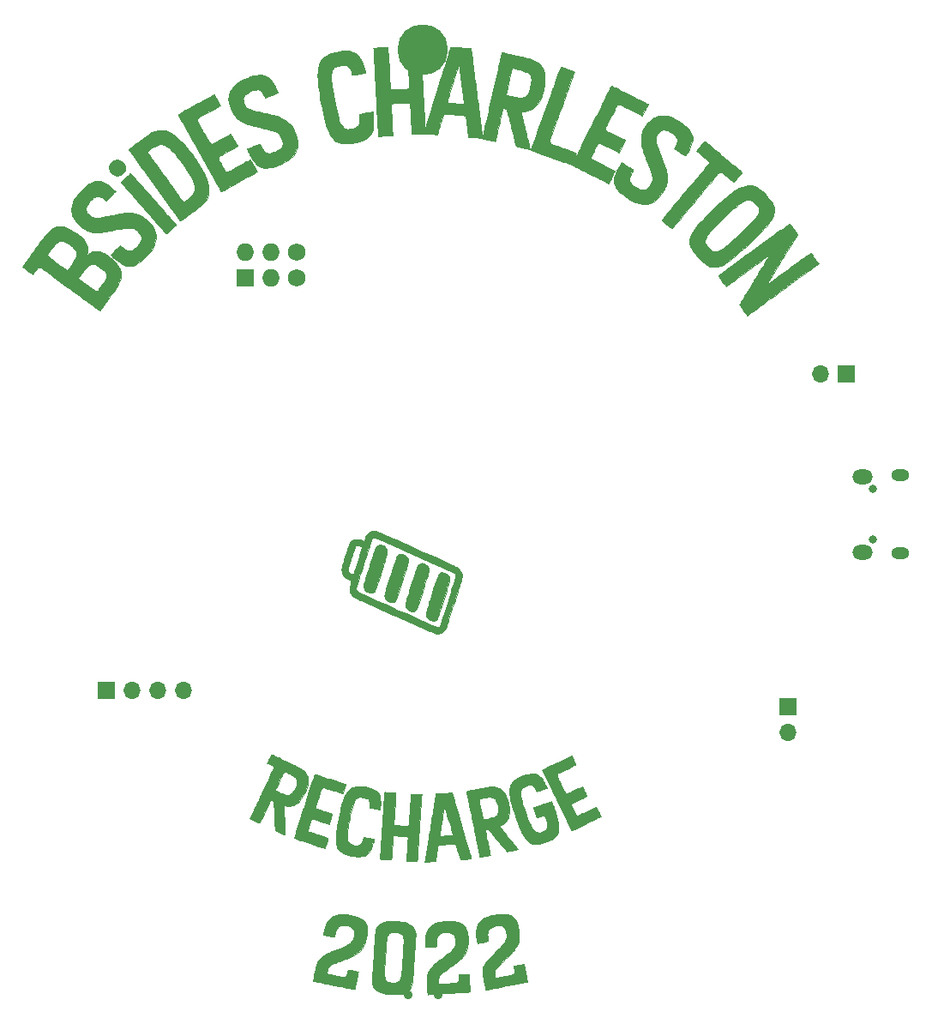
<source format=gbr>
%TF.GenerationSoftware,KiCad,Pcbnew,(6.0.7)*%
%TF.CreationDate,2022-10-04T19:13:39-05:00*%
%TF.ProjectId,BsidesCHS-2022-Badge,42736964-6573-4434-9853-2d323032322d,0*%
%TF.SameCoordinates,Original*%
%TF.FileFunction,Soldermask,Top*%
%TF.FilePolarity,Negative*%
%FSLAX46Y46*%
G04 Gerber Fmt 4.6, Leading zero omitted, Abs format (unit mm)*
G04 Created by KiCad (PCBNEW (6.0.7)) date 2022-10-04 19:13:39*
%MOMM*%
%LPD*%
G01*
G04 APERTURE LIST*
%ADD10C,0.010000*%
%ADD11C,5.000000*%
%ADD12O,1.727200X1.727200*%
%ADD13R,1.727200X1.727200*%
%ADD14C,1.727200*%
%ADD15R,1.700000X1.700000*%
%ADD16O,1.700000X1.700000*%
%ADD17O,0.800000X0.800000*%
%ADD18O,2.000000X1.450000*%
%ADD19O,1.800000X1.150000*%
%ADD20C,0.900000*%
G04 APERTURE END LIST*
%TO.C,G\u002A\u002A\u002A*%
G36*
X161767803Y-126258623D02*
G01*
X161942806Y-126316600D01*
X162103022Y-126406997D01*
X162252068Y-126530961D01*
X162393557Y-126689637D01*
X162512827Y-126856067D01*
X162557232Y-126927538D01*
X162610267Y-127019142D01*
X162668267Y-127123818D01*
X162727568Y-127234502D01*
X162784506Y-127344135D01*
X162835417Y-127445652D01*
X162876638Y-127531992D01*
X162904503Y-127596094D01*
X162915350Y-127630895D01*
X162915379Y-127631942D01*
X162896349Y-127642518D01*
X162843777Y-127664161D01*
X162764279Y-127694545D01*
X162664473Y-127731345D01*
X162550976Y-127772237D01*
X162430405Y-127814896D01*
X162309378Y-127856997D01*
X162194511Y-127896215D01*
X162092421Y-127930226D01*
X162009726Y-127956705D01*
X161953043Y-127973327D01*
X161930453Y-127977971D01*
X161912736Y-127959874D01*
X161883418Y-127911361D01*
X161847398Y-127840999D01*
X161826863Y-127796882D01*
X161758828Y-127666476D01*
X161680283Y-127549900D01*
X161597546Y-127454962D01*
X161516934Y-127389474D01*
X161482833Y-127371608D01*
X161380889Y-127347208D01*
X161251453Y-127344714D01*
X161102536Y-127362974D01*
X160942150Y-127400838D01*
X160778308Y-127457153D01*
X160721812Y-127480929D01*
X160567059Y-127563291D01*
X160449594Y-127658974D01*
X160367364Y-127771833D01*
X160318313Y-127905726D01*
X160300386Y-128064509D01*
X160311414Y-128251112D01*
X160341537Y-128442585D01*
X160388136Y-128666229D01*
X160449274Y-128916095D01*
X160523015Y-129186237D01*
X160607421Y-129470705D01*
X160700555Y-129763553D01*
X160800479Y-130058832D01*
X160905256Y-130350594D01*
X161012950Y-130632892D01*
X161121622Y-130899778D01*
X161229336Y-131145303D01*
X161308229Y-131311650D01*
X161422477Y-131528299D01*
X161531589Y-131703972D01*
X161636253Y-131839622D01*
X161737159Y-131936203D01*
X161781522Y-131967172D01*
X161911117Y-132022499D01*
X162061547Y-132043138D01*
X162229771Y-132029361D01*
X162412746Y-131981436D01*
X162607431Y-131899635D01*
X162621566Y-131892573D01*
X162768055Y-131805324D01*
X162875287Y-131708912D01*
X162945613Y-131598581D01*
X162981383Y-131469576D01*
X162984950Y-131317143D01*
X162968872Y-131190083D01*
X162949993Y-131102646D01*
X162921273Y-130995216D01*
X162885472Y-130875812D01*
X162845351Y-130752454D01*
X162803673Y-130633162D01*
X162763196Y-130525956D01*
X162726684Y-130438857D01*
X162696895Y-130379884D01*
X162683659Y-130361597D01*
X162668293Y-130347902D01*
X162650373Y-130340161D01*
X162623854Y-130339617D01*
X162582688Y-130347511D01*
X162520829Y-130365083D01*
X162432231Y-130393574D01*
X162310846Y-130434226D01*
X162281412Y-130444158D01*
X162158140Y-130484455D01*
X162052722Y-130516345D01*
X161970952Y-130538249D01*
X161918623Y-130548591D01*
X161901906Y-130547545D01*
X161891078Y-130523715D01*
X161869462Y-130467280D01*
X161839359Y-130384901D01*
X161803073Y-130283244D01*
X161762906Y-130168970D01*
X161721159Y-130048745D01*
X161680135Y-129929231D01*
X161642136Y-129817092D01*
X161609465Y-129718991D01*
X161584424Y-129641592D01*
X161569314Y-129591559D01*
X161566052Y-129575465D01*
X161586879Y-129567626D01*
X161642821Y-129547841D01*
X161728919Y-129517811D01*
X161840213Y-129479236D01*
X161971745Y-129433816D01*
X162118555Y-129383250D01*
X162275685Y-129329240D01*
X162438175Y-129273485D01*
X162601067Y-129217685D01*
X162759401Y-129163541D01*
X162908218Y-129112752D01*
X163042559Y-129067019D01*
X163157465Y-129028042D01*
X163247977Y-128997520D01*
X163309135Y-128977155D01*
X163335982Y-128968645D01*
X163336335Y-128968562D01*
X163358302Y-128984561D01*
X163390238Y-129036816D01*
X163430590Y-129120847D01*
X163477801Y-129232175D01*
X163530319Y-129366319D01*
X163586587Y-129518801D01*
X163645053Y-129685142D01*
X163704160Y-129860861D01*
X163762355Y-130041480D01*
X163818084Y-130222519D01*
X163869790Y-130399499D01*
X163915921Y-130567940D01*
X163954921Y-130723364D01*
X163973198Y-130803650D01*
X164031186Y-131108107D01*
X164065086Y-131380024D01*
X164074654Y-131621842D01*
X164059644Y-131836003D01*
X164019809Y-132024948D01*
X163954904Y-132191120D01*
X163864682Y-132336960D01*
X163812350Y-132400414D01*
X163690043Y-132514589D01*
X163532216Y-132627819D01*
X163345651Y-132737466D01*
X163137128Y-132840890D01*
X162913428Y-132935455D01*
X162681330Y-133018521D01*
X162447616Y-133087450D01*
X162219066Y-133139604D01*
X162002460Y-133172345D01*
X161804580Y-133183035D01*
X161801025Y-133183007D01*
X161698584Y-133179363D01*
X161600525Y-133171213D01*
X161522300Y-133160016D01*
X161497434Y-133154302D01*
X161316054Y-133084823D01*
X161144063Y-132980501D01*
X160980266Y-132840035D01*
X160823471Y-132662124D01*
X160672485Y-132445467D01*
X160526116Y-132188762D01*
X160426376Y-131985855D01*
X160301164Y-131705350D01*
X160173910Y-131399349D01*
X160046723Y-131074195D01*
X159921708Y-130736236D01*
X159800974Y-130391816D01*
X159686627Y-130047281D01*
X159580774Y-129708976D01*
X159485523Y-129383246D01*
X159402980Y-129076436D01*
X159335252Y-128794893D01*
X159285246Y-128549400D01*
X159264472Y-128407601D01*
X159249272Y-128249108D01*
X159239886Y-128083958D01*
X159236553Y-127922187D01*
X159239513Y-127773834D01*
X159249006Y-127648934D01*
X159261896Y-127570784D01*
X159334139Y-127354089D01*
X159445156Y-127153876D01*
X159594622Y-126970401D01*
X159782213Y-126803917D01*
X160007604Y-126654680D01*
X160270470Y-126522944D01*
X160570486Y-126408964D01*
X160847631Y-126327988D01*
X161117928Y-126267749D01*
X161358979Y-126235344D01*
X161574399Y-126231920D01*
X161767803Y-126258623D01*
G37*
D10*
X161767803Y-126258623D02*
X161942806Y-126316600D01*
X162103022Y-126406997D01*
X162252068Y-126530961D01*
X162393557Y-126689637D01*
X162512827Y-126856067D01*
X162557232Y-126927538D01*
X162610267Y-127019142D01*
X162668267Y-127123818D01*
X162727568Y-127234502D01*
X162784506Y-127344135D01*
X162835417Y-127445652D01*
X162876638Y-127531992D01*
X162904503Y-127596094D01*
X162915350Y-127630895D01*
X162915379Y-127631942D01*
X162896349Y-127642518D01*
X162843777Y-127664161D01*
X162764279Y-127694545D01*
X162664473Y-127731345D01*
X162550976Y-127772237D01*
X162430405Y-127814896D01*
X162309378Y-127856997D01*
X162194511Y-127896215D01*
X162092421Y-127930226D01*
X162009726Y-127956705D01*
X161953043Y-127973327D01*
X161930453Y-127977971D01*
X161912736Y-127959874D01*
X161883418Y-127911361D01*
X161847398Y-127840999D01*
X161826863Y-127796882D01*
X161758828Y-127666476D01*
X161680283Y-127549900D01*
X161597546Y-127454962D01*
X161516934Y-127389474D01*
X161482833Y-127371608D01*
X161380889Y-127347208D01*
X161251453Y-127344714D01*
X161102536Y-127362974D01*
X160942150Y-127400838D01*
X160778308Y-127457153D01*
X160721812Y-127480929D01*
X160567059Y-127563291D01*
X160449594Y-127658974D01*
X160367364Y-127771833D01*
X160318313Y-127905726D01*
X160300386Y-128064509D01*
X160311414Y-128251112D01*
X160341537Y-128442585D01*
X160388136Y-128666229D01*
X160449274Y-128916095D01*
X160523015Y-129186237D01*
X160607421Y-129470705D01*
X160700555Y-129763553D01*
X160800479Y-130058832D01*
X160905256Y-130350594D01*
X161012950Y-130632892D01*
X161121622Y-130899778D01*
X161229336Y-131145303D01*
X161308229Y-131311650D01*
X161422477Y-131528299D01*
X161531589Y-131703972D01*
X161636253Y-131839622D01*
X161737159Y-131936203D01*
X161781522Y-131967172D01*
X161911117Y-132022499D01*
X162061547Y-132043138D01*
X162229771Y-132029361D01*
X162412746Y-131981436D01*
X162607431Y-131899635D01*
X162621566Y-131892573D01*
X162768055Y-131805324D01*
X162875287Y-131708912D01*
X162945613Y-131598581D01*
X162981383Y-131469576D01*
X162984950Y-131317143D01*
X162968872Y-131190083D01*
X162949993Y-131102646D01*
X162921273Y-130995216D01*
X162885472Y-130875812D01*
X162845351Y-130752454D01*
X162803673Y-130633162D01*
X162763196Y-130525956D01*
X162726684Y-130438857D01*
X162696895Y-130379884D01*
X162683659Y-130361597D01*
X162668293Y-130347902D01*
X162650373Y-130340161D01*
X162623854Y-130339617D01*
X162582688Y-130347511D01*
X162520829Y-130365083D01*
X162432231Y-130393574D01*
X162310846Y-130434226D01*
X162281412Y-130444158D01*
X162158140Y-130484455D01*
X162052722Y-130516345D01*
X161970952Y-130538249D01*
X161918623Y-130548591D01*
X161901906Y-130547545D01*
X161891078Y-130523715D01*
X161869462Y-130467280D01*
X161839359Y-130384901D01*
X161803073Y-130283244D01*
X161762906Y-130168970D01*
X161721159Y-130048745D01*
X161680135Y-129929231D01*
X161642136Y-129817092D01*
X161609465Y-129718991D01*
X161584424Y-129641592D01*
X161569314Y-129591559D01*
X161566052Y-129575465D01*
X161586879Y-129567626D01*
X161642821Y-129547841D01*
X161728919Y-129517811D01*
X161840213Y-129479236D01*
X161971745Y-129433816D01*
X162118555Y-129383250D01*
X162275685Y-129329240D01*
X162438175Y-129273485D01*
X162601067Y-129217685D01*
X162759401Y-129163541D01*
X162908218Y-129112752D01*
X163042559Y-129067019D01*
X163157465Y-129028042D01*
X163247977Y-128997520D01*
X163309135Y-128977155D01*
X163335982Y-128968645D01*
X163336335Y-128968562D01*
X163358302Y-128984561D01*
X163390238Y-129036816D01*
X163430590Y-129120847D01*
X163477801Y-129232175D01*
X163530319Y-129366319D01*
X163586587Y-129518801D01*
X163645053Y-129685142D01*
X163704160Y-129860861D01*
X163762355Y-130041480D01*
X163818084Y-130222519D01*
X163869790Y-130399499D01*
X163915921Y-130567940D01*
X163954921Y-130723364D01*
X163973198Y-130803650D01*
X164031186Y-131108107D01*
X164065086Y-131380024D01*
X164074654Y-131621842D01*
X164059644Y-131836003D01*
X164019809Y-132024948D01*
X163954904Y-132191120D01*
X163864682Y-132336960D01*
X163812350Y-132400414D01*
X163690043Y-132514589D01*
X163532216Y-132627819D01*
X163345651Y-132737466D01*
X163137128Y-132840890D01*
X162913428Y-132935455D01*
X162681330Y-133018521D01*
X162447616Y-133087450D01*
X162219066Y-133139604D01*
X162002460Y-133172345D01*
X161804580Y-133183035D01*
X161801025Y-133183007D01*
X161698584Y-133179363D01*
X161600525Y-133171213D01*
X161522300Y-133160016D01*
X161497434Y-133154302D01*
X161316054Y-133084823D01*
X161144063Y-132980501D01*
X160980266Y-132840035D01*
X160823471Y-132662124D01*
X160672485Y-132445467D01*
X160526116Y-132188762D01*
X160426376Y-131985855D01*
X160301164Y-131705350D01*
X160173910Y-131399349D01*
X160046723Y-131074195D01*
X159921708Y-130736236D01*
X159800974Y-130391816D01*
X159686627Y-130047281D01*
X159580774Y-129708976D01*
X159485523Y-129383246D01*
X159402980Y-129076436D01*
X159335252Y-128794893D01*
X159285246Y-128549400D01*
X159264472Y-128407601D01*
X159249272Y-128249108D01*
X159239886Y-128083958D01*
X159236553Y-127922187D01*
X159239513Y-127773834D01*
X159249006Y-127648934D01*
X159261896Y-127570784D01*
X159334139Y-127354089D01*
X159445156Y-127153876D01*
X159594622Y-126970401D01*
X159782213Y-126803917D01*
X160007604Y-126654680D01*
X160270470Y-126522944D01*
X160570486Y-126408964D01*
X160847631Y-126327988D01*
X161117928Y-126267749D01*
X161358979Y-126235344D01*
X161574399Y-126231920D01*
X161767803Y-126258623D01*
G36*
X142905396Y-140082074D02*
G01*
X143225296Y-140118393D01*
X143460203Y-140160401D01*
X143808670Y-140243315D01*
X144118334Y-140343110D01*
X144389218Y-140459803D01*
X144621349Y-140593408D01*
X144814751Y-140743942D01*
X144969448Y-140911420D01*
X145085465Y-141095857D01*
X145137595Y-141217650D01*
X145163978Y-141319569D01*
X145183151Y-141451201D01*
X145194477Y-141600439D01*
X145197318Y-141755176D01*
X145191035Y-141903306D01*
X145179215Y-142007607D01*
X145151944Y-142158165D01*
X145114346Y-142330423D01*
X145069686Y-142511820D01*
X145021228Y-142689796D01*
X144972238Y-142851790D01*
X144925978Y-142985243D01*
X144923288Y-142992258D01*
X144800404Y-143260514D01*
X144648341Y-143502423D01*
X144465025Y-143720161D01*
X144248382Y-143915909D01*
X143996337Y-144091843D01*
X143742026Y-144232795D01*
X143654427Y-144275351D01*
X143559473Y-144318937D01*
X143452786Y-144365319D01*
X143329986Y-144416265D01*
X143186694Y-144473543D01*
X143018531Y-144538920D01*
X142821116Y-144614164D01*
X142590072Y-144701041D01*
X142479184Y-144742455D01*
X142316356Y-144803847D01*
X142159561Y-144864229D01*
X142015050Y-144921100D01*
X141889070Y-144971959D01*
X141787872Y-145014303D01*
X141717705Y-145045631D01*
X141699800Y-145054479D01*
X141533319Y-145157061D01*
X141401795Y-145275403D01*
X141301011Y-145415224D01*
X141226751Y-145582242D01*
X141179036Y-145760904D01*
X141162315Y-145846750D01*
X141150599Y-145915492D01*
X141145404Y-145957710D01*
X141145970Y-145966326D01*
X141167669Y-145972080D01*
X141226387Y-145985311D01*
X141317659Y-146005073D01*
X141437017Y-146030419D01*
X141579995Y-146060403D01*
X141742126Y-146094079D01*
X141918942Y-146130499D01*
X141975089Y-146142005D01*
X142200185Y-146187752D01*
X142387883Y-146224927D01*
X142542155Y-146253934D01*
X142666975Y-146275178D01*
X142766314Y-146289063D01*
X142844147Y-146295994D01*
X142904444Y-146296375D01*
X142951180Y-146290610D01*
X142988327Y-146279104D01*
X143019856Y-146262262D01*
X143037227Y-146250140D01*
X143085280Y-146206376D01*
X143124499Y-146150003D01*
X143158108Y-146073669D01*
X143189333Y-145970024D01*
X143221400Y-145831716D01*
X143221943Y-145829155D01*
X143242687Y-145732504D01*
X143260357Y-145652584D01*
X143273111Y-145597564D01*
X143279106Y-145575614D01*
X143279152Y-145575561D01*
X143299493Y-145578886D01*
X143354381Y-145589358D01*
X143436902Y-145605576D01*
X143540141Y-145626140D01*
X143657184Y-145649649D01*
X143781117Y-145674703D01*
X143905025Y-145699899D01*
X144021994Y-145723839D01*
X144125111Y-145745120D01*
X144207459Y-145762342D01*
X144262126Y-145774105D01*
X144280590Y-145778442D01*
X144276979Y-145798597D01*
X144265739Y-145855916D01*
X144247738Y-145946089D01*
X144223844Y-146064808D01*
X144194926Y-146207765D01*
X144161852Y-146370650D01*
X144125491Y-146549156D01*
X144106617Y-146641609D01*
X144068864Y-146826455D01*
X144033849Y-146997988D01*
X144002458Y-147151864D01*
X143975574Y-147283746D01*
X143954083Y-147389291D01*
X143938869Y-147464161D01*
X143930816Y-147504014D01*
X143929752Y-147509442D01*
X143926556Y-147511351D01*
X143916054Y-147511471D01*
X143895898Y-147509339D01*
X143863741Y-147504490D01*
X143817234Y-147496463D01*
X143754028Y-147484793D01*
X143671776Y-147469019D01*
X143568128Y-147448677D01*
X143440738Y-147423304D01*
X143287257Y-147392437D01*
X143105335Y-147355613D01*
X142892626Y-147312369D01*
X142646781Y-147262242D01*
X142365452Y-147204768D01*
X142046289Y-147139486D01*
X141854767Y-147100287D01*
X141570491Y-147042099D01*
X141298164Y-146986362D01*
X141040622Y-146933657D01*
X140800702Y-146884563D01*
X140581241Y-146839662D01*
X140385075Y-146799533D01*
X140215041Y-146764757D01*
X140073976Y-146735913D01*
X139964716Y-146713583D01*
X139890098Y-146698346D01*
X139852959Y-146690783D01*
X139849225Y-146690035D01*
X139845662Y-146684052D01*
X139845530Y-146665307D01*
X139849460Y-146630305D01*
X139858082Y-146575550D01*
X139872027Y-146497547D01*
X139891923Y-146392800D01*
X139918402Y-146257812D01*
X139952094Y-146089089D01*
X139993629Y-145883135D01*
X140003253Y-145835585D01*
X140045435Y-145628448D01*
X140080811Y-145458052D01*
X140110601Y-145319571D01*
X140136023Y-145208181D01*
X140158294Y-145119056D01*
X140178635Y-145047371D01*
X140198262Y-144988301D01*
X140218395Y-144937021D01*
X140240252Y-144888705D01*
X140244689Y-144879484D01*
X140355020Y-144687337D01*
X140492776Y-144512432D01*
X140662559Y-144349886D01*
X140868968Y-144194816D01*
X140923434Y-144158836D01*
X140990457Y-144116562D01*
X141056601Y-144077497D01*
X141126781Y-144039385D01*
X141205912Y-143999969D01*
X141298909Y-143956995D01*
X141410688Y-143908205D01*
X141546163Y-143851346D01*
X141710249Y-143784160D01*
X141907862Y-143704392D01*
X141953826Y-143685932D01*
X142230561Y-143573793D01*
X142471034Y-143473769D01*
X142678928Y-143383954D01*
X142857923Y-143302439D01*
X143011703Y-143227320D01*
X143143949Y-143156689D01*
X143258343Y-143088638D01*
X143358566Y-143021263D01*
X143448302Y-142952654D01*
X143531232Y-142880907D01*
X143559847Y-142854210D01*
X143700017Y-142697171D01*
X143802917Y-142526216D01*
X143869902Y-142337757D01*
X143902324Y-142128205D01*
X143904204Y-141941106D01*
X143897710Y-141839255D01*
X143886716Y-141765067D01*
X143867860Y-141703884D01*
X143837778Y-141641052D01*
X143833565Y-141633274D01*
X143742907Y-141509612D01*
X143617900Y-141402697D01*
X143463991Y-141314844D01*
X143286627Y-141248364D01*
X143091254Y-141205571D01*
X142883321Y-141188778D01*
X142790108Y-141190183D01*
X142631684Y-141205142D01*
X142503728Y-141236950D01*
X142396385Y-141289566D01*
X142299798Y-141366950D01*
X142266908Y-141400408D01*
X142178064Y-141513720D01*
X142104395Y-141649691D01*
X142043021Y-141814727D01*
X141991498Y-142013250D01*
X141969413Y-142113864D01*
X141949767Y-142203271D01*
X141934863Y-142271003D01*
X141927496Y-142304366D01*
X141910205Y-142338726D01*
X141890922Y-142344726D01*
X141863826Y-142338146D01*
X141801175Y-142324507D01*
X141708927Y-142305055D01*
X141593037Y-142281039D01*
X141459463Y-142253703D01*
X141350779Y-142231677D01*
X140836207Y-142127817D01*
X140849420Y-142053734D01*
X140872883Y-141939729D01*
X140906320Y-141800433D01*
X140946383Y-141647907D01*
X140989725Y-141494214D01*
X141032998Y-141351415D01*
X141072855Y-141231573D01*
X141091586Y-141181141D01*
X141184472Y-140968944D01*
X141285388Y-140789108D01*
X141400571Y-140631701D01*
X141514131Y-140508341D01*
X141690484Y-140359294D01*
X141887088Y-140241799D01*
X142105410Y-140155592D01*
X142346923Y-140100411D01*
X142613094Y-140075992D01*
X142905396Y-140082074D01*
G37*
X142905396Y-140082074D02*
X143225296Y-140118393D01*
X143460203Y-140160401D01*
X143808670Y-140243315D01*
X144118334Y-140343110D01*
X144389218Y-140459803D01*
X144621349Y-140593408D01*
X144814751Y-140743942D01*
X144969448Y-140911420D01*
X145085465Y-141095857D01*
X145137595Y-141217650D01*
X145163978Y-141319569D01*
X145183151Y-141451201D01*
X145194477Y-141600439D01*
X145197318Y-141755176D01*
X145191035Y-141903306D01*
X145179215Y-142007607D01*
X145151944Y-142158165D01*
X145114346Y-142330423D01*
X145069686Y-142511820D01*
X145021228Y-142689796D01*
X144972238Y-142851790D01*
X144925978Y-142985243D01*
X144923288Y-142992258D01*
X144800404Y-143260514D01*
X144648341Y-143502423D01*
X144465025Y-143720161D01*
X144248382Y-143915909D01*
X143996337Y-144091843D01*
X143742026Y-144232795D01*
X143654427Y-144275351D01*
X143559473Y-144318937D01*
X143452786Y-144365319D01*
X143329986Y-144416265D01*
X143186694Y-144473543D01*
X143018531Y-144538920D01*
X142821116Y-144614164D01*
X142590072Y-144701041D01*
X142479184Y-144742455D01*
X142316356Y-144803847D01*
X142159561Y-144864229D01*
X142015050Y-144921100D01*
X141889070Y-144971959D01*
X141787872Y-145014303D01*
X141717705Y-145045631D01*
X141699800Y-145054479D01*
X141533319Y-145157061D01*
X141401795Y-145275403D01*
X141301011Y-145415224D01*
X141226751Y-145582242D01*
X141179036Y-145760904D01*
X141162315Y-145846750D01*
X141150599Y-145915492D01*
X141145404Y-145957710D01*
X141145970Y-145966326D01*
X141167669Y-145972080D01*
X141226387Y-145985311D01*
X141317659Y-146005073D01*
X141437017Y-146030419D01*
X141579995Y-146060403D01*
X141742126Y-146094079D01*
X141918942Y-146130499D01*
X141975089Y-146142005D01*
X142200185Y-146187752D01*
X142387883Y-146224927D01*
X142542155Y-146253934D01*
X142666975Y-146275178D01*
X142766314Y-146289063D01*
X142844147Y-146295994D01*
X142904444Y-146296375D01*
X142951180Y-146290610D01*
X142988327Y-146279104D01*
X143019856Y-146262262D01*
X143037227Y-146250140D01*
X143085280Y-146206376D01*
X143124499Y-146150003D01*
X143158108Y-146073669D01*
X143189333Y-145970024D01*
X143221400Y-145831716D01*
X143221943Y-145829155D01*
X143242687Y-145732504D01*
X143260357Y-145652584D01*
X143273111Y-145597564D01*
X143279106Y-145575614D01*
X143279152Y-145575561D01*
X143299493Y-145578886D01*
X143354381Y-145589358D01*
X143436902Y-145605576D01*
X143540141Y-145626140D01*
X143657184Y-145649649D01*
X143781117Y-145674703D01*
X143905025Y-145699899D01*
X144021994Y-145723839D01*
X144125111Y-145745120D01*
X144207459Y-145762342D01*
X144262126Y-145774105D01*
X144280590Y-145778442D01*
X144276979Y-145798597D01*
X144265739Y-145855916D01*
X144247738Y-145946089D01*
X144223844Y-146064808D01*
X144194926Y-146207765D01*
X144161852Y-146370650D01*
X144125491Y-146549156D01*
X144106617Y-146641609D01*
X144068864Y-146826455D01*
X144033849Y-146997988D01*
X144002458Y-147151864D01*
X143975574Y-147283746D01*
X143954083Y-147389291D01*
X143938869Y-147464161D01*
X143930816Y-147504014D01*
X143929752Y-147509442D01*
X143926556Y-147511351D01*
X143916054Y-147511471D01*
X143895898Y-147509339D01*
X143863741Y-147504490D01*
X143817234Y-147496463D01*
X143754028Y-147484793D01*
X143671776Y-147469019D01*
X143568128Y-147448677D01*
X143440738Y-147423304D01*
X143287257Y-147392437D01*
X143105335Y-147355613D01*
X142892626Y-147312369D01*
X142646781Y-147262242D01*
X142365452Y-147204768D01*
X142046289Y-147139486D01*
X141854767Y-147100287D01*
X141570491Y-147042099D01*
X141298164Y-146986362D01*
X141040622Y-146933657D01*
X140800702Y-146884563D01*
X140581241Y-146839662D01*
X140385075Y-146799533D01*
X140215041Y-146764757D01*
X140073976Y-146735913D01*
X139964716Y-146713583D01*
X139890098Y-146698346D01*
X139852959Y-146690783D01*
X139849225Y-146690035D01*
X139845662Y-146684052D01*
X139845530Y-146665307D01*
X139849460Y-146630305D01*
X139858082Y-146575550D01*
X139872027Y-146497547D01*
X139891923Y-146392800D01*
X139918402Y-146257812D01*
X139952094Y-146089089D01*
X139993629Y-145883135D01*
X140003253Y-145835585D01*
X140045435Y-145628448D01*
X140080811Y-145458052D01*
X140110601Y-145319571D01*
X140136023Y-145208181D01*
X140158294Y-145119056D01*
X140178635Y-145047371D01*
X140198262Y-144988301D01*
X140218395Y-144937021D01*
X140240252Y-144888705D01*
X140244689Y-144879484D01*
X140355020Y-144687337D01*
X140492776Y-144512432D01*
X140662559Y-144349886D01*
X140868968Y-144194816D01*
X140923434Y-144158836D01*
X140990457Y-144116562D01*
X141056601Y-144077497D01*
X141126781Y-144039385D01*
X141205912Y-143999969D01*
X141298909Y-143956995D01*
X141410688Y-143908205D01*
X141546163Y-143851346D01*
X141710249Y-143784160D01*
X141907862Y-143704392D01*
X141953826Y-143685932D01*
X142230561Y-143573793D01*
X142471034Y-143473769D01*
X142678928Y-143383954D01*
X142857923Y-143302439D01*
X143011703Y-143227320D01*
X143143949Y-143156689D01*
X143258343Y-143088638D01*
X143358566Y-143021263D01*
X143448302Y-142952654D01*
X143531232Y-142880907D01*
X143559847Y-142854210D01*
X143700017Y-142697171D01*
X143802917Y-142526216D01*
X143869902Y-142337757D01*
X143902324Y-142128205D01*
X143904204Y-141941106D01*
X143897710Y-141839255D01*
X143886716Y-141765067D01*
X143867860Y-141703884D01*
X143837778Y-141641052D01*
X143833565Y-141633274D01*
X143742907Y-141509612D01*
X143617900Y-141402697D01*
X143463991Y-141314844D01*
X143286627Y-141248364D01*
X143091254Y-141205571D01*
X142883321Y-141188778D01*
X142790108Y-141190183D01*
X142631684Y-141205142D01*
X142503728Y-141236950D01*
X142396385Y-141289566D01*
X142299798Y-141366950D01*
X142266908Y-141400408D01*
X142178064Y-141513720D01*
X142104395Y-141649691D01*
X142043021Y-141814727D01*
X141991498Y-142013250D01*
X141969413Y-142113864D01*
X141949767Y-142203271D01*
X141934863Y-142271003D01*
X141927496Y-142304366D01*
X141910205Y-142338726D01*
X141890922Y-142344726D01*
X141863826Y-142338146D01*
X141801175Y-142324507D01*
X141708927Y-142305055D01*
X141593037Y-142281039D01*
X141459463Y-142253703D01*
X141350779Y-142231677D01*
X140836207Y-142127817D01*
X140849420Y-142053734D01*
X140872883Y-141939729D01*
X140906320Y-141800433D01*
X140946383Y-141647907D01*
X140989725Y-141494214D01*
X141032998Y-141351415D01*
X141072855Y-141231573D01*
X141091586Y-141181141D01*
X141184472Y-140968944D01*
X141285388Y-140789108D01*
X141400571Y-140631701D01*
X141514131Y-140508341D01*
X141690484Y-140359294D01*
X141887088Y-140241799D01*
X142105410Y-140155592D01*
X142346923Y-140100411D01*
X142613094Y-140075992D01*
X142905396Y-140082074D01*
G36*
X177037493Y-73443183D02*
G01*
X177070061Y-73292885D01*
X177072675Y-73284386D01*
X177151925Y-73077058D01*
X177264094Y-72851999D01*
X177406277Y-72614028D01*
X177575565Y-72367964D01*
X177769052Y-72118626D01*
X177794920Y-72087317D01*
X177969620Y-71884263D01*
X178173146Y-71659667D01*
X178400879Y-71417941D01*
X178648198Y-71163492D01*
X178910484Y-70900731D01*
X179183115Y-70634065D01*
X179461472Y-70367906D01*
X179740935Y-70106661D01*
X180016883Y-69854741D01*
X180284695Y-69616554D01*
X180539753Y-69396509D01*
X180777434Y-69199017D01*
X180993121Y-69028487D01*
X181027554Y-69002278D01*
X181349877Y-68769486D01*
X181653654Y-68573666D01*
X181940895Y-68414783D01*
X182213611Y-68292803D01*
X182473812Y-68207691D01*
X182723508Y-68159411D01*
X182964710Y-68147929D01*
X183199427Y-68173209D01*
X183429670Y-68235216D01*
X183657449Y-68333916D01*
X183884775Y-68469273D01*
X184113657Y-68641253D01*
X184346105Y-68849819D01*
X184439899Y-68942837D01*
X184643022Y-69159046D01*
X184826509Y-69373686D01*
X184986663Y-69581857D01*
X185119785Y-69778657D01*
X185222177Y-69959185D01*
X185248872Y-70014968D01*
X185312627Y-70177450D01*
X185351710Y-70335323D01*
X185368896Y-70503782D01*
X185368259Y-70669150D01*
X185361878Y-70784672D01*
X185351342Y-70874399D01*
X185333441Y-70954857D01*
X185304963Y-71042573D01*
X185285514Y-71094947D01*
X185217482Y-71254538D01*
X185131791Y-71420624D01*
X185026970Y-71594949D01*
X184901548Y-71779256D01*
X184754054Y-71975288D01*
X184583017Y-72184789D01*
X184386967Y-72409501D01*
X184164434Y-72651169D01*
X183913945Y-72911536D01*
X183634031Y-73192345D01*
X183323220Y-73495340D01*
X183002767Y-73800814D01*
X182650640Y-74130999D01*
X182325052Y-74431109D01*
X182024188Y-74702499D01*
X181746230Y-74946528D01*
X181489362Y-75164551D01*
X181251769Y-75357928D01*
X181031633Y-75528015D01*
X180827140Y-75676170D01*
X180636472Y-75803749D01*
X180457813Y-75912110D01*
X180289348Y-76002611D01*
X180129259Y-76076609D01*
X179975731Y-76135461D01*
X179826948Y-76180525D01*
X179814064Y-76183865D01*
X179661947Y-76211632D01*
X179494973Y-76223564D01*
X179328737Y-76219633D01*
X179178831Y-76199813D01*
X179118684Y-76185069D01*
X179000098Y-76147137D01*
X178900032Y-76106541D01*
X178801722Y-76055471D01*
X178688407Y-75986116D01*
X178679713Y-75980526D01*
X178481829Y-75838819D01*
X178268282Y-75658820D01*
X178039887Y-75441230D01*
X177964947Y-75364964D01*
X177761070Y-75148983D01*
X177588341Y-74953425D01*
X177443639Y-74773856D01*
X177323843Y-74605840D01*
X177225835Y-74444944D01*
X177146494Y-74286733D01*
X177082700Y-74126772D01*
X177072102Y-74095882D01*
X177038697Y-73954400D01*
X177021801Y-73788649D01*
X177021552Y-73678663D01*
X178542028Y-73678663D01*
X178556157Y-73801587D01*
X178599970Y-73926079D01*
X178675532Y-74056656D01*
X178784906Y-74197839D01*
X178913953Y-74337702D01*
X179060703Y-74476212D01*
X179195790Y-74577738D01*
X179324573Y-74644055D01*
X179452416Y-74676936D01*
X179584680Y-74678157D01*
X179726726Y-74649491D01*
X179792267Y-74628376D01*
X179933777Y-74568956D01*
X180092844Y-74484102D01*
X180270347Y-74373091D01*
X180467163Y-74235203D01*
X180684172Y-74069714D01*
X180922251Y-73875904D01*
X181182279Y-73653049D01*
X181465134Y-73400429D01*
X181771695Y-73117322D01*
X182102838Y-72803005D01*
X182459444Y-72456756D01*
X182587267Y-72331017D01*
X182843372Y-72075390D01*
X183067950Y-71844528D01*
X183262265Y-71636424D01*
X183427585Y-71449073D01*
X183565176Y-71280470D01*
X183676304Y-71128608D01*
X183762235Y-70991483D01*
X183824237Y-70867088D01*
X183863576Y-70753418D01*
X183881517Y-70648469D01*
X183879328Y-70550233D01*
X183858274Y-70456705D01*
X183823444Y-70373314D01*
X183769506Y-70284723D01*
X183691575Y-70180319D01*
X183596562Y-70067314D01*
X183491377Y-69952924D01*
X183382932Y-69844362D01*
X183278137Y-69748844D01*
X183183903Y-69673584D01*
X183107583Y-69626009D01*
X182985980Y-69581265D01*
X182859438Y-69564167D01*
X182724199Y-69575665D01*
X182576505Y-69616707D01*
X182412598Y-69688243D01*
X182228719Y-69791222D01*
X182082473Y-69884953D01*
X181861300Y-70041488D01*
X181615079Y-70232069D01*
X181343801Y-70456703D01*
X181047459Y-70715397D01*
X180726044Y-71008158D01*
X180379547Y-71334993D01*
X180007961Y-71695910D01*
X179946438Y-71756564D01*
X179685762Y-72017336D01*
X179456591Y-72253879D01*
X179257289Y-72468305D01*
X179086221Y-72662725D01*
X178941752Y-72839253D01*
X178822245Y-72999999D01*
X178726066Y-73147076D01*
X178651579Y-73282596D01*
X178597148Y-73408671D01*
X178561139Y-73527413D01*
X178555521Y-73552788D01*
X178542028Y-73678663D01*
X177021552Y-73678663D01*
X177021403Y-73613341D01*
X177037493Y-73443183D01*
G37*
X177037493Y-73443183D02*
X177070061Y-73292885D01*
X177072675Y-73284386D01*
X177151925Y-73077058D01*
X177264094Y-72851999D01*
X177406277Y-72614028D01*
X177575565Y-72367964D01*
X177769052Y-72118626D01*
X177794920Y-72087317D01*
X177969620Y-71884263D01*
X178173146Y-71659667D01*
X178400879Y-71417941D01*
X178648198Y-71163492D01*
X178910484Y-70900731D01*
X179183115Y-70634065D01*
X179461472Y-70367906D01*
X179740935Y-70106661D01*
X180016883Y-69854741D01*
X180284695Y-69616554D01*
X180539753Y-69396509D01*
X180777434Y-69199017D01*
X180993121Y-69028487D01*
X181027554Y-69002278D01*
X181349877Y-68769486D01*
X181653654Y-68573666D01*
X181940895Y-68414783D01*
X182213611Y-68292803D01*
X182473812Y-68207691D01*
X182723508Y-68159411D01*
X182964710Y-68147929D01*
X183199427Y-68173209D01*
X183429670Y-68235216D01*
X183657449Y-68333916D01*
X183884775Y-68469273D01*
X184113657Y-68641253D01*
X184346105Y-68849819D01*
X184439899Y-68942837D01*
X184643022Y-69159046D01*
X184826509Y-69373686D01*
X184986663Y-69581857D01*
X185119785Y-69778657D01*
X185222177Y-69959185D01*
X185248872Y-70014968D01*
X185312627Y-70177450D01*
X185351710Y-70335323D01*
X185368896Y-70503782D01*
X185368259Y-70669150D01*
X185361878Y-70784672D01*
X185351342Y-70874399D01*
X185333441Y-70954857D01*
X185304963Y-71042573D01*
X185285514Y-71094947D01*
X185217482Y-71254538D01*
X185131791Y-71420624D01*
X185026970Y-71594949D01*
X184901548Y-71779256D01*
X184754054Y-71975288D01*
X184583017Y-72184789D01*
X184386967Y-72409501D01*
X184164434Y-72651169D01*
X183913945Y-72911536D01*
X183634031Y-73192345D01*
X183323220Y-73495340D01*
X183002767Y-73800814D01*
X182650640Y-74130999D01*
X182325052Y-74431109D01*
X182024188Y-74702499D01*
X181746230Y-74946528D01*
X181489362Y-75164551D01*
X181251769Y-75357928D01*
X181031633Y-75528015D01*
X180827140Y-75676170D01*
X180636472Y-75803749D01*
X180457813Y-75912110D01*
X180289348Y-76002611D01*
X180129259Y-76076609D01*
X179975731Y-76135461D01*
X179826948Y-76180525D01*
X179814064Y-76183865D01*
X179661947Y-76211632D01*
X179494973Y-76223564D01*
X179328737Y-76219633D01*
X179178831Y-76199813D01*
X179118684Y-76185069D01*
X179000098Y-76147137D01*
X178900032Y-76106541D01*
X178801722Y-76055471D01*
X178688407Y-75986116D01*
X178679713Y-75980526D01*
X178481829Y-75838819D01*
X178268282Y-75658820D01*
X178039887Y-75441230D01*
X177964947Y-75364964D01*
X177761070Y-75148983D01*
X177588341Y-74953425D01*
X177443639Y-74773856D01*
X177323843Y-74605840D01*
X177225835Y-74444944D01*
X177146494Y-74286733D01*
X177082700Y-74126772D01*
X177072102Y-74095882D01*
X177038697Y-73954400D01*
X177021801Y-73788649D01*
X177021552Y-73678663D01*
X178542028Y-73678663D01*
X178556157Y-73801587D01*
X178599970Y-73926079D01*
X178675532Y-74056656D01*
X178784906Y-74197839D01*
X178913953Y-74337702D01*
X179060703Y-74476212D01*
X179195790Y-74577738D01*
X179324573Y-74644055D01*
X179452416Y-74676936D01*
X179584680Y-74678157D01*
X179726726Y-74649491D01*
X179792267Y-74628376D01*
X179933777Y-74568956D01*
X180092844Y-74484102D01*
X180270347Y-74373091D01*
X180467163Y-74235203D01*
X180684172Y-74069714D01*
X180922251Y-73875904D01*
X181182279Y-73653049D01*
X181465134Y-73400429D01*
X181771695Y-73117322D01*
X182102838Y-72803005D01*
X182459444Y-72456756D01*
X182587267Y-72331017D01*
X182843372Y-72075390D01*
X183067950Y-71844528D01*
X183262265Y-71636424D01*
X183427585Y-71449073D01*
X183565176Y-71280470D01*
X183676304Y-71128608D01*
X183762235Y-70991483D01*
X183824237Y-70867088D01*
X183863576Y-70753418D01*
X183881517Y-70648469D01*
X183879328Y-70550233D01*
X183858274Y-70456705D01*
X183823444Y-70373314D01*
X183769506Y-70284723D01*
X183691575Y-70180319D01*
X183596562Y-70067314D01*
X183491377Y-69952924D01*
X183382932Y-69844362D01*
X183278137Y-69748844D01*
X183183903Y-69673584D01*
X183107583Y-69626009D01*
X182985980Y-69581265D01*
X182859438Y-69564167D01*
X182724199Y-69575665D01*
X182576505Y-69616707D01*
X182412598Y-69688243D01*
X182228719Y-69791222D01*
X182082473Y-69884953D01*
X181861300Y-70041488D01*
X181615079Y-70232069D01*
X181343801Y-70456703D01*
X181047459Y-70715397D01*
X180726044Y-71008158D01*
X180379547Y-71334993D01*
X180007961Y-71695910D01*
X179946438Y-71756564D01*
X179685762Y-72017336D01*
X179456591Y-72253879D01*
X179257289Y-72468305D01*
X179086221Y-72662725D01*
X178941752Y-72839253D01*
X178822245Y-72999999D01*
X178726066Y-73147076D01*
X178651579Y-73282596D01*
X178597148Y-73408671D01*
X178561139Y-73527413D01*
X178555521Y-73552788D01*
X178542028Y-73678663D01*
X177021552Y-73678663D01*
X177021403Y-73613341D01*
X177037493Y-73443183D01*
G36*
X165378034Y-124495254D02*
G01*
X165408174Y-124552427D01*
X165448288Y-124633203D01*
X165495301Y-124730916D01*
X165546135Y-124838895D01*
X165597716Y-124950471D01*
X165646966Y-125058977D01*
X165690810Y-125157742D01*
X165726172Y-125240097D01*
X165749974Y-125299375D01*
X165759142Y-125328905D01*
X165758785Y-125330859D01*
X165736687Y-125342777D01*
X165680300Y-125371130D01*
X165593495Y-125414024D01*
X165480144Y-125469568D01*
X165344118Y-125535869D01*
X165189290Y-125611036D01*
X165019529Y-125693174D01*
X164865693Y-125767394D01*
X164639157Y-125877259D01*
X164442499Y-125974115D01*
X164277180Y-126057208D01*
X164144658Y-126125784D01*
X164046393Y-126179089D01*
X163983846Y-126216366D01*
X163958912Y-126236135D01*
X163935479Y-126289174D01*
X163919813Y-126356139D01*
X163918947Y-126363135D01*
X163918697Y-126386574D01*
X163923686Y-126416575D01*
X163935462Y-126456691D01*
X163955577Y-126510476D01*
X163985580Y-126581482D01*
X164027020Y-126673263D01*
X164081446Y-126789370D01*
X164150410Y-126933358D01*
X164235460Y-127108778D01*
X164317728Y-127277418D01*
X164421282Y-127488802D01*
X164508525Y-127665161D01*
X164581452Y-127809645D01*
X164642054Y-127925402D01*
X164692327Y-128015580D01*
X164734261Y-128083326D01*
X164769852Y-128131790D01*
X164801091Y-128164119D01*
X164829973Y-128183462D01*
X164858490Y-128192967D01*
X164888636Y-128195782D01*
X164899165Y-128195781D01*
X164931046Y-128186570D01*
X164996341Y-128160693D01*
X165090490Y-128120196D01*
X165208936Y-128067127D01*
X165347119Y-128003531D01*
X165500480Y-127931455D01*
X165664460Y-127852948D01*
X165686608Y-127842236D01*
X165849457Y-127763980D01*
X166000360Y-127692609D01*
X166135102Y-127630030D01*
X166249467Y-127578151D01*
X166339239Y-127538880D01*
X166400204Y-127514123D01*
X166428145Y-127505788D01*
X166429339Y-127506175D01*
X166448917Y-127537420D01*
X166481272Y-127598490D01*
X166523451Y-127682979D01*
X166572499Y-127784480D01*
X166625461Y-127896586D01*
X166679384Y-128012891D01*
X166731313Y-128126987D01*
X166778293Y-128232468D01*
X166817371Y-128322926D01*
X166845591Y-128391956D01*
X166860000Y-128433151D01*
X166860801Y-128441829D01*
X166838068Y-128454550D01*
X166781505Y-128483473D01*
X166695436Y-128526464D01*
X166584186Y-128581388D01*
X166452080Y-128646111D01*
X166303444Y-128718498D01*
X166142602Y-128796415D01*
X166128713Y-128803125D01*
X165965458Y-128882680D01*
X165812871Y-128958386D01*
X165675513Y-129027878D01*
X165557948Y-129088790D01*
X165464737Y-129138758D01*
X165400443Y-129175414D01*
X165369629Y-129196395D01*
X165369105Y-129196930D01*
X165347205Y-129226287D01*
X165335431Y-129260897D01*
X165335126Y-129305240D01*
X165347633Y-129363796D01*
X165374296Y-129441044D01*
X165416459Y-129541463D01*
X165475464Y-129669533D01*
X165552657Y-129829734D01*
X165568865Y-129862896D01*
X165645969Y-130018939D01*
X165708375Y-130140486D01*
X165759135Y-130231472D01*
X165801301Y-130295832D01*
X165837923Y-130337502D01*
X165872055Y-130360417D01*
X165906748Y-130368515D01*
X165945054Y-130365729D01*
X165957042Y-130363494D01*
X165987904Y-130351977D01*
X166052701Y-130323774D01*
X166147338Y-130280794D01*
X166267722Y-130224951D01*
X166409756Y-130158154D01*
X166569349Y-130082315D01*
X166742404Y-129999346D01*
X166893687Y-129926263D01*
X167073069Y-129839638D01*
X167240928Y-129759209D01*
X167393406Y-129686779D01*
X167526646Y-129624152D01*
X167636789Y-129573129D01*
X167719977Y-129535516D01*
X167772353Y-129513114D01*
X167789861Y-129507404D01*
X167803554Y-129527088D01*
X167831950Y-129578391D01*
X167871967Y-129655007D01*
X167920525Y-129750626D01*
X167974543Y-129858941D01*
X168030939Y-129973645D01*
X168086633Y-130088429D01*
X168138543Y-130196986D01*
X168183588Y-130293008D01*
X168218688Y-130370187D01*
X168240762Y-130422215D01*
X168246740Y-130442773D01*
X168225988Y-130453804D01*
X168170754Y-130481350D01*
X168084646Y-130523671D01*
X167971270Y-130579029D01*
X167834235Y-130645686D01*
X167677149Y-130721903D01*
X167503620Y-130805941D01*
X167317255Y-130896061D01*
X167121663Y-130990526D01*
X166920450Y-131087597D01*
X166717226Y-131185534D01*
X166515597Y-131282600D01*
X166319172Y-131377056D01*
X166131558Y-131467163D01*
X165956364Y-131551183D01*
X165797197Y-131627376D01*
X165657665Y-131694006D01*
X165541376Y-131749332D01*
X165451937Y-131791617D01*
X165392957Y-131819122D01*
X165368044Y-131830108D01*
X165367521Y-131830234D01*
X165347202Y-131813405D01*
X165321441Y-131772847D01*
X165321018Y-131772025D01*
X165300948Y-131731776D01*
X165264419Y-131657331D01*
X165212642Y-131551198D01*
X165146826Y-131415884D01*
X165068183Y-131253896D01*
X164977921Y-131067740D01*
X164877250Y-130859924D01*
X164767380Y-130632954D01*
X164649521Y-130389337D01*
X164524883Y-130131581D01*
X164394675Y-129862191D01*
X164260108Y-129583675D01*
X164122391Y-129298540D01*
X163982735Y-129009293D01*
X163842348Y-128718440D01*
X163702441Y-128428488D01*
X163564224Y-128141945D01*
X163428907Y-127861317D01*
X163297698Y-127589111D01*
X163171809Y-127327834D01*
X163052449Y-127079993D01*
X162940828Y-126848094D01*
X162838156Y-126634645D01*
X162745642Y-126442153D01*
X162664496Y-126273124D01*
X162595929Y-126130065D01*
X162541150Y-126015484D01*
X162501369Y-125931886D01*
X162477796Y-125881779D01*
X162471404Y-125867403D01*
X162489945Y-125855719D01*
X162543075Y-125827554D01*
X162627211Y-125784645D01*
X162738770Y-125728725D01*
X162874170Y-125661529D01*
X163029826Y-125584793D01*
X163202158Y-125500251D01*
X163387581Y-125409637D01*
X163582512Y-125314686D01*
X163783369Y-125217134D01*
X163986569Y-125118715D01*
X164188529Y-125021163D01*
X164385666Y-124926214D01*
X164574398Y-124835602D01*
X164751140Y-124751062D01*
X164912311Y-124674329D01*
X165054327Y-124607138D01*
X165173605Y-124551222D01*
X165266563Y-124508318D01*
X165329618Y-124480159D01*
X165359186Y-124468481D01*
X165360945Y-124468356D01*
X165378034Y-124495254D01*
G37*
X165378034Y-124495254D02*
X165408174Y-124552427D01*
X165448288Y-124633203D01*
X165495301Y-124730916D01*
X165546135Y-124838895D01*
X165597716Y-124950471D01*
X165646966Y-125058977D01*
X165690810Y-125157742D01*
X165726172Y-125240097D01*
X165749974Y-125299375D01*
X165759142Y-125328905D01*
X165758785Y-125330859D01*
X165736687Y-125342777D01*
X165680300Y-125371130D01*
X165593495Y-125414024D01*
X165480144Y-125469568D01*
X165344118Y-125535869D01*
X165189290Y-125611036D01*
X165019529Y-125693174D01*
X164865693Y-125767394D01*
X164639157Y-125877259D01*
X164442499Y-125974115D01*
X164277180Y-126057208D01*
X164144658Y-126125784D01*
X164046393Y-126179089D01*
X163983846Y-126216366D01*
X163958912Y-126236135D01*
X163935479Y-126289174D01*
X163919813Y-126356139D01*
X163918947Y-126363135D01*
X163918697Y-126386574D01*
X163923686Y-126416575D01*
X163935462Y-126456691D01*
X163955577Y-126510476D01*
X163985580Y-126581482D01*
X164027020Y-126673263D01*
X164081446Y-126789370D01*
X164150410Y-126933358D01*
X164235460Y-127108778D01*
X164317728Y-127277418D01*
X164421282Y-127488802D01*
X164508525Y-127665161D01*
X164581452Y-127809645D01*
X164642054Y-127925402D01*
X164692327Y-128015580D01*
X164734261Y-128083326D01*
X164769852Y-128131790D01*
X164801091Y-128164119D01*
X164829973Y-128183462D01*
X164858490Y-128192967D01*
X164888636Y-128195782D01*
X164899165Y-128195781D01*
X164931046Y-128186570D01*
X164996341Y-128160693D01*
X165090490Y-128120196D01*
X165208936Y-128067127D01*
X165347119Y-128003531D01*
X165500480Y-127931455D01*
X165664460Y-127852948D01*
X165686608Y-127842236D01*
X165849457Y-127763980D01*
X166000360Y-127692609D01*
X166135102Y-127630030D01*
X166249467Y-127578151D01*
X166339239Y-127538880D01*
X166400204Y-127514123D01*
X166428145Y-127505788D01*
X166429339Y-127506175D01*
X166448917Y-127537420D01*
X166481272Y-127598490D01*
X166523451Y-127682979D01*
X166572499Y-127784480D01*
X166625461Y-127896586D01*
X166679384Y-128012891D01*
X166731313Y-128126987D01*
X166778293Y-128232468D01*
X166817371Y-128322926D01*
X166845591Y-128391956D01*
X166860000Y-128433151D01*
X166860801Y-128441829D01*
X166838068Y-128454550D01*
X166781505Y-128483473D01*
X166695436Y-128526464D01*
X166584186Y-128581388D01*
X166452080Y-128646111D01*
X166303444Y-128718498D01*
X166142602Y-128796415D01*
X166128713Y-128803125D01*
X165965458Y-128882680D01*
X165812871Y-128958386D01*
X165675513Y-129027878D01*
X165557948Y-129088790D01*
X165464737Y-129138758D01*
X165400443Y-129175414D01*
X165369629Y-129196395D01*
X165369105Y-129196930D01*
X165347205Y-129226287D01*
X165335431Y-129260897D01*
X165335126Y-129305240D01*
X165347633Y-129363796D01*
X165374296Y-129441044D01*
X165416459Y-129541463D01*
X165475464Y-129669533D01*
X165552657Y-129829734D01*
X165568865Y-129862896D01*
X165645969Y-130018939D01*
X165708375Y-130140486D01*
X165759135Y-130231472D01*
X165801301Y-130295832D01*
X165837923Y-130337502D01*
X165872055Y-130360417D01*
X165906748Y-130368515D01*
X165945054Y-130365729D01*
X165957042Y-130363494D01*
X165987904Y-130351977D01*
X166052701Y-130323774D01*
X166147338Y-130280794D01*
X166267722Y-130224951D01*
X166409756Y-130158154D01*
X166569349Y-130082315D01*
X166742404Y-129999346D01*
X166893687Y-129926263D01*
X167073069Y-129839638D01*
X167240928Y-129759209D01*
X167393406Y-129686779D01*
X167526646Y-129624152D01*
X167636789Y-129573129D01*
X167719977Y-129535516D01*
X167772353Y-129513114D01*
X167789861Y-129507404D01*
X167803554Y-129527088D01*
X167831950Y-129578391D01*
X167871967Y-129655007D01*
X167920525Y-129750626D01*
X167974543Y-129858941D01*
X168030939Y-129973645D01*
X168086633Y-130088429D01*
X168138543Y-130196986D01*
X168183588Y-130293008D01*
X168218688Y-130370187D01*
X168240762Y-130422215D01*
X168246740Y-130442773D01*
X168225988Y-130453804D01*
X168170754Y-130481350D01*
X168084646Y-130523671D01*
X167971270Y-130579029D01*
X167834235Y-130645686D01*
X167677149Y-130721903D01*
X167503620Y-130805941D01*
X167317255Y-130896061D01*
X167121663Y-130990526D01*
X166920450Y-131087597D01*
X166717226Y-131185534D01*
X166515597Y-131282600D01*
X166319172Y-131377056D01*
X166131558Y-131467163D01*
X165956364Y-131551183D01*
X165797197Y-131627376D01*
X165657665Y-131694006D01*
X165541376Y-131749332D01*
X165451937Y-131791617D01*
X165392957Y-131819122D01*
X165368044Y-131830108D01*
X165367521Y-131830234D01*
X165347202Y-131813405D01*
X165321441Y-131772847D01*
X165321018Y-131772025D01*
X165300948Y-131731776D01*
X165264419Y-131657331D01*
X165212642Y-131551198D01*
X165146826Y-131415884D01*
X165068183Y-131253896D01*
X164977921Y-131067740D01*
X164877250Y-130859924D01*
X164767380Y-130632954D01*
X164649521Y-130389337D01*
X164524883Y-130131581D01*
X164394675Y-129862191D01*
X164260108Y-129583675D01*
X164122391Y-129298540D01*
X163982735Y-129009293D01*
X163842348Y-128718440D01*
X163702441Y-128428488D01*
X163564224Y-128141945D01*
X163428907Y-127861317D01*
X163297698Y-127589111D01*
X163171809Y-127327834D01*
X163052449Y-127079993D01*
X162940828Y-126848094D01*
X162838156Y-126634645D01*
X162745642Y-126442153D01*
X162664496Y-126273124D01*
X162595929Y-126130065D01*
X162541150Y-126015484D01*
X162501369Y-125931886D01*
X162477796Y-125881779D01*
X162471404Y-125867403D01*
X162489945Y-125855719D01*
X162543075Y-125827554D01*
X162627211Y-125784645D01*
X162738770Y-125728725D01*
X162874170Y-125661529D01*
X163029826Y-125584793D01*
X163202158Y-125500251D01*
X163387581Y-125409637D01*
X163582512Y-125314686D01*
X163783369Y-125217134D01*
X163986569Y-125118715D01*
X164188529Y-125021163D01*
X164385666Y-124926214D01*
X164574398Y-124835602D01*
X164751140Y-124751062D01*
X164912311Y-124674329D01*
X165054327Y-124607138D01*
X165173605Y-124551222D01*
X165266563Y-124508318D01*
X165329618Y-124480159D01*
X165359186Y-124468481D01*
X165360945Y-124468356D01*
X165378034Y-124495254D01*
G36*
X158657750Y-140075745D02*
G01*
X158768885Y-140077665D01*
X158854979Y-140081996D01*
X158924676Y-140089467D01*
X158986614Y-140100809D01*
X159049436Y-140116750D01*
X159069600Y-140122496D01*
X159279339Y-140197419D01*
X159460783Y-140293862D01*
X159616208Y-140414663D01*
X159747888Y-140562662D01*
X159858100Y-140740697D01*
X159949118Y-140951606D01*
X160023218Y-141198227D01*
X160058915Y-141356643D01*
X160111350Y-141646801D01*
X160144725Y-141909481D01*
X160159987Y-142154512D01*
X160158260Y-142387565D01*
X160142442Y-142596882D01*
X160111422Y-142780718D01*
X160061373Y-142954373D01*
X159988467Y-143133144D01*
X159953129Y-143207317D01*
X159896734Y-143315799D01*
X159835021Y-143421379D01*
X159765309Y-143527087D01*
X159684917Y-143635957D01*
X159591164Y-143751022D01*
X159481368Y-143875314D01*
X159352849Y-144011866D01*
X159202926Y-144163710D01*
X159028916Y-144333879D01*
X158828139Y-144525406D01*
X158597915Y-144741323D01*
X158592253Y-144746599D01*
X158403733Y-144923687D01*
X158244930Y-145076711D01*
X158113379Y-145209112D01*
X158006615Y-145324331D01*
X157922172Y-145425807D01*
X157857586Y-145516979D01*
X157810391Y-145601289D01*
X157778122Y-145682176D01*
X157758314Y-145763080D01*
X157748502Y-145847441D01*
X157746178Y-145927234D01*
X157749811Y-146010298D01*
X157759464Y-146105167D01*
X157773345Y-146201044D01*
X157789659Y-146287135D01*
X157806616Y-146352644D01*
X157822422Y-146386777D01*
X157822501Y-146386857D01*
X157844793Y-146385317D01*
X157903197Y-146376510D01*
X157992312Y-146361464D01*
X158106737Y-146341205D01*
X158241071Y-146316762D01*
X158389913Y-146289161D01*
X158547861Y-146259431D01*
X158709515Y-146228597D01*
X158869475Y-146197688D01*
X159022338Y-146167732D01*
X159162704Y-146139754D01*
X159285172Y-146114783D01*
X159384342Y-146093847D01*
X159454811Y-146077971D01*
X159480294Y-146071518D01*
X159542042Y-146044073D01*
X159608739Y-145999578D01*
X159629901Y-145981671D01*
X159674028Y-145936491D01*
X159698429Y-145893060D01*
X159710512Y-145834321D01*
X159714824Y-145786139D01*
X159713675Y-145680816D01*
X159698362Y-145547587D01*
X159679256Y-145440975D01*
X159661410Y-145350713D01*
X159648014Y-145277571D01*
X159640610Y-145230325D01*
X159639960Y-145217115D01*
X159661675Y-145211522D01*
X159717792Y-145199523D01*
X159801364Y-145182463D01*
X159905441Y-145161686D01*
X160023074Y-145138539D01*
X160147316Y-145114366D01*
X160271218Y-145090513D01*
X160387830Y-145068326D01*
X160490205Y-145049149D01*
X160571393Y-145034329D01*
X160624447Y-145025210D01*
X160642441Y-145023019D01*
X160647596Y-145044238D01*
X160659698Y-145101622D01*
X160677720Y-145189922D01*
X160700633Y-145303889D01*
X160727410Y-145438276D01*
X160757024Y-145587833D01*
X160788445Y-145747314D01*
X160820648Y-145911469D01*
X160852602Y-146075050D01*
X160883282Y-146232809D01*
X160911658Y-146379497D01*
X160936704Y-146509868D01*
X160957391Y-146618671D01*
X160972692Y-146700659D01*
X160981578Y-146750584D01*
X160983377Y-146763913D01*
X160962302Y-146768415D01*
X160904402Y-146780056D01*
X160814407Y-146797902D01*
X160697049Y-146821023D01*
X160557060Y-146848485D01*
X160399171Y-146879356D01*
X160248600Y-146908715D01*
X160088183Y-146939989D01*
X159892991Y-146978103D01*
X159669788Y-147021731D01*
X159425337Y-147069550D01*
X159166403Y-147120236D01*
X158899748Y-147172465D01*
X158632138Y-147224914D01*
X158370336Y-147276259D01*
X158228996Y-147303994D01*
X158000854Y-147348688D01*
X157784714Y-147390863D01*
X157584209Y-147429823D01*
X157402968Y-147464870D01*
X157244623Y-147495307D01*
X157112804Y-147520435D01*
X157011142Y-147539557D01*
X156943267Y-147551976D01*
X156912812Y-147556994D01*
X156911774Y-147557067D01*
X156885878Y-147539132D01*
X156872895Y-147509442D01*
X156866380Y-147478258D01*
X156852697Y-147410516D01*
X156832835Y-147311197D01*
X156807787Y-147185281D01*
X156778542Y-147037751D01*
X156746092Y-146873587D01*
X156711831Y-146699817D01*
X156672294Y-146498113D01*
X156640464Y-146332830D01*
X156615602Y-146198911D01*
X156596968Y-146091293D01*
X156583821Y-146004919D01*
X156575422Y-145934727D01*
X156571029Y-145875659D01*
X156569904Y-145822654D01*
X156571305Y-145770653D01*
X156572502Y-145747317D01*
X156591349Y-145563707D01*
X156628755Y-145397628D01*
X156689539Y-145230765D01*
X156733972Y-145133484D01*
X156779503Y-145043335D01*
X156827698Y-144957561D01*
X156881512Y-144872639D01*
X156943900Y-144785047D01*
X157017817Y-144691264D01*
X157106217Y-144587765D01*
X157212056Y-144471030D01*
X157338288Y-144337537D01*
X157487869Y-144183762D01*
X157663754Y-144006184D01*
X157763220Y-143906631D01*
X157980959Y-143687490D01*
X158169487Y-143493718D01*
X158331088Y-143322396D01*
X158468046Y-143170604D01*
X158582644Y-143035421D01*
X158677165Y-142913929D01*
X158753893Y-142803208D01*
X158815110Y-142700337D01*
X158863101Y-142602397D01*
X158900148Y-142506468D01*
X158925914Y-142419849D01*
X158952507Y-142248874D01*
X158949680Y-142065905D01*
X158919760Y-141881228D01*
X158865076Y-141705128D01*
X158787957Y-141547890D01*
X158702365Y-141432177D01*
X158613763Y-141345763D01*
X158525048Y-141285049D01*
X158426197Y-141246217D01*
X158307189Y-141225450D01*
X158158002Y-141218930D01*
X158142517Y-141218912D01*
X157915362Y-141233156D01*
X157707077Y-141273928D01*
X157521270Y-141339393D01*
X157361553Y-141427719D01*
X157231534Y-141537073D01*
X157134824Y-141665620D01*
X157094253Y-141751289D01*
X157058427Y-141894327D01*
X157046749Y-142068756D01*
X157059216Y-142271201D01*
X157094952Y-142493997D01*
X157114137Y-142597968D01*
X157125541Y-142680247D01*
X157128348Y-142733742D01*
X157124404Y-142750634D01*
X157098922Y-142759629D01*
X157039255Y-142774529D01*
X156952230Y-142794009D01*
X156844676Y-142816743D01*
X156723422Y-142841405D01*
X156595296Y-142866670D01*
X156467126Y-142891212D01*
X156345741Y-142913706D01*
X156237970Y-142932825D01*
X156150640Y-142947245D01*
X156090582Y-142955640D01*
X156064622Y-142956683D01*
X156064253Y-142956442D01*
X156056765Y-142932647D01*
X156043779Y-142874817D01*
X156026883Y-142790653D01*
X156007664Y-142687857D01*
X155999521Y-142642338D01*
X155973245Y-142463018D01*
X155954595Y-142271300D01*
X155943725Y-142076254D01*
X155940786Y-141886954D01*
X155945932Y-141712472D01*
X155959315Y-141561879D01*
X155979473Y-141450484D01*
X156060700Y-141211571D01*
X156177839Y-140995056D01*
X156330866Y-140800960D01*
X156519758Y-140629303D01*
X156744492Y-140480104D01*
X157005045Y-140353386D01*
X157301392Y-140249167D01*
X157389569Y-140224345D01*
X157656605Y-140159673D01*
X157905565Y-140115012D01*
X158154067Y-140088025D01*
X158419733Y-140076380D01*
X158512934Y-140075508D01*
X158657750Y-140075745D01*
G37*
X158657750Y-140075745D02*
X158768885Y-140077665D01*
X158854979Y-140081996D01*
X158924676Y-140089467D01*
X158986614Y-140100809D01*
X159049436Y-140116750D01*
X159069600Y-140122496D01*
X159279339Y-140197419D01*
X159460783Y-140293862D01*
X159616208Y-140414663D01*
X159747888Y-140562662D01*
X159858100Y-140740697D01*
X159949118Y-140951606D01*
X160023218Y-141198227D01*
X160058915Y-141356643D01*
X160111350Y-141646801D01*
X160144725Y-141909481D01*
X160159987Y-142154512D01*
X160158260Y-142387565D01*
X160142442Y-142596882D01*
X160111422Y-142780718D01*
X160061373Y-142954373D01*
X159988467Y-143133144D01*
X159953129Y-143207317D01*
X159896734Y-143315799D01*
X159835021Y-143421379D01*
X159765309Y-143527087D01*
X159684917Y-143635957D01*
X159591164Y-143751022D01*
X159481368Y-143875314D01*
X159352849Y-144011866D01*
X159202926Y-144163710D01*
X159028916Y-144333879D01*
X158828139Y-144525406D01*
X158597915Y-144741323D01*
X158592253Y-144746599D01*
X158403733Y-144923687D01*
X158244930Y-145076711D01*
X158113379Y-145209112D01*
X158006615Y-145324331D01*
X157922172Y-145425807D01*
X157857586Y-145516979D01*
X157810391Y-145601289D01*
X157778122Y-145682176D01*
X157758314Y-145763080D01*
X157748502Y-145847441D01*
X157746178Y-145927234D01*
X157749811Y-146010298D01*
X157759464Y-146105167D01*
X157773345Y-146201044D01*
X157789659Y-146287135D01*
X157806616Y-146352644D01*
X157822422Y-146386777D01*
X157822501Y-146386857D01*
X157844793Y-146385317D01*
X157903197Y-146376510D01*
X157992312Y-146361464D01*
X158106737Y-146341205D01*
X158241071Y-146316762D01*
X158389913Y-146289161D01*
X158547861Y-146259431D01*
X158709515Y-146228597D01*
X158869475Y-146197688D01*
X159022338Y-146167732D01*
X159162704Y-146139754D01*
X159285172Y-146114783D01*
X159384342Y-146093847D01*
X159454811Y-146077971D01*
X159480294Y-146071518D01*
X159542042Y-146044073D01*
X159608739Y-145999578D01*
X159629901Y-145981671D01*
X159674028Y-145936491D01*
X159698429Y-145893060D01*
X159710512Y-145834321D01*
X159714824Y-145786139D01*
X159713675Y-145680816D01*
X159698362Y-145547587D01*
X159679256Y-145440975D01*
X159661410Y-145350713D01*
X159648014Y-145277571D01*
X159640610Y-145230325D01*
X159639960Y-145217115D01*
X159661675Y-145211522D01*
X159717792Y-145199523D01*
X159801364Y-145182463D01*
X159905441Y-145161686D01*
X160023074Y-145138539D01*
X160147316Y-145114366D01*
X160271218Y-145090513D01*
X160387830Y-145068326D01*
X160490205Y-145049149D01*
X160571393Y-145034329D01*
X160624447Y-145025210D01*
X160642441Y-145023019D01*
X160647596Y-145044238D01*
X160659698Y-145101622D01*
X160677720Y-145189922D01*
X160700633Y-145303889D01*
X160727410Y-145438276D01*
X160757024Y-145587833D01*
X160788445Y-145747314D01*
X160820648Y-145911469D01*
X160852602Y-146075050D01*
X160883282Y-146232809D01*
X160911658Y-146379497D01*
X160936704Y-146509868D01*
X160957391Y-146618671D01*
X160972692Y-146700659D01*
X160981578Y-146750584D01*
X160983377Y-146763913D01*
X160962302Y-146768415D01*
X160904402Y-146780056D01*
X160814407Y-146797902D01*
X160697049Y-146821023D01*
X160557060Y-146848485D01*
X160399171Y-146879356D01*
X160248600Y-146908715D01*
X160088183Y-146939989D01*
X159892991Y-146978103D01*
X159669788Y-147021731D01*
X159425337Y-147069550D01*
X159166403Y-147120236D01*
X158899748Y-147172465D01*
X158632138Y-147224914D01*
X158370336Y-147276259D01*
X158228996Y-147303994D01*
X158000854Y-147348688D01*
X157784714Y-147390863D01*
X157584209Y-147429823D01*
X157402968Y-147464870D01*
X157244623Y-147495307D01*
X157112804Y-147520435D01*
X157011142Y-147539557D01*
X156943267Y-147551976D01*
X156912812Y-147556994D01*
X156911774Y-147557067D01*
X156885878Y-147539132D01*
X156872895Y-147509442D01*
X156866380Y-147478258D01*
X156852697Y-147410516D01*
X156832835Y-147311197D01*
X156807787Y-147185281D01*
X156778542Y-147037751D01*
X156746092Y-146873587D01*
X156711831Y-146699817D01*
X156672294Y-146498113D01*
X156640464Y-146332830D01*
X156615602Y-146198911D01*
X156596968Y-146091293D01*
X156583821Y-146004919D01*
X156575422Y-145934727D01*
X156571029Y-145875659D01*
X156569904Y-145822654D01*
X156571305Y-145770653D01*
X156572502Y-145747317D01*
X156591349Y-145563707D01*
X156628755Y-145397628D01*
X156689539Y-145230765D01*
X156733972Y-145133484D01*
X156779503Y-145043335D01*
X156827698Y-144957561D01*
X156881512Y-144872639D01*
X156943900Y-144785047D01*
X157017817Y-144691264D01*
X157106217Y-144587765D01*
X157212056Y-144471030D01*
X157338288Y-144337537D01*
X157487869Y-144183762D01*
X157663754Y-144006184D01*
X157763220Y-143906631D01*
X157980959Y-143687490D01*
X158169487Y-143493718D01*
X158331088Y-143322396D01*
X158468046Y-143170604D01*
X158582644Y-143035421D01*
X158677165Y-142913929D01*
X158753893Y-142803208D01*
X158815110Y-142700337D01*
X158863101Y-142602397D01*
X158900148Y-142506468D01*
X158925914Y-142419849D01*
X158952507Y-142248874D01*
X158949680Y-142065905D01*
X158919760Y-141881228D01*
X158865076Y-141705128D01*
X158787957Y-141547890D01*
X158702365Y-141432177D01*
X158613763Y-141345763D01*
X158525048Y-141285049D01*
X158426197Y-141246217D01*
X158307189Y-141225450D01*
X158158002Y-141218930D01*
X158142517Y-141218912D01*
X157915362Y-141233156D01*
X157707077Y-141273928D01*
X157521270Y-141339393D01*
X157361553Y-141427719D01*
X157231534Y-141537073D01*
X157134824Y-141665620D01*
X157094253Y-141751289D01*
X157058427Y-141894327D01*
X157046749Y-142068756D01*
X157059216Y-142271201D01*
X157094952Y-142493997D01*
X157114137Y-142597968D01*
X157125541Y-142680247D01*
X157128348Y-142733742D01*
X157124404Y-142750634D01*
X157098922Y-142759629D01*
X157039255Y-142774529D01*
X156952230Y-142794009D01*
X156844676Y-142816743D01*
X156723422Y-142841405D01*
X156595296Y-142866670D01*
X156467126Y-142891212D01*
X156345741Y-142913706D01*
X156237970Y-142932825D01*
X156150640Y-142947245D01*
X156090582Y-142955640D01*
X156064622Y-142956683D01*
X156064253Y-142956442D01*
X156056765Y-142932647D01*
X156043779Y-142874817D01*
X156026883Y-142790653D01*
X156007664Y-142687857D01*
X155999521Y-142642338D01*
X155973245Y-142463018D01*
X155954595Y-142271300D01*
X155943725Y-142076254D01*
X155940786Y-141886954D01*
X155945932Y-141712472D01*
X155959315Y-141561879D01*
X155979473Y-141450484D01*
X156060700Y-141211571D01*
X156177839Y-140995056D01*
X156330866Y-140800960D01*
X156519758Y-140629303D01*
X156744492Y-140480104D01*
X157005045Y-140353386D01*
X157301392Y-140249167D01*
X157389569Y-140224345D01*
X157656605Y-140159673D01*
X157905565Y-140115012D01*
X158154067Y-140088025D01*
X158419733Y-140076380D01*
X158512934Y-140075508D01*
X158657750Y-140075745D01*
G36*
X135099834Y-127479335D02*
G01*
X135249074Y-127161997D01*
X135385523Y-126870762D01*
X135508565Y-126606957D01*
X135617588Y-126371909D01*
X135711979Y-126166945D01*
X135791123Y-125993393D01*
X135854409Y-125852579D01*
X135901222Y-125745831D01*
X135930949Y-125674474D01*
X135942978Y-125639837D01*
X135943149Y-125638760D01*
X135944420Y-125588975D01*
X135931744Y-125545640D01*
X135900508Y-125504795D01*
X135846098Y-125462480D01*
X135763901Y-125414735D01*
X135649306Y-125357602D01*
X135574906Y-125322646D01*
X135477208Y-125277265D01*
X135394290Y-125238649D01*
X135333195Y-125210084D01*
X135300964Y-125194860D01*
X135297792Y-125193283D01*
X135304756Y-125174294D01*
X135326855Y-125123656D01*
X135361023Y-125047939D01*
X135404191Y-124953712D01*
X135453292Y-124847547D01*
X135505260Y-124736014D01*
X135557026Y-124625682D01*
X135605524Y-124523123D01*
X135647686Y-124434907D01*
X135680445Y-124367604D01*
X135700734Y-124327784D01*
X135705494Y-124319951D01*
X135725729Y-124327024D01*
X135780336Y-124350617D01*
X135865521Y-124388936D01*
X135977489Y-124440189D01*
X136112443Y-124502586D01*
X136266588Y-124574333D01*
X136436129Y-124653639D01*
X136617270Y-124738713D01*
X136806216Y-124827761D01*
X136999171Y-124918993D01*
X137192340Y-125010617D01*
X137381927Y-125100840D01*
X137564137Y-125187870D01*
X137735174Y-125269917D01*
X137891244Y-125345187D01*
X138028549Y-125411889D01*
X138143296Y-125468231D01*
X138231688Y-125512421D01*
X138236697Y-125514966D01*
X138516298Y-125671090D01*
X138754235Y-125833881D01*
X138950673Y-126003483D01*
X139105776Y-126180039D01*
X139219708Y-126363690D01*
X139224790Y-126374015D01*
X139296748Y-126570219D01*
X139332836Y-126788172D01*
X139333133Y-127027272D01*
X139297723Y-127286914D01*
X139226684Y-127566498D01*
X139120100Y-127865419D01*
X138982754Y-128173428D01*
X138831804Y-128459786D01*
X138676796Y-128705515D01*
X138516197Y-128912241D01*
X138348472Y-129081595D01*
X138172088Y-129215204D01*
X137985508Y-129314696D01*
X137864850Y-129359704D01*
X137750173Y-129385423D01*
X137608175Y-129401387D01*
X137452772Y-129407417D01*
X137297880Y-129403338D01*
X137157414Y-129388971D01*
X137064633Y-129369911D01*
X136941749Y-129335972D01*
X136954498Y-129582978D01*
X136957763Y-129652516D01*
X136962185Y-129756140D01*
X136967592Y-129889123D01*
X136973810Y-130046743D01*
X136980668Y-130224274D01*
X136987992Y-130416993D01*
X136995609Y-130620175D01*
X137003347Y-130829096D01*
X137011033Y-131039032D01*
X137018494Y-131245258D01*
X137025558Y-131443050D01*
X137032051Y-131627684D01*
X137037800Y-131794435D01*
X137042634Y-131938579D01*
X137046379Y-132055392D01*
X137048862Y-132140150D01*
X137049910Y-132188128D01*
X137049934Y-132192263D01*
X137043681Y-132250885D01*
X137025789Y-132272768D01*
X137023475Y-132272789D01*
X136997581Y-132263410D01*
X136939274Y-132238151D01*
X136854233Y-132199606D01*
X136748133Y-132150369D01*
X136626651Y-132093035D01*
X136548747Y-132055830D01*
X136421195Y-131994274D01*
X136306298Y-131938111D01*
X136209617Y-131890117D01*
X136136709Y-131853066D01*
X136093132Y-131829735D01*
X136083367Y-131823465D01*
X136079664Y-131799882D01*
X136074618Y-131737511D01*
X136068407Y-131639871D01*
X136061205Y-131510480D01*
X136053188Y-131352856D01*
X136044532Y-131170518D01*
X136035413Y-130966984D01*
X136026005Y-130745771D01*
X136016486Y-130510400D01*
X136011807Y-130390268D01*
X136001001Y-130105593D01*
X135991744Y-129860162D01*
X135983557Y-129650934D01*
X135975958Y-129474868D01*
X135968467Y-129328923D01*
X135960605Y-129210058D01*
X135951889Y-129115232D01*
X135941841Y-129041405D01*
X135929979Y-128985536D01*
X135915822Y-128944583D01*
X135898892Y-128915506D01*
X135878706Y-128895264D01*
X135854784Y-128880817D01*
X135826646Y-128869122D01*
X135793812Y-128857140D01*
X135767965Y-128847031D01*
X135699361Y-128820614D01*
X135657796Y-128811463D01*
X135632355Y-128818086D01*
X135622035Y-128827099D01*
X135608225Y-128851135D01*
X135578124Y-128910020D01*
X135533414Y-129000272D01*
X135475777Y-129118412D01*
X135406897Y-129260960D01*
X135328457Y-129424436D01*
X135242138Y-129605359D01*
X135149624Y-129800249D01*
X135068186Y-129972562D01*
X134972243Y-130175462D01*
X134881448Y-130366490D01*
X134797430Y-130542283D01*
X134721819Y-130699479D01*
X134656245Y-130834713D01*
X134602337Y-130944622D01*
X134561726Y-131025844D01*
X134536041Y-131075015D01*
X134527114Y-131089104D01*
X134505425Y-131080583D01*
X134452024Y-131056904D01*
X134373418Y-131021113D01*
X134276113Y-130976260D01*
X134166617Y-130925390D01*
X134051435Y-130871553D01*
X133937074Y-130817796D01*
X133830041Y-130767167D01*
X133736842Y-130722713D01*
X133663984Y-130687482D01*
X133617974Y-130664522D01*
X133604981Y-130657170D01*
X133613031Y-130637575D01*
X133638173Y-130582002D01*
X133679344Y-130492714D01*
X133735479Y-130371975D01*
X133805516Y-130222048D01*
X133888392Y-130045197D01*
X133983042Y-129843686D01*
X134088402Y-129619778D01*
X134203411Y-129375738D01*
X134327004Y-129113829D01*
X134458117Y-128836314D01*
X134595688Y-128545458D01*
X134738652Y-128243525D01*
X134765427Y-128187013D01*
X134925486Y-127848769D01*
X136102083Y-127848769D01*
X136109528Y-127870652D01*
X136130206Y-127893467D01*
X136169532Y-127920582D01*
X136232923Y-127955365D01*
X136325793Y-128001184D01*
X136414934Y-128043358D01*
X136608934Y-128132270D01*
X136772200Y-128202212D01*
X136910803Y-128255130D01*
X137030812Y-128292973D01*
X137138298Y-128317689D01*
X137239330Y-128331224D01*
X137325100Y-128335401D01*
X137432610Y-128329914D01*
X137522936Y-128306978D01*
X137568517Y-128287723D01*
X137688680Y-128210363D01*
X137806465Y-128093033D01*
X137920067Y-127938091D01*
X138027679Y-127747895D01*
X138098009Y-127596139D01*
X138178466Y-127390256D01*
X138229916Y-127211585D01*
X138251283Y-127055522D01*
X138241489Y-126917467D01*
X138199457Y-126792816D01*
X138124111Y-126676969D01*
X138014374Y-126565323D01*
X137869169Y-126453276D01*
X137823243Y-126422025D01*
X137744865Y-126373392D01*
X137646651Y-126317758D01*
X137535519Y-126258474D01*
X137418388Y-126198887D01*
X137302175Y-126142347D01*
X137193798Y-126092202D01*
X137100176Y-126051801D01*
X137028227Y-126024494D01*
X136984869Y-126013629D01*
X136979871Y-126013775D01*
X136965362Y-126024757D01*
X136942773Y-126055994D01*
X136910837Y-126109944D01*
X136868285Y-126189060D01*
X136813850Y-126295800D01*
X136746264Y-126432620D01*
X136664259Y-126601976D01*
X136566568Y-126806324D01*
X136517800Y-126908984D01*
X136415634Y-127125761D01*
X136326071Y-127318614D01*
X136250106Y-127485290D01*
X136188738Y-127623533D01*
X136142964Y-127731090D01*
X136113780Y-127805706D01*
X136102185Y-127845127D01*
X136102083Y-127848769D01*
X134925486Y-127848769D01*
X134938414Y-127821449D01*
X135099834Y-127479335D01*
G37*
X135099834Y-127479335D02*
X135249074Y-127161997D01*
X135385523Y-126870762D01*
X135508565Y-126606957D01*
X135617588Y-126371909D01*
X135711979Y-126166945D01*
X135791123Y-125993393D01*
X135854409Y-125852579D01*
X135901222Y-125745831D01*
X135930949Y-125674474D01*
X135942978Y-125639837D01*
X135943149Y-125638760D01*
X135944420Y-125588975D01*
X135931744Y-125545640D01*
X135900508Y-125504795D01*
X135846098Y-125462480D01*
X135763901Y-125414735D01*
X135649306Y-125357602D01*
X135574906Y-125322646D01*
X135477208Y-125277265D01*
X135394290Y-125238649D01*
X135333195Y-125210084D01*
X135300964Y-125194860D01*
X135297792Y-125193283D01*
X135304756Y-125174294D01*
X135326855Y-125123656D01*
X135361023Y-125047939D01*
X135404191Y-124953712D01*
X135453292Y-124847547D01*
X135505260Y-124736014D01*
X135557026Y-124625682D01*
X135605524Y-124523123D01*
X135647686Y-124434907D01*
X135680445Y-124367604D01*
X135700734Y-124327784D01*
X135705494Y-124319951D01*
X135725729Y-124327024D01*
X135780336Y-124350617D01*
X135865521Y-124388936D01*
X135977489Y-124440189D01*
X136112443Y-124502586D01*
X136266588Y-124574333D01*
X136436129Y-124653639D01*
X136617270Y-124738713D01*
X136806216Y-124827761D01*
X136999171Y-124918993D01*
X137192340Y-125010617D01*
X137381927Y-125100840D01*
X137564137Y-125187870D01*
X137735174Y-125269917D01*
X137891244Y-125345187D01*
X138028549Y-125411889D01*
X138143296Y-125468231D01*
X138231688Y-125512421D01*
X138236697Y-125514966D01*
X138516298Y-125671090D01*
X138754235Y-125833881D01*
X138950673Y-126003483D01*
X139105776Y-126180039D01*
X139219708Y-126363690D01*
X139224790Y-126374015D01*
X139296748Y-126570219D01*
X139332836Y-126788172D01*
X139333133Y-127027272D01*
X139297723Y-127286914D01*
X139226684Y-127566498D01*
X139120100Y-127865419D01*
X138982754Y-128173428D01*
X138831804Y-128459786D01*
X138676796Y-128705515D01*
X138516197Y-128912241D01*
X138348472Y-129081595D01*
X138172088Y-129215204D01*
X137985508Y-129314696D01*
X137864850Y-129359704D01*
X137750173Y-129385423D01*
X137608175Y-129401387D01*
X137452772Y-129407417D01*
X137297880Y-129403338D01*
X137157414Y-129388971D01*
X137064633Y-129369911D01*
X136941749Y-129335972D01*
X136954498Y-129582978D01*
X136957763Y-129652516D01*
X136962185Y-129756140D01*
X136967592Y-129889123D01*
X136973810Y-130046743D01*
X136980668Y-130224274D01*
X136987992Y-130416993D01*
X136995609Y-130620175D01*
X137003347Y-130829096D01*
X137011033Y-131039032D01*
X137018494Y-131245258D01*
X137025558Y-131443050D01*
X137032051Y-131627684D01*
X137037800Y-131794435D01*
X137042634Y-131938579D01*
X137046379Y-132055392D01*
X137048862Y-132140150D01*
X137049910Y-132188128D01*
X137049934Y-132192263D01*
X137043681Y-132250885D01*
X137025789Y-132272768D01*
X137023475Y-132272789D01*
X136997581Y-132263410D01*
X136939274Y-132238151D01*
X136854233Y-132199606D01*
X136748133Y-132150369D01*
X136626651Y-132093035D01*
X136548747Y-132055830D01*
X136421195Y-131994274D01*
X136306298Y-131938111D01*
X136209617Y-131890117D01*
X136136709Y-131853066D01*
X136093132Y-131829735D01*
X136083367Y-131823465D01*
X136079664Y-131799882D01*
X136074618Y-131737511D01*
X136068407Y-131639871D01*
X136061205Y-131510480D01*
X136053188Y-131352856D01*
X136044532Y-131170518D01*
X136035413Y-130966984D01*
X136026005Y-130745771D01*
X136016486Y-130510400D01*
X136011807Y-130390268D01*
X136001001Y-130105593D01*
X135991744Y-129860162D01*
X135983557Y-129650934D01*
X135975958Y-129474868D01*
X135968467Y-129328923D01*
X135960605Y-129210058D01*
X135951889Y-129115232D01*
X135941841Y-129041405D01*
X135929979Y-128985536D01*
X135915822Y-128944583D01*
X135898892Y-128915506D01*
X135878706Y-128895264D01*
X135854784Y-128880817D01*
X135826646Y-128869122D01*
X135793812Y-128857140D01*
X135767965Y-128847031D01*
X135699361Y-128820614D01*
X135657796Y-128811463D01*
X135632355Y-128818086D01*
X135622035Y-128827099D01*
X135608225Y-128851135D01*
X135578124Y-128910020D01*
X135533414Y-129000272D01*
X135475777Y-129118412D01*
X135406897Y-129260960D01*
X135328457Y-129424436D01*
X135242138Y-129605359D01*
X135149624Y-129800249D01*
X135068186Y-129972562D01*
X134972243Y-130175462D01*
X134881448Y-130366490D01*
X134797430Y-130542283D01*
X134721819Y-130699479D01*
X134656245Y-130834713D01*
X134602337Y-130944622D01*
X134561726Y-131025844D01*
X134536041Y-131075015D01*
X134527114Y-131089104D01*
X134505425Y-131080583D01*
X134452024Y-131056904D01*
X134373418Y-131021113D01*
X134276113Y-130976260D01*
X134166617Y-130925390D01*
X134051435Y-130871553D01*
X133937074Y-130817796D01*
X133830041Y-130767167D01*
X133736842Y-130722713D01*
X133663984Y-130687482D01*
X133617974Y-130664522D01*
X133604981Y-130657170D01*
X133613031Y-130637575D01*
X133638173Y-130582002D01*
X133679344Y-130492714D01*
X133735479Y-130371975D01*
X133805516Y-130222048D01*
X133888392Y-130045197D01*
X133983042Y-129843686D01*
X134088402Y-129619778D01*
X134203411Y-129375738D01*
X134327004Y-129113829D01*
X134458117Y-128836314D01*
X134595688Y-128545458D01*
X134738652Y-128243525D01*
X134765427Y-128187013D01*
X134925486Y-127848769D01*
X136102083Y-127848769D01*
X136109528Y-127870652D01*
X136130206Y-127893467D01*
X136169532Y-127920582D01*
X136232923Y-127955365D01*
X136325793Y-128001184D01*
X136414934Y-128043358D01*
X136608934Y-128132270D01*
X136772200Y-128202212D01*
X136910803Y-128255130D01*
X137030812Y-128292973D01*
X137138298Y-128317689D01*
X137239330Y-128331224D01*
X137325100Y-128335401D01*
X137432610Y-128329914D01*
X137522936Y-128306978D01*
X137568517Y-128287723D01*
X137688680Y-128210363D01*
X137806465Y-128093033D01*
X137920067Y-127938091D01*
X138027679Y-127747895D01*
X138098009Y-127596139D01*
X138178466Y-127390256D01*
X138229916Y-127211585D01*
X138251283Y-127055522D01*
X138241489Y-126917467D01*
X138199457Y-126792816D01*
X138124111Y-126676969D01*
X138014374Y-126565323D01*
X137869169Y-126453276D01*
X137823243Y-126422025D01*
X137744865Y-126373392D01*
X137646651Y-126317758D01*
X137535519Y-126258474D01*
X137418388Y-126198887D01*
X137302175Y-126142347D01*
X137193798Y-126092202D01*
X137100176Y-126051801D01*
X137028227Y-126024494D01*
X136984869Y-126013629D01*
X136979871Y-126013775D01*
X136965362Y-126024757D01*
X136942773Y-126055994D01*
X136910837Y-126109944D01*
X136868285Y-126189060D01*
X136813850Y-126295800D01*
X136746264Y-126432620D01*
X136664259Y-126601976D01*
X136566568Y-126806324D01*
X136517800Y-126908984D01*
X136415634Y-127125761D01*
X136326071Y-127318614D01*
X136250106Y-127485290D01*
X136188738Y-127623533D01*
X136142964Y-127731090D01*
X136113780Y-127805706D01*
X136102185Y-127845127D01*
X136102083Y-127848769D01*
X134925486Y-127848769D01*
X134938414Y-127821449D01*
X135099834Y-127479335D01*
G36*
X121697857Y-64715725D02*
G01*
X121646343Y-64643263D01*
X121617236Y-64601717D01*
X121610951Y-64592064D01*
X121627192Y-64575988D01*
X121674277Y-64537851D01*
X121748642Y-64480260D01*
X121846726Y-64405821D01*
X121964969Y-64317141D01*
X122099808Y-64216828D01*
X122247682Y-64107486D01*
X122405029Y-63991724D01*
X122568289Y-63872147D01*
X122733899Y-63751363D01*
X122898298Y-63631978D01*
X123057925Y-63516598D01*
X123209218Y-63407830D01*
X123348616Y-63308282D01*
X123472557Y-63220559D01*
X123577479Y-63147268D01*
X123659822Y-63091016D01*
X123682023Y-63076247D01*
X123950812Y-62917440D01*
X124213746Y-62799876D01*
X124472775Y-62723562D01*
X124729848Y-62688507D01*
X124986915Y-62694721D01*
X125245925Y-62742211D01*
X125508826Y-62830986D01*
X125777570Y-62961054D01*
X125985009Y-63086280D01*
X126225567Y-63258565D01*
X126478625Y-63469328D01*
X126742791Y-63717058D01*
X127016672Y-64000244D01*
X127298878Y-64317373D01*
X127588016Y-64666935D01*
X127882695Y-65047418D01*
X128181522Y-65457311D01*
X128223687Y-65517068D01*
X128518672Y-65953788D01*
X128776140Y-66371259D01*
X128996152Y-66769721D01*
X129178771Y-67149416D01*
X129324059Y-67510585D01*
X129432078Y-67853467D01*
X129502892Y-68178304D01*
X129536561Y-68485337D01*
X129533149Y-68774807D01*
X129492717Y-69046953D01*
X129415328Y-69302018D01*
X129301045Y-69540241D01*
X129275683Y-69582780D01*
X129184182Y-69714514D01*
X129068242Y-69856066D01*
X128939320Y-69994821D01*
X128808877Y-70118161D01*
X128731434Y-70181996D01*
X128671983Y-70226892D01*
X128586871Y-70290044D01*
X128479763Y-70368808D01*
X128354324Y-70460542D01*
X128214219Y-70562603D01*
X128063114Y-70672349D01*
X127904673Y-70787135D01*
X127742562Y-70904320D01*
X127580446Y-71021260D01*
X127421990Y-71135313D01*
X127270860Y-71243835D01*
X127130720Y-71344184D01*
X127005236Y-71433717D01*
X126898073Y-71509791D01*
X126812896Y-71569763D01*
X126753371Y-71610990D01*
X126723162Y-71630830D01*
X126720227Y-71632234D01*
X126696901Y-71616753D01*
X126661562Y-71578150D01*
X126650127Y-71563442D01*
X126609302Y-71508299D01*
X126546804Y-71423090D01*
X126464053Y-71309783D01*
X126362473Y-71170344D01*
X126243485Y-71006741D01*
X126108511Y-70820941D01*
X125958973Y-70614910D01*
X125796293Y-70390617D01*
X125621893Y-70150028D01*
X125437194Y-69895110D01*
X125243619Y-69627831D01*
X125042590Y-69350158D01*
X124835529Y-69064057D01*
X124623856Y-68771496D01*
X124408996Y-68474442D01*
X124192368Y-68174863D01*
X123975396Y-67874724D01*
X123759501Y-67575994D01*
X123546104Y-67280640D01*
X123336629Y-66990629D01*
X123132497Y-66707927D01*
X122935130Y-66434503D01*
X122745949Y-66172322D01*
X122566377Y-65923353D01*
X122397836Y-65689562D01*
X122241747Y-65472917D01*
X122099532Y-65275385D01*
X121972614Y-65098932D01*
X121862414Y-64945527D01*
X121801319Y-64860320D01*
X123460934Y-64860320D01*
X123473141Y-64881480D01*
X123508809Y-64934874D01*
X123566505Y-65018494D01*
X123644797Y-65130335D01*
X123742253Y-65268387D01*
X123857441Y-65430645D01*
X123988928Y-65615100D01*
X124135282Y-65819745D01*
X124295071Y-66042574D01*
X124466863Y-66281578D01*
X124649226Y-66534751D01*
X124840728Y-66800085D01*
X125039936Y-67075573D01*
X125145777Y-67221735D01*
X125396805Y-67568263D01*
X125624152Y-67882140D01*
X125829011Y-68164970D01*
X126012577Y-68418355D01*
X126176045Y-68643898D01*
X126320609Y-68843200D01*
X126447465Y-69017866D01*
X126557806Y-69169497D01*
X126652827Y-69299697D01*
X126733724Y-69410067D01*
X126801690Y-69502210D01*
X126857921Y-69577730D01*
X126903610Y-69638228D01*
X126939953Y-69685308D01*
X126968144Y-69720572D01*
X126989378Y-69745622D01*
X127004849Y-69762061D01*
X127015752Y-69771493D01*
X127023282Y-69775518D01*
X127028633Y-69775741D01*
X127033000Y-69773764D01*
X127037578Y-69771189D01*
X127043561Y-69769619D01*
X127044978Y-69769567D01*
X127078239Y-69757477D01*
X127138763Y-69723888D01*
X127220038Y-69672818D01*
X127315550Y-69608286D01*
X127377668Y-69564283D01*
X127578053Y-69412730D01*
X127740963Y-69273524D01*
X127868671Y-69144450D01*
X127963451Y-69023293D01*
X128005946Y-68952563D01*
X128071176Y-68806358D01*
X128114527Y-68653285D01*
X128135313Y-68491624D01*
X128132847Y-68319652D01*
X128106442Y-68135650D01*
X128055411Y-67937896D01*
X127979067Y-67724669D01*
X127876724Y-67494249D01*
X127747693Y-67244914D01*
X127591290Y-66974943D01*
X127406826Y-66682616D01*
X127193614Y-66366212D01*
X126950969Y-66024009D01*
X126702364Y-65686542D01*
X126477619Y-65391881D01*
X126270468Y-65132881D01*
X126078859Y-64907700D01*
X125900742Y-64714499D01*
X125734067Y-64551437D01*
X125576783Y-64416675D01*
X125426840Y-64308371D01*
X125282188Y-64224687D01*
X125140776Y-64163782D01*
X125000555Y-64123815D01*
X124950523Y-64114290D01*
X124803459Y-64101695D01*
X124654626Y-64114128D01*
X124499629Y-64153188D01*
X124334069Y-64220476D01*
X124153547Y-64317593D01*
X123953667Y-64446138D01*
X123862346Y-64510272D01*
X123729765Y-64606310D01*
X123628576Y-64682038D01*
X123555023Y-64740732D01*
X123505346Y-64785671D01*
X123475785Y-64820133D01*
X123462584Y-64847396D01*
X123460934Y-64860320D01*
X121801319Y-64860320D01*
X121770354Y-64817135D01*
X121697857Y-64715725D01*
G37*
X121697857Y-64715725D02*
X121646343Y-64643263D01*
X121617236Y-64601717D01*
X121610951Y-64592064D01*
X121627192Y-64575988D01*
X121674277Y-64537851D01*
X121748642Y-64480260D01*
X121846726Y-64405821D01*
X121964969Y-64317141D01*
X122099808Y-64216828D01*
X122247682Y-64107486D01*
X122405029Y-63991724D01*
X122568289Y-63872147D01*
X122733899Y-63751363D01*
X122898298Y-63631978D01*
X123057925Y-63516598D01*
X123209218Y-63407830D01*
X123348616Y-63308282D01*
X123472557Y-63220559D01*
X123577479Y-63147268D01*
X123659822Y-63091016D01*
X123682023Y-63076247D01*
X123950812Y-62917440D01*
X124213746Y-62799876D01*
X124472775Y-62723562D01*
X124729848Y-62688507D01*
X124986915Y-62694721D01*
X125245925Y-62742211D01*
X125508826Y-62830986D01*
X125777570Y-62961054D01*
X125985009Y-63086280D01*
X126225567Y-63258565D01*
X126478625Y-63469328D01*
X126742791Y-63717058D01*
X127016672Y-64000244D01*
X127298878Y-64317373D01*
X127588016Y-64666935D01*
X127882695Y-65047418D01*
X128181522Y-65457311D01*
X128223687Y-65517068D01*
X128518672Y-65953788D01*
X128776140Y-66371259D01*
X128996152Y-66769721D01*
X129178771Y-67149416D01*
X129324059Y-67510585D01*
X129432078Y-67853467D01*
X129502892Y-68178304D01*
X129536561Y-68485337D01*
X129533149Y-68774807D01*
X129492717Y-69046953D01*
X129415328Y-69302018D01*
X129301045Y-69540241D01*
X129275683Y-69582780D01*
X129184182Y-69714514D01*
X129068242Y-69856066D01*
X128939320Y-69994821D01*
X128808877Y-70118161D01*
X128731434Y-70181996D01*
X128671983Y-70226892D01*
X128586871Y-70290044D01*
X128479763Y-70368808D01*
X128354324Y-70460542D01*
X128214219Y-70562603D01*
X128063114Y-70672349D01*
X127904673Y-70787135D01*
X127742562Y-70904320D01*
X127580446Y-71021260D01*
X127421990Y-71135313D01*
X127270860Y-71243835D01*
X127130720Y-71344184D01*
X127005236Y-71433717D01*
X126898073Y-71509791D01*
X126812896Y-71569763D01*
X126753371Y-71610990D01*
X126723162Y-71630830D01*
X126720227Y-71632234D01*
X126696901Y-71616753D01*
X126661562Y-71578150D01*
X126650127Y-71563442D01*
X126609302Y-71508299D01*
X126546804Y-71423090D01*
X126464053Y-71309783D01*
X126362473Y-71170344D01*
X126243485Y-71006741D01*
X126108511Y-70820941D01*
X125958973Y-70614910D01*
X125796293Y-70390617D01*
X125621893Y-70150028D01*
X125437194Y-69895110D01*
X125243619Y-69627831D01*
X125042590Y-69350158D01*
X124835529Y-69064057D01*
X124623856Y-68771496D01*
X124408996Y-68474442D01*
X124192368Y-68174863D01*
X123975396Y-67874724D01*
X123759501Y-67575994D01*
X123546104Y-67280640D01*
X123336629Y-66990629D01*
X123132497Y-66707927D01*
X122935130Y-66434503D01*
X122745949Y-66172322D01*
X122566377Y-65923353D01*
X122397836Y-65689562D01*
X122241747Y-65472917D01*
X122099532Y-65275385D01*
X121972614Y-65098932D01*
X121862414Y-64945527D01*
X121801319Y-64860320D01*
X123460934Y-64860320D01*
X123473141Y-64881480D01*
X123508809Y-64934874D01*
X123566505Y-65018494D01*
X123644797Y-65130335D01*
X123742253Y-65268387D01*
X123857441Y-65430645D01*
X123988928Y-65615100D01*
X124135282Y-65819745D01*
X124295071Y-66042574D01*
X124466863Y-66281578D01*
X124649226Y-66534751D01*
X124840728Y-66800085D01*
X125039936Y-67075573D01*
X125145777Y-67221735D01*
X125396805Y-67568263D01*
X125624152Y-67882140D01*
X125829011Y-68164970D01*
X126012577Y-68418355D01*
X126176045Y-68643898D01*
X126320609Y-68843200D01*
X126447465Y-69017866D01*
X126557806Y-69169497D01*
X126652827Y-69299697D01*
X126733724Y-69410067D01*
X126801690Y-69502210D01*
X126857921Y-69577730D01*
X126903610Y-69638228D01*
X126939953Y-69685308D01*
X126968144Y-69720572D01*
X126989378Y-69745622D01*
X127004849Y-69762061D01*
X127015752Y-69771493D01*
X127023282Y-69775518D01*
X127028633Y-69775741D01*
X127033000Y-69773764D01*
X127037578Y-69771189D01*
X127043561Y-69769619D01*
X127044978Y-69769567D01*
X127078239Y-69757477D01*
X127138763Y-69723888D01*
X127220038Y-69672818D01*
X127315550Y-69608286D01*
X127377668Y-69564283D01*
X127578053Y-69412730D01*
X127740963Y-69273524D01*
X127868671Y-69144450D01*
X127963451Y-69023293D01*
X128005946Y-68952563D01*
X128071176Y-68806358D01*
X128114527Y-68653285D01*
X128135313Y-68491624D01*
X128132847Y-68319652D01*
X128106442Y-68135650D01*
X128055411Y-67937896D01*
X127979067Y-67724669D01*
X127876724Y-67494249D01*
X127747693Y-67244914D01*
X127591290Y-66974943D01*
X127406826Y-66682616D01*
X127193614Y-66366212D01*
X126950969Y-66024009D01*
X126702364Y-65686542D01*
X126477619Y-65391881D01*
X126270468Y-65132881D01*
X126078859Y-64907700D01*
X125900742Y-64714499D01*
X125734067Y-64551437D01*
X125576783Y-64416675D01*
X125426840Y-64308371D01*
X125282188Y-64224687D01*
X125140776Y-64163782D01*
X125000555Y-64123815D01*
X124950523Y-64114290D01*
X124803459Y-64101695D01*
X124654626Y-64114128D01*
X124499629Y-64153188D01*
X124334069Y-64220476D01*
X124153547Y-64317593D01*
X123953667Y-64446138D01*
X123862346Y-64510272D01*
X123729765Y-64606310D01*
X123628576Y-64682038D01*
X123555023Y-64740732D01*
X123505346Y-64785671D01*
X123475785Y-64820133D01*
X123462584Y-64847396D01*
X123460934Y-64860320D01*
X121801319Y-64860320D01*
X121770354Y-64817135D01*
X121697857Y-64715725D01*
G36*
X118732218Y-67720391D02*
G01*
X118870423Y-67741613D01*
X118890227Y-67746317D01*
X119027192Y-67791382D01*
X119184512Y-67860735D01*
X119352210Y-67949135D01*
X119520308Y-68051339D01*
X119672100Y-68157057D01*
X119753668Y-68220004D01*
X119845855Y-68294305D01*
X119943170Y-68375166D01*
X120040123Y-68457795D01*
X120131224Y-68537399D01*
X120210983Y-68609186D01*
X120273911Y-68668363D01*
X120314517Y-68710138D01*
X120327438Y-68729145D01*
X120313029Y-68747178D01*
X120272590Y-68791734D01*
X120209676Y-68859055D01*
X120127839Y-68945381D01*
X120030632Y-69046953D01*
X119921607Y-69160012D01*
X119864953Y-69218460D01*
X119403295Y-69693937D01*
X119352489Y-69657274D01*
X119312587Y-69626477D01*
X119251991Y-69577434D01*
X119182151Y-69519449D01*
X119164100Y-69504232D01*
X119074038Y-69435330D01*
X118969235Y-69365784D01*
X118872114Y-69310454D01*
X118870569Y-69309677D01*
X118783189Y-69268503D01*
X118714138Y-69244685D01*
X118645548Y-69233626D01*
X118563652Y-69230748D01*
X118465261Y-69236621D01*
X118373459Y-69257565D01*
X118282333Y-69297020D01*
X118185966Y-69358427D01*
X118078445Y-69445225D01*
X117953854Y-69560854D01*
X117893177Y-69620678D01*
X117737332Y-69783905D01*
X117615050Y-69929938D01*
X117523640Y-70063443D01*
X117460415Y-70189086D01*
X117422684Y-70311534D01*
X117407757Y-70435452D01*
X117407267Y-70463767D01*
X117417625Y-70590167D01*
X117451699Y-70706584D01*
X117513992Y-70824978D01*
X117577709Y-70916653D01*
X117701984Y-71057028D01*
X117846275Y-71177781D01*
X117998931Y-71269717D01*
X118058289Y-71295804D01*
X118118605Y-71316803D01*
X118178982Y-71330717D01*
X118250498Y-71338918D01*
X118344229Y-71342779D01*
X118444434Y-71343670D01*
X118535787Y-71342799D01*
X118624692Y-71339440D01*
X118715874Y-71332861D01*
X118814057Y-71322330D01*
X118923965Y-71307115D01*
X119050322Y-71286485D01*
X119197853Y-71259707D01*
X119371283Y-71226051D01*
X119575335Y-71184784D01*
X119814734Y-71135175D01*
X119883767Y-71120732D01*
X120125942Y-71070061D01*
X120331467Y-71027387D01*
X120505114Y-70991971D01*
X120651657Y-70963076D01*
X120775866Y-70939964D01*
X120882516Y-70921898D01*
X120976378Y-70908139D01*
X121062224Y-70897950D01*
X121144828Y-70890594D01*
X121228961Y-70885332D01*
X121319397Y-70881427D01*
X121420908Y-70878142D01*
X121460710Y-70876979D01*
X121628072Y-70873108D01*
X121762743Y-70872517D01*
X121874263Y-70875547D01*
X121972171Y-70882535D01*
X122066007Y-70893819D01*
X122106294Y-70899889D01*
X122331976Y-70946913D01*
X122556001Y-71014599D01*
X122763694Y-71098004D01*
X122896576Y-71165985D01*
X122990740Y-71226484D01*
X123105489Y-71310511D01*
X123232243Y-71410909D01*
X123362419Y-71520525D01*
X123487437Y-71632202D01*
X123598715Y-71738786D01*
X123660632Y-71803049D01*
X123875732Y-72059688D01*
X124048618Y-72317955D01*
X124179305Y-72578158D01*
X124267807Y-72840603D01*
X124314135Y-73105597D01*
X124318305Y-73373447D01*
X124280328Y-73644460D01*
X124200219Y-73918943D01*
X124077990Y-74197202D01*
X123913656Y-74479546D01*
X123785097Y-74664281D01*
X123699801Y-74771450D01*
X123589053Y-74898377D01*
X123459952Y-75037926D01*
X123319596Y-75182963D01*
X123175086Y-75326353D01*
X123033518Y-75460962D01*
X122901992Y-75579653D01*
X122787606Y-75675293D01*
X122751850Y-75702810D01*
X122510660Y-75865602D01*
X122276804Y-75987661D01*
X122048252Y-76069538D01*
X121822971Y-76111784D01*
X121598929Y-76114951D01*
X121374094Y-76079588D01*
X121367913Y-76078084D01*
X121175160Y-76015115D01*
X120965194Y-75917572D01*
X120741598Y-75787754D01*
X120507955Y-75627962D01*
X120267849Y-75440494D01*
X120024864Y-75227650D01*
X119985725Y-75191175D01*
X119819945Y-75035366D01*
X120010356Y-74831341D01*
X120090192Y-74746226D01*
X120189824Y-74640656D01*
X120299716Y-74524699D01*
X120410332Y-74408424D01*
X120483701Y-74331593D01*
X120766634Y-74035868D01*
X120944326Y-74201086D01*
X121122777Y-74356820D01*
X121285327Y-74475601D01*
X121435545Y-74558066D01*
X121577001Y-74604852D01*
X121713264Y-74616596D01*
X121847903Y-74593935D01*
X121984489Y-74537505D01*
X122126590Y-74447943D01*
X122165335Y-74418958D01*
X122278919Y-74322443D01*
X122402064Y-74202778D01*
X122523687Y-74071884D01*
X122632703Y-73941682D01*
X122717028Y-73825628D01*
X122809736Y-73663576D01*
X122867007Y-73512408D01*
X122888175Y-73368158D01*
X122872573Y-73226862D01*
X122819537Y-73084553D01*
X122728401Y-72937265D01*
X122598499Y-72781033D01*
X122529610Y-72709162D01*
X122382650Y-72572259D01*
X122243972Y-72469898D01*
X122104383Y-72398563D01*
X121954693Y-72354741D01*
X121785710Y-72334915D01*
X121588244Y-72335572D01*
X121556826Y-72337152D01*
X121489275Y-72341607D01*
X121417828Y-72348020D01*
X121338473Y-72357029D01*
X121247199Y-72369272D01*
X121139993Y-72385387D01*
X121012844Y-72406012D01*
X120861741Y-72431784D01*
X120682672Y-72463342D01*
X120471626Y-72501323D01*
X120224590Y-72546366D01*
X120116600Y-72566172D01*
X119945455Y-72597598D01*
X119770367Y-72629741D01*
X119600859Y-72660853D01*
X119446454Y-72689186D01*
X119316679Y-72712992D01*
X119238184Y-72727385D01*
X119125608Y-72746944D01*
X119025286Y-72761362D01*
X118926772Y-72771431D01*
X118819624Y-72777947D01*
X118693399Y-72781703D01*
X118537651Y-72783493D01*
X118497350Y-72783707D01*
X118300957Y-72782609D01*
X118137701Y-72776347D01*
X117998540Y-72763398D01*
X117874434Y-72742235D01*
X117756342Y-72711333D01*
X117635224Y-72669168D01*
X117508021Y-72616810D01*
X117276592Y-72497940D01*
X117045958Y-72344696D01*
X116822858Y-72163664D01*
X116614029Y-71961429D01*
X116426212Y-71744578D01*
X116266144Y-71519694D01*
X116140565Y-71293363D01*
X116129723Y-71269934D01*
X116069098Y-71127470D01*
X116026757Y-71002584D01*
X115999752Y-70881184D01*
X115985140Y-70749180D01*
X115979975Y-70592481D01*
X115979814Y-70552734D01*
X115984613Y-70374715D01*
X116001240Y-70220760D01*
X116032894Y-70075367D01*
X116082771Y-69923039D01*
X116138176Y-69785221D01*
X116241104Y-69577750D01*
X116377401Y-69357025D01*
X116542436Y-69128452D01*
X116731579Y-68897437D01*
X116940200Y-68669384D01*
X117163668Y-68449701D01*
X117397353Y-68243791D01*
X117587184Y-68093636D01*
X117703240Y-68014213D01*
X117837304Y-67934785D01*
X117978168Y-67861010D01*
X118114620Y-67798545D01*
X118235453Y-67753047D01*
X118294844Y-67736462D01*
X118425683Y-67717505D01*
X118577723Y-67712251D01*
X118732218Y-67720391D01*
G37*
X118732218Y-67720391D02*
X118870423Y-67741613D01*
X118890227Y-67746317D01*
X119027192Y-67791382D01*
X119184512Y-67860735D01*
X119352210Y-67949135D01*
X119520308Y-68051339D01*
X119672100Y-68157057D01*
X119753668Y-68220004D01*
X119845855Y-68294305D01*
X119943170Y-68375166D01*
X120040123Y-68457795D01*
X120131224Y-68537399D01*
X120210983Y-68609186D01*
X120273911Y-68668363D01*
X120314517Y-68710138D01*
X120327438Y-68729145D01*
X120313029Y-68747178D01*
X120272590Y-68791734D01*
X120209676Y-68859055D01*
X120127839Y-68945381D01*
X120030632Y-69046953D01*
X119921607Y-69160012D01*
X119864953Y-69218460D01*
X119403295Y-69693937D01*
X119352489Y-69657274D01*
X119312587Y-69626477D01*
X119251991Y-69577434D01*
X119182151Y-69519449D01*
X119164100Y-69504232D01*
X119074038Y-69435330D01*
X118969235Y-69365784D01*
X118872114Y-69310454D01*
X118870569Y-69309677D01*
X118783189Y-69268503D01*
X118714138Y-69244685D01*
X118645548Y-69233626D01*
X118563652Y-69230748D01*
X118465261Y-69236621D01*
X118373459Y-69257565D01*
X118282333Y-69297020D01*
X118185966Y-69358427D01*
X118078445Y-69445225D01*
X117953854Y-69560854D01*
X117893177Y-69620678D01*
X117737332Y-69783905D01*
X117615050Y-69929938D01*
X117523640Y-70063443D01*
X117460415Y-70189086D01*
X117422684Y-70311534D01*
X117407757Y-70435452D01*
X117407267Y-70463767D01*
X117417625Y-70590167D01*
X117451699Y-70706584D01*
X117513992Y-70824978D01*
X117577709Y-70916653D01*
X117701984Y-71057028D01*
X117846275Y-71177781D01*
X117998931Y-71269717D01*
X118058289Y-71295804D01*
X118118605Y-71316803D01*
X118178982Y-71330717D01*
X118250498Y-71338918D01*
X118344229Y-71342779D01*
X118444434Y-71343670D01*
X118535787Y-71342799D01*
X118624692Y-71339440D01*
X118715874Y-71332861D01*
X118814057Y-71322330D01*
X118923965Y-71307115D01*
X119050322Y-71286485D01*
X119197853Y-71259707D01*
X119371283Y-71226051D01*
X119575335Y-71184784D01*
X119814734Y-71135175D01*
X119883767Y-71120732D01*
X120125942Y-71070061D01*
X120331467Y-71027387D01*
X120505114Y-70991971D01*
X120651657Y-70963076D01*
X120775866Y-70939964D01*
X120882516Y-70921898D01*
X120976378Y-70908139D01*
X121062224Y-70897950D01*
X121144828Y-70890594D01*
X121228961Y-70885332D01*
X121319397Y-70881427D01*
X121420908Y-70878142D01*
X121460710Y-70876979D01*
X121628072Y-70873108D01*
X121762743Y-70872517D01*
X121874263Y-70875547D01*
X121972171Y-70882535D01*
X122066007Y-70893819D01*
X122106294Y-70899889D01*
X122331976Y-70946913D01*
X122556001Y-71014599D01*
X122763694Y-71098004D01*
X122896576Y-71165985D01*
X122990740Y-71226484D01*
X123105489Y-71310511D01*
X123232243Y-71410909D01*
X123362419Y-71520525D01*
X123487437Y-71632202D01*
X123598715Y-71738786D01*
X123660632Y-71803049D01*
X123875732Y-72059688D01*
X124048618Y-72317955D01*
X124179305Y-72578158D01*
X124267807Y-72840603D01*
X124314135Y-73105597D01*
X124318305Y-73373447D01*
X124280328Y-73644460D01*
X124200219Y-73918943D01*
X124077990Y-74197202D01*
X123913656Y-74479546D01*
X123785097Y-74664281D01*
X123699801Y-74771450D01*
X123589053Y-74898377D01*
X123459952Y-75037926D01*
X123319596Y-75182963D01*
X123175086Y-75326353D01*
X123033518Y-75460962D01*
X122901992Y-75579653D01*
X122787606Y-75675293D01*
X122751850Y-75702810D01*
X122510660Y-75865602D01*
X122276804Y-75987661D01*
X122048252Y-76069538D01*
X121822971Y-76111784D01*
X121598929Y-76114951D01*
X121374094Y-76079588D01*
X121367913Y-76078084D01*
X121175160Y-76015115D01*
X120965194Y-75917572D01*
X120741598Y-75787754D01*
X120507955Y-75627962D01*
X120267849Y-75440494D01*
X120024864Y-75227650D01*
X119985725Y-75191175D01*
X119819945Y-75035366D01*
X120010356Y-74831341D01*
X120090192Y-74746226D01*
X120189824Y-74640656D01*
X120299716Y-74524699D01*
X120410332Y-74408424D01*
X120483701Y-74331593D01*
X120766634Y-74035868D01*
X120944326Y-74201086D01*
X121122777Y-74356820D01*
X121285327Y-74475601D01*
X121435545Y-74558066D01*
X121577001Y-74604852D01*
X121713264Y-74616596D01*
X121847903Y-74593935D01*
X121984489Y-74537505D01*
X122126590Y-74447943D01*
X122165335Y-74418958D01*
X122278919Y-74322443D01*
X122402064Y-74202778D01*
X122523687Y-74071884D01*
X122632703Y-73941682D01*
X122717028Y-73825628D01*
X122809736Y-73663576D01*
X122867007Y-73512408D01*
X122888175Y-73368158D01*
X122872573Y-73226862D01*
X122819537Y-73084553D01*
X122728401Y-72937265D01*
X122598499Y-72781033D01*
X122529610Y-72709162D01*
X122382650Y-72572259D01*
X122243972Y-72469898D01*
X122104383Y-72398563D01*
X121954693Y-72354741D01*
X121785710Y-72334915D01*
X121588244Y-72335572D01*
X121556826Y-72337152D01*
X121489275Y-72341607D01*
X121417828Y-72348020D01*
X121338473Y-72357029D01*
X121247199Y-72369272D01*
X121139993Y-72385387D01*
X121012844Y-72406012D01*
X120861741Y-72431784D01*
X120682672Y-72463342D01*
X120471626Y-72501323D01*
X120224590Y-72546366D01*
X120116600Y-72566172D01*
X119945455Y-72597598D01*
X119770367Y-72629741D01*
X119600859Y-72660853D01*
X119446454Y-72689186D01*
X119316679Y-72712992D01*
X119238184Y-72727385D01*
X119125608Y-72746944D01*
X119025286Y-72761362D01*
X118926772Y-72771431D01*
X118819624Y-72777947D01*
X118693399Y-72781703D01*
X118537651Y-72783493D01*
X118497350Y-72783707D01*
X118300957Y-72782609D01*
X118137701Y-72776347D01*
X117998540Y-72763398D01*
X117874434Y-72742235D01*
X117756342Y-72711333D01*
X117635224Y-72669168D01*
X117508021Y-72616810D01*
X117276592Y-72497940D01*
X117045958Y-72344696D01*
X116822858Y-72163664D01*
X116614029Y-71961429D01*
X116426212Y-71744578D01*
X116266144Y-71519694D01*
X116140565Y-71293363D01*
X116129723Y-71269934D01*
X116069098Y-71127470D01*
X116026757Y-71002584D01*
X115999752Y-70881184D01*
X115985140Y-70749180D01*
X115979975Y-70592481D01*
X115979814Y-70552734D01*
X115984613Y-70374715D01*
X116001240Y-70220760D01*
X116032894Y-70075367D01*
X116082771Y-69923039D01*
X116138176Y-69785221D01*
X116241104Y-69577750D01*
X116377401Y-69357025D01*
X116542436Y-69128452D01*
X116731579Y-68897437D01*
X116940200Y-68669384D01*
X117163668Y-68449701D01*
X117397353Y-68243791D01*
X117587184Y-68093636D01*
X117703240Y-68014213D01*
X117837304Y-67934785D01*
X117978168Y-67861010D01*
X118114620Y-67798545D01*
X118235453Y-67753047D01*
X118294844Y-67736462D01*
X118425683Y-67717505D01*
X118577723Y-67712251D01*
X118732218Y-67720391D01*
G36*
X143475419Y-107734299D02*
G01*
X143512397Y-107581677D01*
X143539666Y-107485017D01*
X143568732Y-107384224D01*
X143593207Y-107296886D01*
X143610702Y-107231708D01*
X143618827Y-107197394D01*
X143619055Y-107195798D01*
X143602065Y-107173624D01*
X143552977Y-107144575D01*
X143490060Y-107117455D01*
X143264560Y-107013741D01*
X143072980Y-106887064D01*
X142916219Y-106738330D01*
X142795177Y-106568445D01*
X142710752Y-106378315D01*
X142691510Y-106312937D01*
X142666040Y-106183172D01*
X142663019Y-106121154D01*
X143284086Y-106121154D01*
X143295118Y-106182797D01*
X143317922Y-106243789D01*
X143336515Y-106282227D01*
X143384890Y-106354307D01*
X143454127Y-106415292D01*
X143552391Y-106471430D01*
X143627546Y-106504914D01*
X143708519Y-106537133D01*
X143760494Y-106551591D01*
X143793055Y-106547951D01*
X143815787Y-106525877D01*
X143831778Y-106497741D01*
X143849848Y-106454799D01*
X143879994Y-106372844D01*
X143921746Y-106253294D01*
X143974629Y-106097568D01*
X144038174Y-105907082D01*
X144111908Y-105683255D01*
X144195359Y-105427506D01*
X144288056Y-105141250D01*
X144389526Y-104825908D01*
X144426814Y-104709590D01*
X144676222Y-103930864D01*
X144618072Y-103870168D01*
X144557489Y-103822237D01*
X144470898Y-103772110D01*
X144373524Y-103727195D01*
X144280590Y-103694897D01*
X144238304Y-103685421D01*
X144155651Y-103689146D01*
X144072810Y-103720247D01*
X144006214Y-103771091D01*
X143982744Y-103804161D01*
X143968598Y-103839178D01*
X143943420Y-103909611D01*
X143908822Y-104010474D01*
X143866419Y-104136783D01*
X143817824Y-104283553D01*
X143764650Y-104445799D01*
X143708509Y-104618536D01*
X143651017Y-104796780D01*
X143593786Y-104975545D01*
X143538429Y-105149847D01*
X143486559Y-105314701D01*
X143439791Y-105465121D01*
X143399738Y-105596124D01*
X143368012Y-105702724D01*
X143365731Y-105710567D01*
X143325649Y-105853565D01*
X143298949Y-105964413D01*
X143285229Y-106050984D01*
X143284086Y-106121154D01*
X142663019Y-106121154D01*
X142659763Y-106054323D01*
X142673377Y-105915858D01*
X142707582Y-105757242D01*
X142734844Y-105659557D01*
X142790863Y-105472748D01*
X142852128Y-105272797D01*
X142917146Y-105064242D01*
X142984423Y-104851619D01*
X143052467Y-104639464D01*
X143119785Y-104432316D01*
X143184885Y-104234711D01*
X143246274Y-104051186D01*
X143302459Y-103886277D01*
X143351947Y-103744522D01*
X143393246Y-103630458D01*
X143424863Y-103548620D01*
X143442491Y-103508794D01*
X143505057Y-103415987D01*
X143595627Y-103319689D01*
X143702360Y-103230709D01*
X143813418Y-103159858D01*
X143838589Y-103147138D01*
X143897484Y-103119951D01*
X143945994Y-103101966D01*
X143995022Y-103091587D01*
X144055474Y-103087214D01*
X144138253Y-103087251D01*
X144232019Y-103089493D01*
X144342622Y-103093100D01*
X144423635Y-103098668D01*
X144487796Y-103108859D01*
X144547844Y-103126334D01*
X144616517Y-103153754D01*
X144685144Y-103184153D01*
X144880271Y-103271822D01*
X144919744Y-103162986D01*
X144947198Y-103086955D01*
X144981508Y-102991479D01*
X145015331Y-102896993D01*
X145015900Y-102895400D01*
X145101350Y-102711416D01*
X145214410Y-102556406D01*
X145351884Y-102432764D01*
X145510577Y-102342890D01*
X145687292Y-102289179D01*
X145844684Y-102273788D01*
X145872322Y-102273231D01*
X145897233Y-102272800D01*
X145921588Y-102273378D01*
X145947558Y-102275850D01*
X145977312Y-102281100D01*
X146013023Y-102290011D01*
X146056860Y-102303468D01*
X146110994Y-102322354D01*
X146177597Y-102347555D01*
X146258838Y-102379953D01*
X146356889Y-102420433D01*
X146473921Y-102469879D01*
X146612103Y-102529174D01*
X146773607Y-102599204D01*
X146960604Y-102680852D01*
X147175264Y-102775001D01*
X147419758Y-102882537D01*
X147696256Y-103004342D01*
X148006931Y-103141302D01*
X148353951Y-103294300D01*
X148395267Y-103312513D01*
X148967483Y-103564934D01*
X149513813Y-103806287D01*
X150033480Y-104036224D01*
X150525706Y-104254396D01*
X150989717Y-104460454D01*
X151424734Y-104654049D01*
X151829982Y-104834831D01*
X152204684Y-105002453D01*
X152548063Y-105156565D01*
X152859342Y-105296817D01*
X153137745Y-105422862D01*
X153382495Y-105534349D01*
X153592816Y-105630931D01*
X153767931Y-105712258D01*
X153907063Y-105777980D01*
X154009436Y-105827750D01*
X154074273Y-105861218D01*
X154096054Y-105874158D01*
X154223366Y-105984131D01*
X154338388Y-106124947D01*
X154434122Y-106285448D01*
X154503566Y-106454473D01*
X154532389Y-106569653D01*
X154541042Y-106638604D01*
X154541942Y-106712603D01*
X154534069Y-106797313D01*
X154516401Y-106898395D01*
X154487919Y-107021512D01*
X154447602Y-107172326D01*
X154394429Y-107356500D01*
X154384562Y-107389773D01*
X154348843Y-107507914D01*
X154301736Y-107660663D01*
X154244543Y-107843973D01*
X154178567Y-108053795D01*
X154105110Y-108286083D01*
X154025475Y-108536789D01*
X153940966Y-108801867D01*
X153852884Y-109077269D01*
X153762532Y-109358948D01*
X153671214Y-109642857D01*
X153580231Y-109924949D01*
X153490887Y-110201176D01*
X153404483Y-110467492D01*
X153322324Y-110719848D01*
X153245711Y-110954199D01*
X153175948Y-111166496D01*
X153114336Y-111352692D01*
X153062179Y-111508741D01*
X153020779Y-111630595D01*
X153003772Y-111679567D01*
X152935111Y-111857229D01*
X152864514Y-111999281D01*
X152786748Y-112112315D01*
X152696577Y-112202927D01*
X152588770Y-112277708D01*
X152487543Y-112329998D01*
X152418565Y-112358533D01*
X152351742Y-112376808D01*
X152272831Y-112387541D01*
X152167592Y-112393452D01*
X152152350Y-112393972D01*
X152054172Y-112396317D01*
X151981984Y-112393938D01*
X151920656Y-112384057D01*
X151855055Y-112363898D01*
X151770049Y-112330683D01*
X151739600Y-112318209D01*
X151680310Y-112293334D01*
X151594976Y-112256723D01*
X151482754Y-112208003D01*
X151342802Y-112146800D01*
X151174278Y-112072742D01*
X150976339Y-111985454D01*
X150748143Y-111884563D01*
X150488847Y-111769696D01*
X150197610Y-111640479D01*
X149873588Y-111496538D01*
X149515939Y-111337501D01*
X149123820Y-111162993D01*
X148696390Y-110972641D01*
X148232806Y-110766072D01*
X147732225Y-110542912D01*
X147227688Y-110317901D01*
X146807725Y-110130590D01*
X146424636Y-109959721D01*
X146076647Y-109804452D01*
X145761987Y-109663946D01*
X145478882Y-109537361D01*
X145225560Y-109423859D01*
X145000249Y-109322599D01*
X144801175Y-109232742D01*
X144626568Y-109153448D01*
X144474653Y-109083878D01*
X144343659Y-109023192D01*
X144231813Y-108970549D01*
X144137343Y-108925112D01*
X144058475Y-108886039D01*
X143993438Y-108852491D01*
X143940459Y-108823629D01*
X143897765Y-108798613D01*
X143863584Y-108776602D01*
X143836144Y-108756758D01*
X143813671Y-108738241D01*
X143794394Y-108720211D01*
X143776540Y-108701828D01*
X143758335Y-108682253D01*
X143745146Y-108668143D01*
X143635587Y-108537131D01*
X143556481Y-108403633D01*
X143498508Y-108250852D01*
X143483075Y-108195826D01*
X143459308Y-108084181D01*
X143449615Y-107976248D01*
X143452978Y-107901736D01*
X144084511Y-107901736D01*
X144088023Y-108023259D01*
X144128324Y-108139849D01*
X144165373Y-108197215D01*
X144174490Y-108207791D01*
X144186381Y-108219190D01*
X144202287Y-108231977D01*
X144223451Y-108246719D01*
X144251115Y-108263985D01*
X144286521Y-108284340D01*
X144330911Y-108308351D01*
X144385529Y-108336586D01*
X144451615Y-108369611D01*
X144530412Y-108407994D01*
X144623163Y-108452301D01*
X144731109Y-108503100D01*
X144855494Y-108560956D01*
X144997558Y-108626438D01*
X145158545Y-108700112D01*
X145339697Y-108782545D01*
X145542255Y-108874304D01*
X145767463Y-108975957D01*
X146016562Y-109088069D01*
X146290794Y-109211208D01*
X146591402Y-109345941D01*
X146919629Y-109492835D01*
X147276716Y-109652456D01*
X147663905Y-109825373D01*
X148082440Y-110012151D01*
X148533561Y-110213357D01*
X149018512Y-110429560D01*
X149538534Y-110661324D01*
X150094870Y-110909219D01*
X150629521Y-111147418D01*
X150904859Y-111269911D01*
X151144327Y-111376037D01*
X151350608Y-111466918D01*
X151526383Y-111543676D01*
X151674337Y-111607433D01*
X151797149Y-111659311D01*
X151897503Y-111700434D01*
X151978080Y-111731922D01*
X152041563Y-111754899D01*
X152090635Y-111770487D01*
X152127976Y-111779808D01*
X152149151Y-111783274D01*
X152178549Y-111776307D01*
X152227978Y-111756406D01*
X152238619Y-111751471D01*
X152299930Y-111706275D01*
X152352376Y-111629580D01*
X152363011Y-111608596D01*
X152377333Y-111572252D01*
X152403397Y-111498749D01*
X152440171Y-111391289D01*
X152486623Y-111253074D01*
X152541721Y-111087306D01*
X152604433Y-110897186D01*
X152673725Y-110685917D01*
X152748567Y-110456698D01*
X152827926Y-110212733D01*
X152910769Y-109957223D01*
X152996065Y-109693369D01*
X153082782Y-109424373D01*
X153169886Y-109153437D01*
X153256347Y-108883763D01*
X153341132Y-108618551D01*
X153423208Y-108361004D01*
X153501543Y-108114324D01*
X153575106Y-107881711D01*
X153642864Y-107666368D01*
X153703785Y-107471497D01*
X153756836Y-107300298D01*
X153800986Y-107155974D01*
X153833764Y-107046606D01*
X153876627Y-106878061D01*
X153895555Y-106739499D01*
X153890090Y-106625674D01*
X153859773Y-106531343D01*
X153804144Y-106451259D01*
X153779499Y-106426452D01*
X153769418Y-106417708D01*
X153756277Y-106407982D01*
X153738288Y-106396461D01*
X153713666Y-106382329D01*
X153680626Y-106364772D01*
X153637382Y-106342975D01*
X153582147Y-106316123D01*
X153513137Y-106283403D01*
X153428566Y-106243998D01*
X153326647Y-106197094D01*
X153205595Y-106141876D01*
X153063625Y-106077530D01*
X152898950Y-106003241D01*
X152709785Y-105918194D01*
X152494345Y-105821575D01*
X152250843Y-105712568D01*
X151977493Y-105590359D01*
X151672511Y-105454134D01*
X151334110Y-105303077D01*
X150960504Y-105136373D01*
X150575434Y-104964595D01*
X150015985Y-104715184D01*
X149494519Y-104482995D01*
X149010459Y-104267779D01*
X148563228Y-104069281D01*
X148152250Y-103887252D01*
X147776949Y-103721439D01*
X147436749Y-103571589D01*
X147131074Y-103437453D01*
X146859347Y-103318776D01*
X146620991Y-103215309D01*
X146415432Y-103126799D01*
X146242092Y-103052993D01*
X146100396Y-102993641D01*
X145989766Y-102948491D01*
X145909628Y-102917291D01*
X145859404Y-102899788D01*
X145840298Y-102895479D01*
X145781503Y-102911381D01*
X145715797Y-102951294D01*
X145659505Y-103003845D01*
X145636715Y-103037339D01*
X145626255Y-103060924D01*
X145610965Y-103100518D01*
X145590224Y-103158011D01*
X145563413Y-103235291D01*
X145529912Y-103334246D01*
X145489103Y-103456764D01*
X145440364Y-103604735D01*
X145383078Y-103780045D01*
X145316623Y-103984585D01*
X145240381Y-104220242D01*
X145153731Y-104488905D01*
X145056055Y-104792461D01*
X144946732Y-105132801D01*
X144839464Y-105467150D01*
X144721406Y-105835551D01*
X144615775Y-106165742D01*
X144521932Y-106459781D01*
X144439241Y-106719725D01*
X144367063Y-106947632D01*
X144304759Y-107145558D01*
X144251693Y-107315562D01*
X144207225Y-107459700D01*
X144170719Y-107580031D01*
X144141536Y-107678610D01*
X144119037Y-107757497D01*
X144102586Y-107818747D01*
X144091544Y-107864419D01*
X144085273Y-107896569D01*
X144084511Y-107901736D01*
X143452978Y-107901736D01*
X143454739Y-107862722D01*
X143475419Y-107734299D01*
G37*
X143475419Y-107734299D02*
X143512397Y-107581677D01*
X143539666Y-107485017D01*
X143568732Y-107384224D01*
X143593207Y-107296886D01*
X143610702Y-107231708D01*
X143618827Y-107197394D01*
X143619055Y-107195798D01*
X143602065Y-107173624D01*
X143552977Y-107144575D01*
X143490060Y-107117455D01*
X143264560Y-107013741D01*
X143072980Y-106887064D01*
X142916219Y-106738330D01*
X142795177Y-106568445D01*
X142710752Y-106378315D01*
X142691510Y-106312937D01*
X142666040Y-106183172D01*
X142663019Y-106121154D01*
X143284086Y-106121154D01*
X143295118Y-106182797D01*
X143317922Y-106243789D01*
X143336515Y-106282227D01*
X143384890Y-106354307D01*
X143454127Y-106415292D01*
X143552391Y-106471430D01*
X143627546Y-106504914D01*
X143708519Y-106537133D01*
X143760494Y-106551591D01*
X143793055Y-106547951D01*
X143815787Y-106525877D01*
X143831778Y-106497741D01*
X143849848Y-106454799D01*
X143879994Y-106372844D01*
X143921746Y-106253294D01*
X143974629Y-106097568D01*
X144038174Y-105907082D01*
X144111908Y-105683255D01*
X144195359Y-105427506D01*
X144288056Y-105141250D01*
X144389526Y-104825908D01*
X144426814Y-104709590D01*
X144676222Y-103930864D01*
X144618072Y-103870168D01*
X144557489Y-103822237D01*
X144470898Y-103772110D01*
X144373524Y-103727195D01*
X144280590Y-103694897D01*
X144238304Y-103685421D01*
X144155651Y-103689146D01*
X144072810Y-103720247D01*
X144006214Y-103771091D01*
X143982744Y-103804161D01*
X143968598Y-103839178D01*
X143943420Y-103909611D01*
X143908822Y-104010474D01*
X143866419Y-104136783D01*
X143817824Y-104283553D01*
X143764650Y-104445799D01*
X143708509Y-104618536D01*
X143651017Y-104796780D01*
X143593786Y-104975545D01*
X143538429Y-105149847D01*
X143486559Y-105314701D01*
X143439791Y-105465121D01*
X143399738Y-105596124D01*
X143368012Y-105702724D01*
X143365731Y-105710567D01*
X143325649Y-105853565D01*
X143298949Y-105964413D01*
X143285229Y-106050984D01*
X143284086Y-106121154D01*
X142663019Y-106121154D01*
X142659763Y-106054323D01*
X142673377Y-105915858D01*
X142707582Y-105757242D01*
X142734844Y-105659557D01*
X142790863Y-105472748D01*
X142852128Y-105272797D01*
X142917146Y-105064242D01*
X142984423Y-104851619D01*
X143052467Y-104639464D01*
X143119785Y-104432316D01*
X143184885Y-104234711D01*
X143246274Y-104051186D01*
X143302459Y-103886277D01*
X143351947Y-103744522D01*
X143393246Y-103630458D01*
X143424863Y-103548620D01*
X143442491Y-103508794D01*
X143505057Y-103415987D01*
X143595627Y-103319689D01*
X143702360Y-103230709D01*
X143813418Y-103159858D01*
X143838589Y-103147138D01*
X143897484Y-103119951D01*
X143945994Y-103101966D01*
X143995022Y-103091587D01*
X144055474Y-103087214D01*
X144138253Y-103087251D01*
X144232019Y-103089493D01*
X144342622Y-103093100D01*
X144423635Y-103098668D01*
X144487796Y-103108859D01*
X144547844Y-103126334D01*
X144616517Y-103153754D01*
X144685144Y-103184153D01*
X144880271Y-103271822D01*
X144919744Y-103162986D01*
X144947198Y-103086955D01*
X144981508Y-102991479D01*
X145015331Y-102896993D01*
X145015900Y-102895400D01*
X145101350Y-102711416D01*
X145214410Y-102556406D01*
X145351884Y-102432764D01*
X145510577Y-102342890D01*
X145687292Y-102289179D01*
X145844684Y-102273788D01*
X145872322Y-102273231D01*
X145897233Y-102272800D01*
X145921588Y-102273378D01*
X145947558Y-102275850D01*
X145977312Y-102281100D01*
X146013023Y-102290011D01*
X146056860Y-102303468D01*
X146110994Y-102322354D01*
X146177597Y-102347555D01*
X146258838Y-102379953D01*
X146356889Y-102420433D01*
X146473921Y-102469879D01*
X146612103Y-102529174D01*
X146773607Y-102599204D01*
X146960604Y-102680852D01*
X147175264Y-102775001D01*
X147419758Y-102882537D01*
X147696256Y-103004342D01*
X148006931Y-103141302D01*
X148353951Y-103294300D01*
X148395267Y-103312513D01*
X148967483Y-103564934D01*
X149513813Y-103806287D01*
X150033480Y-104036224D01*
X150525706Y-104254396D01*
X150989717Y-104460454D01*
X151424734Y-104654049D01*
X151829982Y-104834831D01*
X152204684Y-105002453D01*
X152548063Y-105156565D01*
X152859342Y-105296817D01*
X153137745Y-105422862D01*
X153382495Y-105534349D01*
X153592816Y-105630931D01*
X153767931Y-105712258D01*
X153907063Y-105777980D01*
X154009436Y-105827750D01*
X154074273Y-105861218D01*
X154096054Y-105874158D01*
X154223366Y-105984131D01*
X154338388Y-106124947D01*
X154434122Y-106285448D01*
X154503566Y-106454473D01*
X154532389Y-106569653D01*
X154541042Y-106638604D01*
X154541942Y-106712603D01*
X154534069Y-106797313D01*
X154516401Y-106898395D01*
X154487919Y-107021512D01*
X154447602Y-107172326D01*
X154394429Y-107356500D01*
X154384562Y-107389773D01*
X154348843Y-107507914D01*
X154301736Y-107660663D01*
X154244543Y-107843973D01*
X154178567Y-108053795D01*
X154105110Y-108286083D01*
X154025475Y-108536789D01*
X153940966Y-108801867D01*
X153852884Y-109077269D01*
X153762532Y-109358948D01*
X153671214Y-109642857D01*
X153580231Y-109924949D01*
X153490887Y-110201176D01*
X153404483Y-110467492D01*
X153322324Y-110719848D01*
X153245711Y-110954199D01*
X153175948Y-111166496D01*
X153114336Y-111352692D01*
X153062179Y-111508741D01*
X153020779Y-111630595D01*
X153003772Y-111679567D01*
X152935111Y-111857229D01*
X152864514Y-111999281D01*
X152786748Y-112112315D01*
X152696577Y-112202927D01*
X152588770Y-112277708D01*
X152487543Y-112329998D01*
X152418565Y-112358533D01*
X152351742Y-112376808D01*
X152272831Y-112387541D01*
X152167592Y-112393452D01*
X152152350Y-112393972D01*
X152054172Y-112396317D01*
X151981984Y-112393938D01*
X151920656Y-112384057D01*
X151855055Y-112363898D01*
X151770049Y-112330683D01*
X151739600Y-112318209D01*
X151680310Y-112293334D01*
X151594976Y-112256723D01*
X151482754Y-112208003D01*
X151342802Y-112146800D01*
X151174278Y-112072742D01*
X150976339Y-111985454D01*
X150748143Y-111884563D01*
X150488847Y-111769696D01*
X150197610Y-111640479D01*
X149873588Y-111496538D01*
X149515939Y-111337501D01*
X149123820Y-111162993D01*
X148696390Y-110972641D01*
X148232806Y-110766072D01*
X147732225Y-110542912D01*
X147227688Y-110317901D01*
X146807725Y-110130590D01*
X146424636Y-109959721D01*
X146076647Y-109804452D01*
X145761987Y-109663946D01*
X145478882Y-109537361D01*
X145225560Y-109423859D01*
X145000249Y-109322599D01*
X144801175Y-109232742D01*
X144626568Y-109153448D01*
X144474653Y-109083878D01*
X144343659Y-109023192D01*
X144231813Y-108970549D01*
X144137343Y-108925112D01*
X144058475Y-108886039D01*
X143993438Y-108852491D01*
X143940459Y-108823629D01*
X143897765Y-108798613D01*
X143863584Y-108776602D01*
X143836144Y-108756758D01*
X143813671Y-108738241D01*
X143794394Y-108720211D01*
X143776540Y-108701828D01*
X143758335Y-108682253D01*
X143745146Y-108668143D01*
X143635587Y-108537131D01*
X143556481Y-108403633D01*
X143498508Y-108250852D01*
X143483075Y-108195826D01*
X143459308Y-108084181D01*
X143449615Y-107976248D01*
X143452978Y-107901736D01*
X144084511Y-107901736D01*
X144088023Y-108023259D01*
X144128324Y-108139849D01*
X144165373Y-108197215D01*
X144174490Y-108207791D01*
X144186381Y-108219190D01*
X144202287Y-108231977D01*
X144223451Y-108246719D01*
X144251115Y-108263985D01*
X144286521Y-108284340D01*
X144330911Y-108308351D01*
X144385529Y-108336586D01*
X144451615Y-108369611D01*
X144530412Y-108407994D01*
X144623163Y-108452301D01*
X144731109Y-108503100D01*
X144855494Y-108560956D01*
X144997558Y-108626438D01*
X145158545Y-108700112D01*
X145339697Y-108782545D01*
X145542255Y-108874304D01*
X145767463Y-108975957D01*
X146016562Y-109088069D01*
X146290794Y-109211208D01*
X146591402Y-109345941D01*
X146919629Y-109492835D01*
X147276716Y-109652456D01*
X147663905Y-109825373D01*
X148082440Y-110012151D01*
X148533561Y-110213357D01*
X149018512Y-110429560D01*
X149538534Y-110661324D01*
X150094870Y-110909219D01*
X150629521Y-111147418D01*
X150904859Y-111269911D01*
X151144327Y-111376037D01*
X151350608Y-111466918D01*
X151526383Y-111543676D01*
X151674337Y-111607433D01*
X151797149Y-111659311D01*
X151897503Y-111700434D01*
X151978080Y-111731922D01*
X152041563Y-111754899D01*
X152090635Y-111770487D01*
X152127976Y-111779808D01*
X152149151Y-111783274D01*
X152178549Y-111776307D01*
X152227978Y-111756406D01*
X152238619Y-111751471D01*
X152299930Y-111706275D01*
X152352376Y-111629580D01*
X152363011Y-111608596D01*
X152377333Y-111572252D01*
X152403397Y-111498749D01*
X152440171Y-111391289D01*
X152486623Y-111253074D01*
X152541721Y-111087306D01*
X152604433Y-110897186D01*
X152673725Y-110685917D01*
X152748567Y-110456698D01*
X152827926Y-110212733D01*
X152910769Y-109957223D01*
X152996065Y-109693369D01*
X153082782Y-109424373D01*
X153169886Y-109153437D01*
X153256347Y-108883763D01*
X153341132Y-108618551D01*
X153423208Y-108361004D01*
X153501543Y-108114324D01*
X153575106Y-107881711D01*
X153642864Y-107666368D01*
X153703785Y-107471497D01*
X153756836Y-107300298D01*
X153800986Y-107155974D01*
X153833764Y-107046606D01*
X153876627Y-106878061D01*
X153895555Y-106739499D01*
X153890090Y-106625674D01*
X153859773Y-106531343D01*
X153804144Y-106451259D01*
X153779499Y-106426452D01*
X153769418Y-106417708D01*
X153756277Y-106407982D01*
X153738288Y-106396461D01*
X153713666Y-106382329D01*
X153680626Y-106364772D01*
X153637382Y-106342975D01*
X153582147Y-106316123D01*
X153513137Y-106283403D01*
X153428566Y-106243998D01*
X153326647Y-106197094D01*
X153205595Y-106141876D01*
X153063625Y-106077530D01*
X152898950Y-106003241D01*
X152709785Y-105918194D01*
X152494345Y-105821575D01*
X152250843Y-105712568D01*
X151977493Y-105590359D01*
X151672511Y-105454134D01*
X151334110Y-105303077D01*
X150960504Y-105136373D01*
X150575434Y-104964595D01*
X150015985Y-104715184D01*
X149494519Y-104482995D01*
X149010459Y-104267779D01*
X148563228Y-104069281D01*
X148152250Y-103887252D01*
X147776949Y-103721439D01*
X147436749Y-103571589D01*
X147131074Y-103437453D01*
X146859347Y-103318776D01*
X146620991Y-103215309D01*
X146415432Y-103126799D01*
X146242092Y-103052993D01*
X146100396Y-102993641D01*
X145989766Y-102948491D01*
X145909628Y-102917291D01*
X145859404Y-102899788D01*
X145840298Y-102895479D01*
X145781503Y-102911381D01*
X145715797Y-102951294D01*
X145659505Y-103003845D01*
X145636715Y-103037339D01*
X145626255Y-103060924D01*
X145610965Y-103100518D01*
X145590224Y-103158011D01*
X145563413Y-103235291D01*
X145529912Y-103334246D01*
X145489103Y-103456764D01*
X145440364Y-103604735D01*
X145383078Y-103780045D01*
X145316623Y-103984585D01*
X145240381Y-104220242D01*
X145153731Y-104488905D01*
X145056055Y-104792461D01*
X144946732Y-105132801D01*
X144839464Y-105467150D01*
X144721406Y-105835551D01*
X144615775Y-106165742D01*
X144521932Y-106459781D01*
X144439241Y-106719725D01*
X144367063Y-106947632D01*
X144304759Y-107145558D01*
X144251693Y-107315562D01*
X144207225Y-107459700D01*
X144170719Y-107580031D01*
X144141536Y-107678610D01*
X144119037Y-107757497D01*
X144102586Y-107818747D01*
X144091544Y-107864419D01*
X144085273Y-107896569D01*
X144084511Y-107901736D01*
X143452978Y-107901736D01*
X143454739Y-107862722D01*
X143475419Y-107734299D01*
G36*
X164317880Y-56449142D02*
G01*
X164372304Y-56467597D01*
X164455065Y-56496677D01*
X164560493Y-56534310D01*
X164682920Y-56578423D01*
X164816678Y-56626943D01*
X164956098Y-56677797D01*
X165095511Y-56728912D01*
X165229250Y-56778217D01*
X165351646Y-56823637D01*
X165457030Y-56863101D01*
X165539735Y-56894535D01*
X165594090Y-56915867D01*
X165614349Y-56924927D01*
X165608548Y-56945792D01*
X165588992Y-57004353D01*
X165556424Y-57098533D01*
X165511590Y-57226254D01*
X165455235Y-57385440D01*
X165388102Y-57574013D01*
X165310936Y-57789897D01*
X165224483Y-58031015D01*
X165129487Y-58295290D01*
X165026692Y-58580644D01*
X164916843Y-58885002D01*
X164800685Y-59206285D01*
X164678963Y-59542417D01*
X164552420Y-59891321D01*
X164427057Y-60236464D01*
X164295959Y-60597217D01*
X164168511Y-60948079D01*
X164045490Y-61286904D01*
X163927674Y-61611543D01*
X163815841Y-61919848D01*
X163710768Y-62209672D01*
X163613234Y-62478865D01*
X163524016Y-62725281D01*
X163443892Y-62946770D01*
X163373639Y-63141186D01*
X163314035Y-63306380D01*
X163265859Y-63440204D01*
X163229887Y-63540509D01*
X163206898Y-63605149D01*
X163197895Y-63631234D01*
X163179971Y-63751954D01*
X163201785Y-63864594D01*
X163260877Y-63964470D01*
X163354790Y-64046899D01*
X163439652Y-64091596D01*
X163478028Y-64106570D01*
X163552242Y-64134472D01*
X163658321Y-64173844D01*
X163792289Y-64223225D01*
X163950172Y-64281157D01*
X164127995Y-64346180D01*
X164321783Y-64416834D01*
X164527563Y-64491660D01*
X164667142Y-64542305D01*
X164891133Y-64623957D01*
X165097131Y-64699936D01*
X165282193Y-64769108D01*
X165443373Y-64830336D01*
X165577727Y-64882487D01*
X165682310Y-64924424D01*
X165754180Y-64955013D01*
X165790390Y-64973118D01*
X165794267Y-64976854D01*
X165787270Y-65003005D01*
X165767557Y-65063354D01*
X165737046Y-65152378D01*
X165697655Y-65264550D01*
X165651302Y-65394347D01*
X165603397Y-65526666D01*
X165552690Y-65666581D01*
X165507475Y-65792771D01*
X165469588Y-65899993D01*
X165440865Y-65983004D01*
X165423145Y-66036559D01*
X165418188Y-66055392D01*
X165428022Y-66037214D01*
X165455809Y-65982897D01*
X165500662Y-65894215D01*
X165561696Y-65772940D01*
X165638027Y-65620847D01*
X165728768Y-65439707D01*
X165833034Y-65231293D01*
X165949939Y-64997379D01*
X166078598Y-64739737D01*
X166218126Y-64460141D01*
X166367637Y-64160362D01*
X166526246Y-63842175D01*
X166693066Y-63507352D01*
X166867213Y-63157666D01*
X167047802Y-62794890D01*
X167233946Y-62420797D01*
X167349088Y-62189318D01*
X167538178Y-61809170D01*
X167722233Y-61439222D01*
X167900368Y-61081249D01*
X168071698Y-60737027D01*
X168235338Y-60408332D01*
X168390404Y-60096938D01*
X168536010Y-59804622D01*
X168671271Y-59533160D01*
X168795302Y-59284327D01*
X168907218Y-59059898D01*
X169006134Y-58861650D01*
X169091166Y-58691358D01*
X169161428Y-58550797D01*
X169216035Y-58441744D01*
X169254102Y-58365973D01*
X169274744Y-58325261D01*
X169278399Y-58318400D01*
X169299637Y-58327654D01*
X169355397Y-58354354D01*
X169442508Y-58396911D01*
X169557803Y-58453735D01*
X169698111Y-58523234D01*
X169860264Y-58603818D01*
X170041093Y-58693898D01*
X170237428Y-58791883D01*
X170446100Y-58896182D01*
X170663942Y-59005204D01*
X170887782Y-59117361D01*
X171114453Y-59231061D01*
X171340785Y-59344713D01*
X171563609Y-59456729D01*
X171779756Y-59565516D01*
X171986056Y-59669485D01*
X172179342Y-59767046D01*
X172356444Y-59856608D01*
X172514192Y-59936581D01*
X172649418Y-60005373D01*
X172758952Y-60061396D01*
X172839625Y-60103059D01*
X172888269Y-60128771D01*
X172902065Y-60136893D01*
X172894565Y-60159957D01*
X172870241Y-60215894D01*
X172831404Y-60299811D01*
X172780364Y-60406818D01*
X172719433Y-60532025D01*
X172650922Y-60670541D01*
X172632188Y-60708058D01*
X172355930Y-61260260D01*
X171233396Y-60699497D01*
X171029476Y-60598048D01*
X170835795Y-60502501D01*
X170655836Y-60414523D01*
X170493083Y-60335778D01*
X170351019Y-60267930D01*
X170233128Y-60212644D01*
X170142895Y-60171586D01*
X170083801Y-60146420D01*
X170060026Y-60138734D01*
X169965453Y-60156348D01*
X169873223Y-60203438D01*
X169839997Y-60230102D01*
X169819305Y-60259388D01*
X169782559Y-60322351D01*
X169731821Y-60414848D01*
X169669154Y-60532735D01*
X169596622Y-60671868D01*
X169516287Y-60828102D01*
X169430211Y-60997296D01*
X169340458Y-61175303D01*
X169249091Y-61357982D01*
X169158172Y-61541188D01*
X169069764Y-61720776D01*
X168985930Y-61892605D01*
X168908733Y-62052529D01*
X168840235Y-62196404D01*
X168782500Y-62320088D01*
X168737591Y-62419436D01*
X168707569Y-62490305D01*
X168694499Y-62528550D01*
X168694100Y-62531962D01*
X168702611Y-62596286D01*
X168723218Y-62665063D01*
X168724460Y-62668088D01*
X168733225Y-62685525D01*
X168746670Y-62703177D01*
X168767990Y-62722836D01*
X168800378Y-62746292D01*
X168847031Y-62775338D01*
X168911143Y-62811763D01*
X168995908Y-62857359D01*
X169104520Y-62913917D01*
X169240176Y-62983227D01*
X169406068Y-63067081D01*
X169605392Y-63167270D01*
X169695457Y-63212450D01*
X170636093Y-63684150D01*
X170328919Y-64301561D01*
X170021746Y-64918972D01*
X169086199Y-64452018D01*
X168871976Y-64345244D01*
X168692201Y-64256075D01*
X168543538Y-64183018D01*
X168422653Y-64124580D01*
X168326214Y-64079268D01*
X168250886Y-64045588D01*
X168193335Y-64022047D01*
X168150228Y-64007151D01*
X168118230Y-63999408D01*
X168094008Y-63997324D01*
X168075273Y-63999205D01*
X168034485Y-64008810D01*
X167997924Y-64023729D01*
X167962979Y-64047749D01*
X167927037Y-64084662D01*
X167887485Y-64138255D01*
X167841712Y-64212319D01*
X167787104Y-64310641D01*
X167721049Y-64437013D01*
X167640936Y-64595223D01*
X167579102Y-64718899D01*
X167493764Y-64890608D01*
X167425839Y-65028925D01*
X167373494Y-65138166D01*
X167334895Y-65222644D01*
X167308211Y-65286676D01*
X167291609Y-65334575D01*
X167283256Y-65370656D01*
X167281319Y-65399234D01*
X167282735Y-65416606D01*
X167301270Y-65483173D01*
X167332243Y-65538549D01*
X167336680Y-65543606D01*
X167363055Y-65561132D01*
X167423902Y-65595621D01*
X167515750Y-65645266D01*
X167635126Y-65708261D01*
X167778556Y-65782800D01*
X167942569Y-65867079D01*
X168123690Y-65959289D01*
X168318449Y-66057627D01*
X168502582Y-66149907D01*
X168704999Y-66251203D01*
X168895694Y-66347036D01*
X169071370Y-66435723D01*
X169228730Y-66515579D01*
X169364475Y-66584920D01*
X169475309Y-66642062D01*
X169557935Y-66685322D01*
X169609055Y-66713015D01*
X169625434Y-66723354D01*
X169616432Y-66747675D01*
X169591241Y-66803592D01*
X169552583Y-66885627D01*
X169503180Y-66988306D01*
X169445752Y-67106153D01*
X169383023Y-67233691D01*
X169317712Y-67365446D01*
X169252542Y-67495942D01*
X169190235Y-67619702D01*
X169133513Y-67731251D01*
X169085095Y-67825114D01*
X169047706Y-67895814D01*
X169024065Y-67937876D01*
X169017060Y-67947353D01*
X168996221Y-67937842D01*
X168940138Y-67910726D01*
X168851443Y-67867309D01*
X168732769Y-67808894D01*
X168586748Y-67736784D01*
X168416012Y-67652282D01*
X168223194Y-67556691D01*
X168010926Y-67451315D01*
X167781840Y-67337457D01*
X167538568Y-67216419D01*
X167283743Y-67089506D01*
X167201850Y-67048693D01*
X166853722Y-66874846D01*
X166543548Y-66719262D01*
X166271137Y-66581844D01*
X166036299Y-66462493D01*
X165838843Y-66361111D01*
X165678581Y-66277599D01*
X165555321Y-66211861D01*
X165468873Y-66163796D01*
X165419047Y-66133307D01*
X165405344Y-66120914D01*
X165394599Y-66098930D01*
X165382394Y-66099743D01*
X165359170Y-66094142D01*
X165299546Y-66075098D01*
X165206763Y-66043786D01*
X165084062Y-66001382D01*
X164934686Y-65949063D01*
X164761875Y-65888003D01*
X164568872Y-65819379D01*
X164358917Y-65744366D01*
X164135253Y-65664140D01*
X163901121Y-65579877D01*
X163659762Y-65492753D01*
X163414418Y-65403944D01*
X163168330Y-65314624D01*
X162924741Y-65225971D01*
X162686892Y-65139160D01*
X162458023Y-65055367D01*
X162241377Y-64975767D01*
X162040196Y-64901537D01*
X161857720Y-64833852D01*
X161697192Y-64773888D01*
X161561853Y-64722820D01*
X161454944Y-64681825D01*
X161379708Y-64652079D01*
X161339384Y-64634757D01*
X161333278Y-64631016D01*
X161339909Y-64610118D01*
X161360178Y-64551704D01*
X161393261Y-64458045D01*
X161438336Y-64331412D01*
X161494582Y-64174078D01*
X161561175Y-63988313D01*
X161637293Y-63776389D01*
X161722115Y-63540576D01*
X161814818Y-63283147D01*
X161914579Y-63006372D01*
X162020576Y-62712524D01*
X162131987Y-62403872D01*
X162247990Y-62082690D01*
X162367762Y-61751248D01*
X162490481Y-61411816D01*
X162615324Y-61066668D01*
X162741471Y-60718074D01*
X162868097Y-60368305D01*
X162994381Y-60019633D01*
X163119501Y-59674329D01*
X163242633Y-59334665D01*
X163362957Y-59002911D01*
X163479650Y-58681340D01*
X163591888Y-58372222D01*
X163698851Y-58077829D01*
X163799715Y-57800432D01*
X163893659Y-57542303D01*
X163979860Y-57305712D01*
X164057496Y-57092932D01*
X164125744Y-56906234D01*
X164183783Y-56747888D01*
X164230789Y-56620167D01*
X164265941Y-56525341D01*
X164288416Y-56465683D01*
X164297393Y-56443462D01*
X164297459Y-56443384D01*
X164317880Y-56449142D01*
G37*
X164317880Y-56449142D02*
X164372304Y-56467597D01*
X164455065Y-56496677D01*
X164560493Y-56534310D01*
X164682920Y-56578423D01*
X164816678Y-56626943D01*
X164956098Y-56677797D01*
X165095511Y-56728912D01*
X165229250Y-56778217D01*
X165351646Y-56823637D01*
X165457030Y-56863101D01*
X165539735Y-56894535D01*
X165594090Y-56915867D01*
X165614349Y-56924927D01*
X165608548Y-56945792D01*
X165588992Y-57004353D01*
X165556424Y-57098533D01*
X165511590Y-57226254D01*
X165455235Y-57385440D01*
X165388102Y-57574013D01*
X165310936Y-57789897D01*
X165224483Y-58031015D01*
X165129487Y-58295290D01*
X165026692Y-58580644D01*
X164916843Y-58885002D01*
X164800685Y-59206285D01*
X164678963Y-59542417D01*
X164552420Y-59891321D01*
X164427057Y-60236464D01*
X164295959Y-60597217D01*
X164168511Y-60948079D01*
X164045490Y-61286904D01*
X163927674Y-61611543D01*
X163815841Y-61919848D01*
X163710768Y-62209672D01*
X163613234Y-62478865D01*
X163524016Y-62725281D01*
X163443892Y-62946770D01*
X163373639Y-63141186D01*
X163314035Y-63306380D01*
X163265859Y-63440204D01*
X163229887Y-63540509D01*
X163206898Y-63605149D01*
X163197895Y-63631234D01*
X163179971Y-63751954D01*
X163201785Y-63864594D01*
X163260877Y-63964470D01*
X163354790Y-64046899D01*
X163439652Y-64091596D01*
X163478028Y-64106570D01*
X163552242Y-64134472D01*
X163658321Y-64173844D01*
X163792289Y-64223225D01*
X163950172Y-64281157D01*
X164127995Y-64346180D01*
X164321783Y-64416834D01*
X164527563Y-64491660D01*
X164667142Y-64542305D01*
X164891133Y-64623957D01*
X165097131Y-64699936D01*
X165282193Y-64769108D01*
X165443373Y-64830336D01*
X165577727Y-64882487D01*
X165682310Y-64924424D01*
X165754180Y-64955013D01*
X165790390Y-64973118D01*
X165794267Y-64976854D01*
X165787270Y-65003005D01*
X165767557Y-65063354D01*
X165737046Y-65152378D01*
X165697655Y-65264550D01*
X165651302Y-65394347D01*
X165603397Y-65526666D01*
X165552690Y-65666581D01*
X165507475Y-65792771D01*
X165469588Y-65899993D01*
X165440865Y-65983004D01*
X165423145Y-66036559D01*
X165418188Y-66055392D01*
X165428022Y-66037214D01*
X165455809Y-65982897D01*
X165500662Y-65894215D01*
X165561696Y-65772940D01*
X165638027Y-65620847D01*
X165728768Y-65439707D01*
X165833034Y-65231293D01*
X165949939Y-64997379D01*
X166078598Y-64739737D01*
X166218126Y-64460141D01*
X166367637Y-64160362D01*
X166526246Y-63842175D01*
X166693066Y-63507352D01*
X166867213Y-63157666D01*
X167047802Y-62794890D01*
X167233946Y-62420797D01*
X167349088Y-62189318D01*
X167538178Y-61809170D01*
X167722233Y-61439222D01*
X167900368Y-61081249D01*
X168071698Y-60737027D01*
X168235338Y-60408332D01*
X168390404Y-60096938D01*
X168536010Y-59804622D01*
X168671271Y-59533160D01*
X168795302Y-59284327D01*
X168907218Y-59059898D01*
X169006134Y-58861650D01*
X169091166Y-58691358D01*
X169161428Y-58550797D01*
X169216035Y-58441744D01*
X169254102Y-58365973D01*
X169274744Y-58325261D01*
X169278399Y-58318400D01*
X169299637Y-58327654D01*
X169355397Y-58354354D01*
X169442508Y-58396911D01*
X169557803Y-58453735D01*
X169698111Y-58523234D01*
X169860264Y-58603818D01*
X170041093Y-58693898D01*
X170237428Y-58791883D01*
X170446100Y-58896182D01*
X170663942Y-59005204D01*
X170887782Y-59117361D01*
X171114453Y-59231061D01*
X171340785Y-59344713D01*
X171563609Y-59456729D01*
X171779756Y-59565516D01*
X171986056Y-59669485D01*
X172179342Y-59767046D01*
X172356444Y-59856608D01*
X172514192Y-59936581D01*
X172649418Y-60005373D01*
X172758952Y-60061396D01*
X172839625Y-60103059D01*
X172888269Y-60128771D01*
X172902065Y-60136893D01*
X172894565Y-60159957D01*
X172870241Y-60215894D01*
X172831404Y-60299811D01*
X172780364Y-60406818D01*
X172719433Y-60532025D01*
X172650922Y-60670541D01*
X172632188Y-60708058D01*
X172355930Y-61260260D01*
X171233396Y-60699497D01*
X171029476Y-60598048D01*
X170835795Y-60502501D01*
X170655836Y-60414523D01*
X170493083Y-60335778D01*
X170351019Y-60267930D01*
X170233128Y-60212644D01*
X170142895Y-60171586D01*
X170083801Y-60146420D01*
X170060026Y-60138734D01*
X169965453Y-60156348D01*
X169873223Y-60203438D01*
X169839997Y-60230102D01*
X169819305Y-60259388D01*
X169782559Y-60322351D01*
X169731821Y-60414848D01*
X169669154Y-60532735D01*
X169596622Y-60671868D01*
X169516287Y-60828102D01*
X169430211Y-60997296D01*
X169340458Y-61175303D01*
X169249091Y-61357982D01*
X169158172Y-61541188D01*
X169069764Y-61720776D01*
X168985930Y-61892605D01*
X168908733Y-62052529D01*
X168840235Y-62196404D01*
X168782500Y-62320088D01*
X168737591Y-62419436D01*
X168707569Y-62490305D01*
X168694499Y-62528550D01*
X168694100Y-62531962D01*
X168702611Y-62596286D01*
X168723218Y-62665063D01*
X168724460Y-62668088D01*
X168733225Y-62685525D01*
X168746670Y-62703177D01*
X168767990Y-62722836D01*
X168800378Y-62746292D01*
X168847031Y-62775338D01*
X168911143Y-62811763D01*
X168995908Y-62857359D01*
X169104520Y-62913917D01*
X169240176Y-62983227D01*
X169406068Y-63067081D01*
X169605392Y-63167270D01*
X169695457Y-63212450D01*
X170636093Y-63684150D01*
X170328919Y-64301561D01*
X170021746Y-64918972D01*
X169086199Y-64452018D01*
X168871976Y-64345244D01*
X168692201Y-64256075D01*
X168543538Y-64183018D01*
X168422653Y-64124580D01*
X168326214Y-64079268D01*
X168250886Y-64045588D01*
X168193335Y-64022047D01*
X168150228Y-64007151D01*
X168118230Y-63999408D01*
X168094008Y-63997324D01*
X168075273Y-63999205D01*
X168034485Y-64008810D01*
X167997924Y-64023729D01*
X167962979Y-64047749D01*
X167927037Y-64084662D01*
X167887485Y-64138255D01*
X167841712Y-64212319D01*
X167787104Y-64310641D01*
X167721049Y-64437013D01*
X167640936Y-64595223D01*
X167579102Y-64718899D01*
X167493764Y-64890608D01*
X167425839Y-65028925D01*
X167373494Y-65138166D01*
X167334895Y-65222644D01*
X167308211Y-65286676D01*
X167291609Y-65334575D01*
X167283256Y-65370656D01*
X167281319Y-65399234D01*
X167282735Y-65416606D01*
X167301270Y-65483173D01*
X167332243Y-65538549D01*
X167336680Y-65543606D01*
X167363055Y-65561132D01*
X167423902Y-65595621D01*
X167515750Y-65645266D01*
X167635126Y-65708261D01*
X167778556Y-65782800D01*
X167942569Y-65867079D01*
X168123690Y-65959289D01*
X168318449Y-66057627D01*
X168502582Y-66149907D01*
X168704999Y-66251203D01*
X168895694Y-66347036D01*
X169071370Y-66435723D01*
X169228730Y-66515579D01*
X169364475Y-66584920D01*
X169475309Y-66642062D01*
X169557935Y-66685322D01*
X169609055Y-66713015D01*
X169625434Y-66723354D01*
X169616432Y-66747675D01*
X169591241Y-66803592D01*
X169552583Y-66885627D01*
X169503180Y-66988306D01*
X169445752Y-67106153D01*
X169383023Y-67233691D01*
X169317712Y-67365446D01*
X169252542Y-67495942D01*
X169190235Y-67619702D01*
X169133513Y-67731251D01*
X169085095Y-67825114D01*
X169047706Y-67895814D01*
X169024065Y-67937876D01*
X169017060Y-67947353D01*
X168996221Y-67937842D01*
X168940138Y-67910726D01*
X168851443Y-67867309D01*
X168732769Y-67808894D01*
X168586748Y-67736784D01*
X168416012Y-67652282D01*
X168223194Y-67556691D01*
X168010926Y-67451315D01*
X167781840Y-67337457D01*
X167538568Y-67216419D01*
X167283743Y-67089506D01*
X167201850Y-67048693D01*
X166853722Y-66874846D01*
X166543548Y-66719262D01*
X166271137Y-66581844D01*
X166036299Y-66462493D01*
X165838843Y-66361111D01*
X165678581Y-66277599D01*
X165555321Y-66211861D01*
X165468873Y-66163796D01*
X165419047Y-66133307D01*
X165405344Y-66120914D01*
X165394599Y-66098930D01*
X165382394Y-66099743D01*
X165359170Y-66094142D01*
X165299546Y-66075098D01*
X165206763Y-66043786D01*
X165084062Y-66001382D01*
X164934686Y-65949063D01*
X164761875Y-65888003D01*
X164568872Y-65819379D01*
X164358917Y-65744366D01*
X164135253Y-65664140D01*
X163901121Y-65579877D01*
X163659762Y-65492753D01*
X163414418Y-65403944D01*
X163168330Y-65314624D01*
X162924741Y-65225971D01*
X162686892Y-65139160D01*
X162458023Y-65055367D01*
X162241377Y-64975767D01*
X162040196Y-64901537D01*
X161857720Y-64833852D01*
X161697192Y-64773888D01*
X161561853Y-64722820D01*
X161454944Y-64681825D01*
X161379708Y-64652079D01*
X161339384Y-64634757D01*
X161333278Y-64631016D01*
X161339909Y-64610118D01*
X161360178Y-64551704D01*
X161393261Y-64458045D01*
X161438336Y-64331412D01*
X161494582Y-64174078D01*
X161561175Y-63988313D01*
X161637293Y-63776389D01*
X161722115Y-63540576D01*
X161814818Y-63283147D01*
X161914579Y-63006372D01*
X162020576Y-62712524D01*
X162131987Y-62403872D01*
X162247990Y-62082690D01*
X162367762Y-61751248D01*
X162490481Y-61411816D01*
X162615324Y-61066668D01*
X162741471Y-60718074D01*
X162868097Y-60368305D01*
X162994381Y-60019633D01*
X163119501Y-59674329D01*
X163242633Y-59334665D01*
X163362957Y-59002911D01*
X163479650Y-58681340D01*
X163591888Y-58372222D01*
X163698851Y-58077829D01*
X163799715Y-57800432D01*
X163893659Y-57542303D01*
X163979860Y-57305712D01*
X164057496Y-57092932D01*
X164125744Y-56906234D01*
X164183783Y-56747888D01*
X164230789Y-56620167D01*
X164265941Y-56525341D01*
X164288416Y-56465683D01*
X164297393Y-56443462D01*
X164297459Y-56443384D01*
X164317880Y-56449142D01*
G36*
X146619709Y-103656597D02*
G01*
X146645854Y-103666026D01*
X146816909Y-103744070D01*
X146949799Y-103835924D01*
X147047082Y-103943840D01*
X147111318Y-104070070D01*
X147114093Y-104078027D01*
X147126200Y-104114469D01*
X147136030Y-104149164D01*
X147142913Y-104184803D01*
X147146175Y-104224081D01*
X147145144Y-104269688D01*
X147139148Y-104324319D01*
X147127515Y-104390666D01*
X147109573Y-104471420D01*
X147084648Y-104569276D01*
X147052069Y-104686926D01*
X147011164Y-104827062D01*
X146961261Y-104992376D01*
X146901686Y-105185563D01*
X146831768Y-105409314D01*
X146750835Y-105666321D01*
X146658214Y-105959279D01*
X146592883Y-106165650D01*
X146485799Y-106503320D01*
X146390406Y-106802847D01*
X146305906Y-107066535D01*
X146231501Y-107296691D01*
X146166394Y-107495620D01*
X146109786Y-107665628D01*
X146060880Y-107809020D01*
X146018878Y-107928102D01*
X145982982Y-108025179D01*
X145952395Y-108102557D01*
X145926318Y-108162542D01*
X145903954Y-108207439D01*
X145884504Y-108239554D01*
X145868070Y-108260251D01*
X145762306Y-108343648D01*
X145639410Y-108388959D01*
X145501481Y-108395808D01*
X145350620Y-108363820D01*
X145329219Y-108356449D01*
X145221708Y-108309741D01*
X145113943Y-108249351D01*
X145021008Y-108184418D01*
X144971561Y-108139785D01*
X144938485Y-108094618D01*
X144899040Y-108026820D01*
X144869497Y-107967443D01*
X144836869Y-107888158D01*
X144822417Y-107824081D01*
X144822346Y-107754235D01*
X144825214Y-107722641D01*
X144837991Y-107647928D01*
X144864626Y-107534360D01*
X144904801Y-107382972D01*
X144958196Y-107194801D01*
X145024493Y-106970879D01*
X145103374Y-106712243D01*
X145194520Y-106419927D01*
X145297614Y-106094966D01*
X145412335Y-105738394D01*
X145538367Y-105351248D01*
X145675390Y-104934561D01*
X145783792Y-104607457D01*
X145851817Y-104403536D01*
X145908370Y-104235984D01*
X145954962Y-104100878D01*
X145993107Y-103994294D01*
X146024317Y-103912309D01*
X146050104Y-103851000D01*
X146071981Y-103806444D01*
X146091461Y-103774716D01*
X146110057Y-103751893D01*
X146115904Y-103745988D01*
X146223276Y-103665767D01*
X146341089Y-103624422D01*
X146472260Y-103621512D01*
X146619709Y-103656597D01*
G37*
X146619709Y-103656597D02*
X146645854Y-103666026D01*
X146816909Y-103744070D01*
X146949799Y-103835924D01*
X147047082Y-103943840D01*
X147111318Y-104070070D01*
X147114093Y-104078027D01*
X147126200Y-104114469D01*
X147136030Y-104149164D01*
X147142913Y-104184803D01*
X147146175Y-104224081D01*
X147145144Y-104269688D01*
X147139148Y-104324319D01*
X147127515Y-104390666D01*
X147109573Y-104471420D01*
X147084648Y-104569276D01*
X147052069Y-104686926D01*
X147011164Y-104827062D01*
X146961261Y-104992376D01*
X146901686Y-105185563D01*
X146831768Y-105409314D01*
X146750835Y-105666321D01*
X146658214Y-105959279D01*
X146592883Y-106165650D01*
X146485799Y-106503320D01*
X146390406Y-106802847D01*
X146305906Y-107066535D01*
X146231501Y-107296691D01*
X146166394Y-107495620D01*
X146109786Y-107665628D01*
X146060880Y-107809020D01*
X146018878Y-107928102D01*
X145982982Y-108025179D01*
X145952395Y-108102557D01*
X145926318Y-108162542D01*
X145903954Y-108207439D01*
X145884504Y-108239554D01*
X145868070Y-108260251D01*
X145762306Y-108343648D01*
X145639410Y-108388959D01*
X145501481Y-108395808D01*
X145350620Y-108363820D01*
X145329219Y-108356449D01*
X145221708Y-108309741D01*
X145113943Y-108249351D01*
X145021008Y-108184418D01*
X144971561Y-108139785D01*
X144938485Y-108094618D01*
X144899040Y-108026820D01*
X144869497Y-107967443D01*
X144836869Y-107888158D01*
X144822417Y-107824081D01*
X144822346Y-107754235D01*
X144825214Y-107722641D01*
X144837991Y-107647928D01*
X144864626Y-107534360D01*
X144904801Y-107382972D01*
X144958196Y-107194801D01*
X145024493Y-106970879D01*
X145103374Y-106712243D01*
X145194520Y-106419927D01*
X145297614Y-106094966D01*
X145412335Y-105738394D01*
X145538367Y-105351248D01*
X145675390Y-104934561D01*
X145783792Y-104607457D01*
X145851817Y-104403536D01*
X145908370Y-104235984D01*
X145954962Y-104100878D01*
X145993107Y-103994294D01*
X146024317Y-103912309D01*
X146050104Y-103851000D01*
X146071981Y-103806444D01*
X146091461Y-103774716D01*
X146110057Y-103751893D01*
X146115904Y-103745988D01*
X146223276Y-103665767D01*
X146341089Y-103624422D01*
X146472260Y-103621512D01*
X146619709Y-103656597D01*
G36*
X151838606Y-59532089D02*
G01*
X151957829Y-59147148D01*
X152080656Y-58750247D01*
X152139803Y-58559004D01*
X152264298Y-58156557D01*
X152385565Y-57764861D01*
X152503005Y-57385837D01*
X152616019Y-57021407D01*
X152724008Y-56673493D01*
X152826374Y-56344015D01*
X152922517Y-56034896D01*
X153011839Y-55748056D01*
X153093740Y-55485417D01*
X153167622Y-55248901D01*
X153232886Y-55040428D01*
X153288933Y-54861921D01*
X153335163Y-54715301D01*
X153370978Y-54602488D01*
X153395780Y-54525405D01*
X153408968Y-54485973D01*
X153410965Y-54481012D01*
X153434232Y-54479532D01*
X153494604Y-54481449D01*
X153587021Y-54486358D01*
X153706427Y-54493854D01*
X153847763Y-54503533D01*
X154005971Y-54514989D01*
X154175993Y-54527818D01*
X154352771Y-54541615D01*
X154531247Y-54555975D01*
X154706363Y-54570493D01*
X154873061Y-54584765D01*
X155026283Y-54598385D01*
X155160971Y-54610948D01*
X155272067Y-54622050D01*
X155354513Y-54631286D01*
X155403251Y-54638252D01*
X155414464Y-54641375D01*
X155418382Y-54663358D01*
X155427346Y-54725370D01*
X155441101Y-54825443D01*
X155459392Y-54961608D01*
X155481963Y-55131894D01*
X155508560Y-55334331D01*
X155538928Y-55566951D01*
X155572811Y-55827782D01*
X155609955Y-56114857D01*
X155650104Y-56426204D01*
X155693004Y-56759855D01*
X155738400Y-57113839D01*
X155786036Y-57486187D01*
X155835658Y-57874929D01*
X155887011Y-58278096D01*
X155939839Y-58693718D01*
X155974679Y-58968289D01*
X156028444Y-59392267D01*
X156080893Y-59805825D01*
X156131771Y-60206939D01*
X156180819Y-60593587D01*
X156227781Y-60963747D01*
X156272400Y-61315395D01*
X156314420Y-61646508D01*
X156353584Y-61955064D01*
X156389634Y-62239039D01*
X156422315Y-62496412D01*
X156451368Y-62725158D01*
X156476539Y-62923255D01*
X156497569Y-63088680D01*
X156514202Y-63219411D01*
X156526181Y-63313424D01*
X156533249Y-63368697D01*
X156535040Y-63382525D01*
X156541241Y-63443130D01*
X156536865Y-63472361D01*
X156519225Y-63480435D01*
X156509378Y-63480150D01*
X156479118Y-63477725D01*
X156412193Y-63472263D01*
X156314129Y-63464216D01*
X156190449Y-63454039D01*
X156046679Y-63442186D01*
X155888342Y-63429112D01*
X155824767Y-63423858D01*
X155664222Y-63410459D01*
X155517846Y-63398004D01*
X155390808Y-63386951D01*
X155288278Y-63377758D01*
X155215427Y-63370885D01*
X155177425Y-63366791D01*
X155173099Y-63366010D01*
X155169192Y-63344776D01*
X155160408Y-63285742D01*
X155147319Y-63193087D01*
X155130496Y-63070991D01*
X155110511Y-62923634D01*
X155087935Y-62755197D01*
X155063341Y-62569860D01*
X155041126Y-62401010D01*
X155009396Y-62158670D01*
X154982683Y-61954859D01*
X154960388Y-61786145D01*
X154941914Y-61649099D01*
X154926664Y-61540290D01*
X154914041Y-61456287D01*
X154903446Y-61393658D01*
X154894283Y-61348975D01*
X154885954Y-61318805D01*
X154877862Y-61299719D01*
X154869410Y-61288285D01*
X154859999Y-61281073D01*
X154849034Y-61274651D01*
X154844502Y-61271815D01*
X154817663Y-61262396D01*
X154763004Y-61251900D01*
X154678276Y-61240075D01*
X154561228Y-61226673D01*
X154409611Y-61211443D01*
X154221175Y-61194137D01*
X153993669Y-61174505D01*
X153887699Y-61165652D01*
X153641626Y-61145251D01*
X153434278Y-61128149D01*
X153262189Y-61114218D01*
X153121888Y-61103332D01*
X153009909Y-61095365D01*
X152922783Y-61090192D01*
X152857041Y-61087684D01*
X152809215Y-61087717D01*
X152775837Y-61090164D01*
X152753438Y-61094898D01*
X152738550Y-61101794D01*
X152727704Y-61110724D01*
X152717432Y-61121564D01*
X152716077Y-61122984D01*
X152699355Y-61154930D01*
X152671984Y-61226553D01*
X152634347Y-61336661D01*
X152586829Y-61484060D01*
X152529816Y-61667558D01*
X152463690Y-61885962D01*
X152389802Y-62134805D01*
X152332392Y-62329293D01*
X152278470Y-62511125D01*
X152229234Y-62676318D01*
X152185884Y-62820887D01*
X152149621Y-62940845D01*
X152121642Y-63032209D01*
X152103148Y-63090993D01*
X152095338Y-63113213D01*
X152095301Y-63113255D01*
X152072709Y-63113908D01*
X152013389Y-63111287D01*
X151922786Y-63105753D01*
X151806350Y-63097667D01*
X151669527Y-63087390D01*
X151517766Y-63075285D01*
X151496592Y-63073543D01*
X151324666Y-63060191D01*
X151167770Y-63049628D01*
X151031592Y-63042135D01*
X150921820Y-63037991D01*
X150844142Y-63037478D01*
X150809931Y-63039709D01*
X150757403Y-63045576D01*
X150674277Y-63052240D01*
X150567054Y-63059399D01*
X150442235Y-63066755D01*
X150306320Y-63074009D01*
X150165810Y-63080859D01*
X150027207Y-63087006D01*
X149897010Y-63092151D01*
X149781720Y-63095994D01*
X149687840Y-63098235D01*
X149621868Y-63098575D01*
X149590306Y-63096712D01*
X149588669Y-63096025D01*
X149585494Y-63073344D01*
X149580330Y-63011791D01*
X149573386Y-62914769D01*
X149564871Y-62785682D01*
X149554996Y-62627934D01*
X149543970Y-62444928D01*
X149532003Y-62240068D01*
X149519305Y-62016758D01*
X149506085Y-61778401D01*
X149495829Y-61589463D01*
X149479897Y-61293380D01*
X149465935Y-61036697D01*
X149453580Y-60816542D01*
X149442471Y-60630046D01*
X149432247Y-60474338D01*
X149422547Y-60346548D01*
X149413010Y-60243806D01*
X149403273Y-60163241D01*
X149392977Y-60101984D01*
X149381759Y-60057165D01*
X149369259Y-60025912D01*
X149355116Y-60005356D01*
X149338967Y-59992627D01*
X149320452Y-59984854D01*
X149299209Y-59979168D01*
X149292958Y-59977617D01*
X149259868Y-59975615D01*
X149189628Y-59975922D01*
X149087348Y-59978366D01*
X148958137Y-59982771D01*
X148807107Y-59988964D01*
X148639366Y-59996771D01*
X148461836Y-60005920D01*
X148250760Y-60017427D01*
X148077829Y-60027471D01*
X147938916Y-60036819D01*
X147829890Y-60046237D01*
X147746624Y-60056493D01*
X147684989Y-60068354D01*
X147640855Y-60082587D01*
X147610094Y-60099959D01*
X147588577Y-60121238D01*
X147572176Y-60147190D01*
X147559100Y-60173649D01*
X147553050Y-60189748D01*
X147548279Y-60211993D01*
X147544877Y-60243407D01*
X147542937Y-60287008D01*
X147542548Y-60345818D01*
X147543803Y-60422858D01*
X147546792Y-60521149D01*
X147551607Y-60643711D01*
X147558339Y-60793565D01*
X147567078Y-60973732D01*
X147577916Y-61187232D01*
X147590945Y-61437087D01*
X147605553Y-61713134D01*
X147618399Y-61958855D01*
X147630175Y-62192150D01*
X147640733Y-62409584D01*
X147649928Y-62607722D01*
X147657612Y-62783128D01*
X147663638Y-62932368D01*
X147667860Y-63052007D01*
X147670130Y-63138608D01*
X147670303Y-63188739D01*
X147669128Y-63200261D01*
X147646139Y-63204155D01*
X147587008Y-63209796D01*
X147497790Y-63216828D01*
X147384542Y-63224890D01*
X147253318Y-63233625D01*
X147110174Y-63242675D01*
X146961165Y-63251680D01*
X146812348Y-63260283D01*
X146669776Y-63268125D01*
X146539507Y-63274847D01*
X146427595Y-63280091D01*
X146340096Y-63283498D01*
X146283065Y-63284711D01*
X146262640Y-63283521D01*
X146260942Y-63262198D01*
X146257146Y-63201015D01*
X146251382Y-63102380D01*
X146243776Y-62968700D01*
X146234459Y-62802383D01*
X146223559Y-62605839D01*
X146211204Y-62381474D01*
X146197523Y-62131696D01*
X146182646Y-61858915D01*
X146166701Y-61565537D01*
X146149816Y-61253971D01*
X146132120Y-60926624D01*
X146113742Y-60585905D01*
X146094810Y-60234222D01*
X146075454Y-59873982D01*
X146055803Y-59507595D01*
X146035984Y-59137466D01*
X146016126Y-58766006D01*
X145996359Y-58395622D01*
X145976810Y-58028721D01*
X145957609Y-57667712D01*
X145938885Y-57315002D01*
X145920766Y-56973001D01*
X145903380Y-56644115D01*
X145886857Y-56330753D01*
X145871325Y-56035323D01*
X145856914Y-55760232D01*
X145843750Y-55507889D01*
X145831965Y-55280703D01*
X145821685Y-55081079D01*
X145813040Y-54911428D01*
X145806159Y-54774157D01*
X145801170Y-54671673D01*
X145798201Y-54606385D01*
X145797383Y-54580701D01*
X145797428Y-54580398D01*
X145819125Y-54577850D01*
X145876917Y-54573571D01*
X145964613Y-54567897D01*
X146076027Y-54561163D01*
X146204969Y-54553707D01*
X146345251Y-54545863D01*
X146490684Y-54537967D01*
X146635079Y-54530356D01*
X146772247Y-54523364D01*
X146896001Y-54517328D01*
X147000151Y-54512584D01*
X147078509Y-54509467D01*
X147124886Y-54508314D01*
X147125900Y-54508313D01*
X147221782Y-54508400D01*
X147329558Y-56524525D01*
X147350987Y-56920788D01*
X147370652Y-57274842D01*
X147388559Y-57586773D01*
X147404714Y-57856667D01*
X147419121Y-58084612D01*
X147431787Y-58270695D01*
X147442717Y-58415001D01*
X147451918Y-58517617D01*
X147459393Y-58578631D01*
X147463555Y-58596533D01*
X147477400Y-58624439D01*
X147492892Y-58647128D01*
X147514061Y-58664890D01*
X147544937Y-58678019D01*
X147589550Y-58686805D01*
X147651928Y-58691540D01*
X147736101Y-58692516D01*
X147846099Y-58690026D01*
X147985951Y-58684360D01*
X148159687Y-58675811D01*
X148371336Y-58664670D01*
X148390430Y-58663654D01*
X148584353Y-58652781D01*
X148760975Y-58641793D01*
X148916039Y-58631024D01*
X149045288Y-58620806D01*
X149144464Y-58611474D01*
X149209310Y-58603360D01*
X149234495Y-58597548D01*
X149250677Y-58588817D01*
X149264896Y-58579323D01*
X149277135Y-58566561D01*
X149287378Y-58548031D01*
X149295610Y-58521227D01*
X149301813Y-58483650D01*
X149305972Y-58432794D01*
X149308070Y-58366158D01*
X149308090Y-58281239D01*
X149306018Y-58175535D01*
X149301835Y-58046542D01*
X149295526Y-57891758D01*
X149287075Y-57708680D01*
X149276464Y-57494806D01*
X149263679Y-57247632D01*
X149248703Y-56964657D01*
X149231519Y-56643377D01*
X149220412Y-56436226D01*
X149205080Y-56147912D01*
X149190634Y-55871679D01*
X149177211Y-55610447D01*
X149164952Y-55367134D01*
X149153994Y-55144660D01*
X149144477Y-54945941D01*
X149136540Y-54773898D01*
X149130322Y-54631448D01*
X149125962Y-54521510D01*
X149123599Y-54447003D01*
X149123371Y-54410846D01*
X149123810Y-54407801D01*
X149147539Y-54403294D01*
X149207141Y-54397374D01*
X149296304Y-54390382D01*
X149408715Y-54382658D01*
X149538060Y-54374543D01*
X149678027Y-54366376D01*
X149822301Y-54358499D01*
X149964569Y-54351251D01*
X150098519Y-54344974D01*
X150217837Y-54340007D01*
X150316210Y-54336691D01*
X150387324Y-54335368D01*
X150424867Y-54336376D01*
X150428995Y-54337418D01*
X150431329Y-54359462D01*
X150435750Y-54421746D01*
X150442144Y-54522235D01*
X150450398Y-54658892D01*
X150460399Y-54829682D01*
X150472035Y-55032569D01*
X150485193Y-55265516D01*
X150499759Y-55526489D01*
X150515621Y-55813451D01*
X150532666Y-56124366D01*
X150550780Y-56457199D01*
X150569852Y-56809913D01*
X150589767Y-57180474D01*
X150610414Y-57566844D01*
X150631678Y-57966988D01*
X150653447Y-58378870D01*
X150658067Y-58466567D01*
X150679893Y-58880747D01*
X150701161Y-59283672D01*
X150721763Y-59673302D01*
X150741589Y-60047598D01*
X150760530Y-60404519D01*
X150778478Y-60742026D01*
X150795323Y-61058078D01*
X150810955Y-61350637D01*
X150825266Y-61617662D01*
X150838146Y-61857113D01*
X150849487Y-62066951D01*
X150859178Y-62245136D01*
X150867112Y-62389627D01*
X150873178Y-62498386D01*
X150877267Y-62569372D01*
X150879271Y-62600545D01*
X150879415Y-62601837D01*
X150886018Y-62583767D01*
X150904515Y-62527146D01*
X150934313Y-62433873D01*
X150974820Y-62305849D01*
X151025443Y-62144971D01*
X151085591Y-61953140D01*
X151154672Y-61732254D01*
X151232093Y-61484214D01*
X151317262Y-61210919D01*
X151409587Y-60914268D01*
X151508476Y-60596160D01*
X151613337Y-60258494D01*
X151718609Y-59919183D01*
X153072338Y-59919183D01*
X153076679Y-59938084D01*
X153091042Y-59954297D01*
X153119399Y-59968530D01*
X153165724Y-59981490D01*
X153233988Y-59993886D01*
X153328164Y-60006424D01*
X153452225Y-60019812D01*
X153610143Y-60034757D01*
X153805891Y-60051968D01*
X153829031Y-60053955D01*
X154044579Y-60072218D01*
X154221881Y-60086597D01*
X154364842Y-60097169D01*
X154477364Y-60104007D01*
X154563350Y-60107186D01*
X154626704Y-60106781D01*
X154671328Y-60102866D01*
X154701125Y-60095518D01*
X154719999Y-60084809D01*
X154731586Y-60071243D01*
X154734193Y-60052945D01*
X154733030Y-60010967D01*
X154727886Y-59943536D01*
X154718547Y-59848875D01*
X154704801Y-59725210D01*
X154686436Y-59570765D01*
X154663239Y-59383765D01*
X154634998Y-59162434D01*
X154601499Y-58904998D01*
X154562531Y-58609681D01*
X154517880Y-58274708D01*
X154504768Y-58176827D01*
X154467660Y-57900544D01*
X154431989Y-57635852D01*
X154398173Y-57385814D01*
X154366634Y-57153496D01*
X154337791Y-56941960D01*
X154312063Y-56754271D01*
X154289871Y-56593493D01*
X154271635Y-56462691D01*
X154257775Y-56364928D01*
X154248710Y-56303269D01*
X154244979Y-56281109D01*
X154223576Y-56249697D01*
X154208030Y-56244067D01*
X154197160Y-56264164D01*
X154174749Y-56323615D01*
X154141197Y-56421160D01*
X154096905Y-56555540D01*
X154042276Y-56725496D01*
X153977709Y-56929766D01*
X153903606Y-57167092D01*
X153820369Y-57436215D01*
X153728398Y-57735873D01*
X153628095Y-58064809D01*
X153626611Y-58069692D01*
X153545011Y-58338377D01*
X153467042Y-58595663D01*
X153393575Y-58838648D01*
X153325480Y-59064426D01*
X153263626Y-59270092D01*
X153208886Y-59452744D01*
X153162129Y-59609475D01*
X153124225Y-59737383D01*
X153096045Y-59833562D01*
X153078459Y-59895107D01*
X153072338Y-59919116D01*
X153072338Y-59919183D01*
X151718609Y-59919183D01*
X151718630Y-59919116D01*
X151723578Y-59903171D01*
X151838606Y-59532089D01*
G37*
X151838606Y-59532089D02*
X151957829Y-59147148D01*
X152080656Y-58750247D01*
X152139803Y-58559004D01*
X152264298Y-58156557D01*
X152385565Y-57764861D01*
X152503005Y-57385837D01*
X152616019Y-57021407D01*
X152724008Y-56673493D01*
X152826374Y-56344015D01*
X152922517Y-56034896D01*
X153011839Y-55748056D01*
X153093740Y-55485417D01*
X153167622Y-55248901D01*
X153232886Y-55040428D01*
X153288933Y-54861921D01*
X153335163Y-54715301D01*
X153370978Y-54602488D01*
X153395780Y-54525405D01*
X153408968Y-54485973D01*
X153410965Y-54481012D01*
X153434232Y-54479532D01*
X153494604Y-54481449D01*
X153587021Y-54486358D01*
X153706427Y-54493854D01*
X153847763Y-54503533D01*
X154005971Y-54514989D01*
X154175993Y-54527818D01*
X154352771Y-54541615D01*
X154531247Y-54555975D01*
X154706363Y-54570493D01*
X154873061Y-54584765D01*
X155026283Y-54598385D01*
X155160971Y-54610948D01*
X155272067Y-54622050D01*
X155354513Y-54631286D01*
X155403251Y-54638252D01*
X155414464Y-54641375D01*
X155418382Y-54663358D01*
X155427346Y-54725370D01*
X155441101Y-54825443D01*
X155459392Y-54961608D01*
X155481963Y-55131894D01*
X155508560Y-55334331D01*
X155538928Y-55566951D01*
X155572811Y-55827782D01*
X155609955Y-56114857D01*
X155650104Y-56426204D01*
X155693004Y-56759855D01*
X155738400Y-57113839D01*
X155786036Y-57486187D01*
X155835658Y-57874929D01*
X155887011Y-58278096D01*
X155939839Y-58693718D01*
X155974679Y-58968289D01*
X156028444Y-59392267D01*
X156080893Y-59805825D01*
X156131771Y-60206939D01*
X156180819Y-60593587D01*
X156227781Y-60963747D01*
X156272400Y-61315395D01*
X156314420Y-61646508D01*
X156353584Y-61955064D01*
X156389634Y-62239039D01*
X156422315Y-62496412D01*
X156451368Y-62725158D01*
X156476539Y-62923255D01*
X156497569Y-63088680D01*
X156514202Y-63219411D01*
X156526181Y-63313424D01*
X156533249Y-63368697D01*
X156535040Y-63382525D01*
X156541241Y-63443130D01*
X156536865Y-63472361D01*
X156519225Y-63480435D01*
X156509378Y-63480150D01*
X156479118Y-63477725D01*
X156412193Y-63472263D01*
X156314129Y-63464216D01*
X156190449Y-63454039D01*
X156046679Y-63442186D01*
X155888342Y-63429112D01*
X155824767Y-63423858D01*
X155664222Y-63410459D01*
X155517846Y-63398004D01*
X155390808Y-63386951D01*
X155288278Y-63377758D01*
X155215427Y-63370885D01*
X155177425Y-63366791D01*
X155173099Y-63366010D01*
X155169192Y-63344776D01*
X155160408Y-63285742D01*
X155147319Y-63193087D01*
X155130496Y-63070991D01*
X155110511Y-62923634D01*
X155087935Y-62755197D01*
X155063341Y-62569860D01*
X155041126Y-62401010D01*
X155009396Y-62158670D01*
X154982683Y-61954859D01*
X154960388Y-61786145D01*
X154941914Y-61649099D01*
X154926664Y-61540290D01*
X154914041Y-61456287D01*
X154903446Y-61393658D01*
X154894283Y-61348975D01*
X154885954Y-61318805D01*
X154877862Y-61299719D01*
X154869410Y-61288285D01*
X154859999Y-61281073D01*
X154849034Y-61274651D01*
X154844502Y-61271815D01*
X154817663Y-61262396D01*
X154763004Y-61251900D01*
X154678276Y-61240075D01*
X154561228Y-61226673D01*
X154409611Y-61211443D01*
X154221175Y-61194137D01*
X153993669Y-61174505D01*
X153887699Y-61165652D01*
X153641626Y-61145251D01*
X153434278Y-61128149D01*
X153262189Y-61114218D01*
X153121888Y-61103332D01*
X153009909Y-61095365D01*
X152922783Y-61090192D01*
X152857041Y-61087684D01*
X152809215Y-61087717D01*
X152775837Y-61090164D01*
X152753438Y-61094898D01*
X152738550Y-61101794D01*
X152727704Y-61110724D01*
X152717432Y-61121564D01*
X152716077Y-61122984D01*
X152699355Y-61154930D01*
X152671984Y-61226553D01*
X152634347Y-61336661D01*
X152586829Y-61484060D01*
X152529816Y-61667558D01*
X152463690Y-61885962D01*
X152389802Y-62134805D01*
X152332392Y-62329293D01*
X152278470Y-62511125D01*
X152229234Y-62676318D01*
X152185884Y-62820887D01*
X152149621Y-62940845D01*
X152121642Y-63032209D01*
X152103148Y-63090993D01*
X152095338Y-63113213D01*
X152095301Y-63113255D01*
X152072709Y-63113908D01*
X152013389Y-63111287D01*
X151922786Y-63105753D01*
X151806350Y-63097667D01*
X151669527Y-63087390D01*
X151517766Y-63075285D01*
X151496592Y-63073543D01*
X151324666Y-63060191D01*
X151167770Y-63049628D01*
X151031592Y-63042135D01*
X150921820Y-63037991D01*
X150844142Y-63037478D01*
X150809931Y-63039709D01*
X150757403Y-63045576D01*
X150674277Y-63052240D01*
X150567054Y-63059399D01*
X150442235Y-63066755D01*
X150306320Y-63074009D01*
X150165810Y-63080859D01*
X150027207Y-63087006D01*
X149897010Y-63092151D01*
X149781720Y-63095994D01*
X149687840Y-63098235D01*
X149621868Y-63098575D01*
X149590306Y-63096712D01*
X149588669Y-63096025D01*
X149585494Y-63073344D01*
X149580330Y-63011791D01*
X149573386Y-62914769D01*
X149564871Y-62785682D01*
X149554996Y-62627934D01*
X149543970Y-62444928D01*
X149532003Y-62240068D01*
X149519305Y-62016758D01*
X149506085Y-61778401D01*
X149495829Y-61589463D01*
X149479897Y-61293380D01*
X149465935Y-61036697D01*
X149453580Y-60816542D01*
X149442471Y-60630046D01*
X149432247Y-60474338D01*
X149422547Y-60346548D01*
X149413010Y-60243806D01*
X149403273Y-60163241D01*
X149392977Y-60101984D01*
X149381759Y-60057165D01*
X149369259Y-60025912D01*
X149355116Y-60005356D01*
X149338967Y-59992627D01*
X149320452Y-59984854D01*
X149299209Y-59979168D01*
X149292958Y-59977617D01*
X149259868Y-59975615D01*
X149189628Y-59975922D01*
X149087348Y-59978366D01*
X148958137Y-59982771D01*
X148807107Y-59988964D01*
X148639366Y-59996771D01*
X148461836Y-60005920D01*
X148250760Y-60017427D01*
X148077829Y-60027471D01*
X147938916Y-60036819D01*
X147829890Y-60046237D01*
X147746624Y-60056493D01*
X147684989Y-60068354D01*
X147640855Y-60082587D01*
X147610094Y-60099959D01*
X147588577Y-60121238D01*
X147572176Y-60147190D01*
X147559100Y-60173649D01*
X147553050Y-60189748D01*
X147548279Y-60211993D01*
X147544877Y-60243407D01*
X147542937Y-60287008D01*
X147542548Y-60345818D01*
X147543803Y-60422858D01*
X147546792Y-60521149D01*
X147551607Y-60643711D01*
X147558339Y-60793565D01*
X147567078Y-60973732D01*
X147577916Y-61187232D01*
X147590945Y-61437087D01*
X147605553Y-61713134D01*
X147618399Y-61958855D01*
X147630175Y-62192150D01*
X147640733Y-62409584D01*
X147649928Y-62607722D01*
X147657612Y-62783128D01*
X147663638Y-62932368D01*
X147667860Y-63052007D01*
X147670130Y-63138608D01*
X147670303Y-63188739D01*
X147669128Y-63200261D01*
X147646139Y-63204155D01*
X147587008Y-63209796D01*
X147497790Y-63216828D01*
X147384542Y-63224890D01*
X147253318Y-63233625D01*
X147110174Y-63242675D01*
X146961165Y-63251680D01*
X146812348Y-63260283D01*
X146669776Y-63268125D01*
X146539507Y-63274847D01*
X146427595Y-63280091D01*
X146340096Y-63283498D01*
X146283065Y-63284711D01*
X146262640Y-63283521D01*
X146260942Y-63262198D01*
X146257146Y-63201015D01*
X146251382Y-63102380D01*
X146243776Y-62968700D01*
X146234459Y-62802383D01*
X146223559Y-62605839D01*
X146211204Y-62381474D01*
X146197523Y-62131696D01*
X146182646Y-61858915D01*
X146166701Y-61565537D01*
X146149816Y-61253971D01*
X146132120Y-60926624D01*
X146113742Y-60585905D01*
X146094810Y-60234222D01*
X146075454Y-59873982D01*
X146055803Y-59507595D01*
X146035984Y-59137466D01*
X146016126Y-58766006D01*
X145996359Y-58395622D01*
X145976810Y-58028721D01*
X145957609Y-57667712D01*
X145938885Y-57315002D01*
X145920766Y-56973001D01*
X145903380Y-56644115D01*
X145886857Y-56330753D01*
X145871325Y-56035323D01*
X145856914Y-55760232D01*
X145843750Y-55507889D01*
X145831965Y-55280703D01*
X145821685Y-55081079D01*
X145813040Y-54911428D01*
X145806159Y-54774157D01*
X145801170Y-54671673D01*
X145798201Y-54606385D01*
X145797383Y-54580701D01*
X145797428Y-54580398D01*
X145819125Y-54577850D01*
X145876917Y-54573571D01*
X145964613Y-54567897D01*
X146076027Y-54561163D01*
X146204969Y-54553707D01*
X146345251Y-54545863D01*
X146490684Y-54537967D01*
X146635079Y-54530356D01*
X146772247Y-54523364D01*
X146896001Y-54517328D01*
X147000151Y-54512584D01*
X147078509Y-54509467D01*
X147124886Y-54508314D01*
X147125900Y-54508313D01*
X147221782Y-54508400D01*
X147329558Y-56524525D01*
X147350987Y-56920788D01*
X147370652Y-57274842D01*
X147388559Y-57586773D01*
X147404714Y-57856667D01*
X147419121Y-58084612D01*
X147431787Y-58270695D01*
X147442717Y-58415001D01*
X147451918Y-58517617D01*
X147459393Y-58578631D01*
X147463555Y-58596533D01*
X147477400Y-58624439D01*
X147492892Y-58647128D01*
X147514061Y-58664890D01*
X147544937Y-58678019D01*
X147589550Y-58686805D01*
X147651928Y-58691540D01*
X147736101Y-58692516D01*
X147846099Y-58690026D01*
X147985951Y-58684360D01*
X148159687Y-58675811D01*
X148371336Y-58664670D01*
X148390430Y-58663654D01*
X148584353Y-58652781D01*
X148760975Y-58641793D01*
X148916039Y-58631024D01*
X149045288Y-58620806D01*
X149144464Y-58611474D01*
X149209310Y-58603360D01*
X149234495Y-58597548D01*
X149250677Y-58588817D01*
X149264896Y-58579323D01*
X149277135Y-58566561D01*
X149287378Y-58548031D01*
X149295610Y-58521227D01*
X149301813Y-58483650D01*
X149305972Y-58432794D01*
X149308070Y-58366158D01*
X149308090Y-58281239D01*
X149306018Y-58175535D01*
X149301835Y-58046542D01*
X149295526Y-57891758D01*
X149287075Y-57708680D01*
X149276464Y-57494806D01*
X149263679Y-57247632D01*
X149248703Y-56964657D01*
X149231519Y-56643377D01*
X149220412Y-56436226D01*
X149205080Y-56147912D01*
X149190634Y-55871679D01*
X149177211Y-55610447D01*
X149164952Y-55367134D01*
X149153994Y-55144660D01*
X149144477Y-54945941D01*
X149136540Y-54773898D01*
X149130322Y-54631448D01*
X149125962Y-54521510D01*
X149123599Y-54447003D01*
X149123371Y-54410846D01*
X149123810Y-54407801D01*
X149147539Y-54403294D01*
X149207141Y-54397374D01*
X149296304Y-54390382D01*
X149408715Y-54382658D01*
X149538060Y-54374543D01*
X149678027Y-54366376D01*
X149822301Y-54358499D01*
X149964569Y-54351251D01*
X150098519Y-54344974D01*
X150217837Y-54340007D01*
X150316210Y-54336691D01*
X150387324Y-54335368D01*
X150424867Y-54336376D01*
X150428995Y-54337418D01*
X150431329Y-54359462D01*
X150435750Y-54421746D01*
X150442144Y-54522235D01*
X150450398Y-54658892D01*
X150460399Y-54829682D01*
X150472035Y-55032569D01*
X150485193Y-55265516D01*
X150499759Y-55526489D01*
X150515621Y-55813451D01*
X150532666Y-56124366D01*
X150550780Y-56457199D01*
X150569852Y-56809913D01*
X150589767Y-57180474D01*
X150610414Y-57566844D01*
X150631678Y-57966988D01*
X150653447Y-58378870D01*
X150658067Y-58466567D01*
X150679893Y-58880747D01*
X150701161Y-59283672D01*
X150721763Y-59673302D01*
X150741589Y-60047598D01*
X150760530Y-60404519D01*
X150778478Y-60742026D01*
X150795323Y-61058078D01*
X150810955Y-61350637D01*
X150825266Y-61617662D01*
X150838146Y-61857113D01*
X150849487Y-62066951D01*
X150859178Y-62245136D01*
X150867112Y-62389627D01*
X150873178Y-62498386D01*
X150877267Y-62569372D01*
X150879271Y-62600545D01*
X150879415Y-62601837D01*
X150886018Y-62583767D01*
X150904515Y-62527146D01*
X150934313Y-62433873D01*
X150974820Y-62305849D01*
X151025443Y-62144971D01*
X151085591Y-61953140D01*
X151154672Y-61732254D01*
X151232093Y-61484214D01*
X151317262Y-61210919D01*
X151409587Y-60914268D01*
X151508476Y-60596160D01*
X151613337Y-60258494D01*
X151718609Y-59919183D01*
X153072338Y-59919183D01*
X153076679Y-59938084D01*
X153091042Y-59954297D01*
X153119399Y-59968530D01*
X153165724Y-59981490D01*
X153233988Y-59993886D01*
X153328164Y-60006424D01*
X153452225Y-60019812D01*
X153610143Y-60034757D01*
X153805891Y-60051968D01*
X153829031Y-60053955D01*
X154044579Y-60072218D01*
X154221881Y-60086597D01*
X154364842Y-60097169D01*
X154477364Y-60104007D01*
X154563350Y-60107186D01*
X154626704Y-60106781D01*
X154671328Y-60102866D01*
X154701125Y-60095518D01*
X154719999Y-60084809D01*
X154731586Y-60071243D01*
X154734193Y-60052945D01*
X154733030Y-60010967D01*
X154727886Y-59943536D01*
X154718547Y-59848875D01*
X154704801Y-59725210D01*
X154686436Y-59570765D01*
X154663239Y-59383765D01*
X154634998Y-59162434D01*
X154601499Y-58904998D01*
X154562531Y-58609681D01*
X154517880Y-58274708D01*
X154504768Y-58176827D01*
X154467660Y-57900544D01*
X154431989Y-57635852D01*
X154398173Y-57385814D01*
X154366634Y-57153496D01*
X154337791Y-56941960D01*
X154312063Y-56754271D01*
X154289871Y-56593493D01*
X154271635Y-56462691D01*
X154257775Y-56364928D01*
X154248710Y-56303269D01*
X154244979Y-56281109D01*
X154223576Y-56249697D01*
X154208030Y-56244067D01*
X154197160Y-56264164D01*
X154174749Y-56323615D01*
X154141197Y-56421160D01*
X154096905Y-56555540D01*
X154042276Y-56725496D01*
X153977709Y-56929766D01*
X153903606Y-57167092D01*
X153820369Y-57436215D01*
X153728398Y-57735873D01*
X153628095Y-58064809D01*
X153626611Y-58069692D01*
X153545011Y-58338377D01*
X153467042Y-58595663D01*
X153393575Y-58838648D01*
X153325480Y-59064426D01*
X153263626Y-59270092D01*
X153208886Y-59452744D01*
X153162129Y-59609475D01*
X153124225Y-59737383D01*
X153096045Y-59833562D01*
X153078459Y-59895107D01*
X153072338Y-59919116D01*
X153072338Y-59919183D01*
X151718609Y-59919183D01*
X151718630Y-59919116D01*
X151723578Y-59903171D01*
X151838606Y-59532089D01*
G36*
X174522731Y-61260983D02*
G01*
X174701975Y-61281837D01*
X174878400Y-61320553D01*
X175068241Y-61380097D01*
X175128767Y-61401922D01*
X175348573Y-61493692D01*
X175581641Y-61610078D01*
X175821036Y-61746294D01*
X176059820Y-61897554D01*
X176291059Y-62059072D01*
X176507815Y-62226063D01*
X176703153Y-62393741D01*
X176870136Y-62557319D01*
X176972026Y-62673728D01*
X177103703Y-62857842D01*
X177203134Y-63044504D01*
X177270091Y-63236096D01*
X177304351Y-63435000D01*
X177305686Y-63643599D01*
X177273872Y-63864273D01*
X177208682Y-64099405D01*
X177109892Y-64351376D01*
X176977276Y-64622569D01*
X176810607Y-64915366D01*
X176750406Y-65013434D01*
X176682381Y-65117395D01*
X176631662Y-65183318D01*
X176597895Y-65211638D01*
X176589172Y-65212567D01*
X176563834Y-65199236D01*
X176509465Y-65166281D01*
X176431295Y-65117139D01*
X176334553Y-65055248D01*
X176224468Y-64984045D01*
X176106268Y-64906969D01*
X175985184Y-64827458D01*
X175866443Y-64748950D01*
X175755275Y-64674881D01*
X175656909Y-64608691D01*
X175576573Y-64553817D01*
X175519498Y-64513697D01*
X175490911Y-64491769D01*
X175488600Y-64488978D01*
X175498936Y-64465404D01*
X175525003Y-64419871D01*
X175539154Y-64396977D01*
X175601426Y-64289975D01*
X175663939Y-64168308D01*
X175719642Y-64046790D01*
X175761485Y-63940235D01*
X175771969Y-63907815D01*
X175802236Y-63754828D01*
X175797996Y-63611141D01*
X175757901Y-63474147D01*
X175680602Y-63341241D01*
X175564751Y-63209815D01*
X175409000Y-63077264D01*
X175302660Y-63000760D01*
X175081234Y-62860813D01*
X174878954Y-62757653D01*
X174693940Y-62691324D01*
X174524311Y-62661869D01*
X174368187Y-62669333D01*
X174223688Y-62713761D01*
X174088932Y-62795195D01*
X173962041Y-62913681D01*
X173865420Y-63034488D01*
X173773121Y-63176493D01*
X173711550Y-63306055D01*
X173676578Y-63434750D01*
X173664075Y-63574157D01*
X173663886Y-63599484D01*
X173666901Y-63690208D01*
X173676271Y-63784194D01*
X173693154Y-63885141D01*
X173718713Y-63996750D01*
X173754107Y-64122722D01*
X173800498Y-64266756D01*
X173859045Y-64432554D01*
X173930909Y-64623815D01*
X174017252Y-64844240D01*
X174119233Y-65097529D01*
X174181710Y-65250484D01*
X174301089Y-65544747D01*
X174403604Y-65804568D01*
X174490588Y-66033727D01*
X174563373Y-66236006D01*
X174623290Y-66415185D01*
X174671672Y-66575047D01*
X174709850Y-66719371D01*
X174729738Y-66806234D01*
X174747759Y-66897508D01*
X174760764Y-66983895D01*
X174769524Y-67075381D01*
X174774813Y-67181950D01*
X174777402Y-67313590D01*
X174778030Y-67430650D01*
X174777738Y-67577866D01*
X174775813Y-67691470D01*
X174771533Y-67780173D01*
X174764176Y-67852687D01*
X174753023Y-67917724D01*
X174737351Y-67983994D01*
X174729933Y-68011785D01*
X174687740Y-68153833D01*
X174640861Y-68282596D01*
X174583946Y-68410202D01*
X174511643Y-68548779D01*
X174430663Y-68690067D01*
X174231352Y-68998646D01*
X174021609Y-69266324D01*
X173801477Y-69493074D01*
X173570999Y-69678868D01*
X173330220Y-69823680D01*
X173079182Y-69927482D01*
X172817930Y-69990246D01*
X172546506Y-70011946D01*
X172332776Y-70000887D01*
X172046340Y-69951471D01*
X171751683Y-69862953D01*
X171447524Y-69734864D01*
X171132581Y-69566733D01*
X171107100Y-69551669D01*
X170880202Y-69409280D01*
X170659690Y-69256901D01*
X170450816Y-69098921D01*
X170258836Y-68939731D01*
X170089002Y-68783720D01*
X169946569Y-68635280D01*
X169836791Y-68498799D01*
X169822632Y-68478400D01*
X169710884Y-68289781D01*
X169630201Y-68097851D01*
X169580899Y-67900109D01*
X169563293Y-67694055D01*
X169577697Y-67477189D01*
X169624426Y-67247011D01*
X169703796Y-67001019D01*
X169816121Y-66736716D01*
X169961717Y-66451598D01*
X170110525Y-66193246D01*
X170170389Y-66094478D01*
X170223364Y-66008355D01*
X170265303Y-65941517D01*
X170292060Y-65900608D01*
X170298926Y-65891441D01*
X170319127Y-65899144D01*
X170369448Y-65926849D01*
X170444675Y-65971242D01*
X170539595Y-66029007D01*
X170648995Y-66096829D01*
X170767663Y-66171391D01*
X170890384Y-66249380D01*
X171011947Y-66327479D01*
X171127139Y-66402373D01*
X171230745Y-66470747D01*
X171317554Y-66529284D01*
X171382352Y-66574670D01*
X171419926Y-66603590D01*
X171422805Y-66606220D01*
X171433943Y-66624352D01*
X171431581Y-66651346D01*
X171412910Y-66694655D01*
X171375118Y-66761730D01*
X171345752Y-66810486D01*
X171228028Y-67013921D01*
X171140051Y-67191574D01*
X171081713Y-67347671D01*
X171052900Y-67486438D01*
X171053502Y-67612101D01*
X171083407Y-67728887D01*
X171142505Y-67841021D01*
X171230684Y-67952731D01*
X171313472Y-68036551D01*
X171489179Y-68186358D01*
X171680647Y-68321413D01*
X171878258Y-68436052D01*
X172072398Y-68524611D01*
X172228245Y-68575339D01*
X172383283Y-68599007D01*
X172528858Y-68587356D01*
X172667357Y-68539093D01*
X172801163Y-68452925D01*
X172932662Y-68327559D01*
X173064237Y-68161701D01*
X173107773Y-68098323D01*
X173197389Y-67955272D01*
X173260684Y-67831621D01*
X173301353Y-67716919D01*
X173323093Y-67600715D01*
X173329600Y-67472558D01*
X173329600Y-67471100D01*
X173327827Y-67402559D01*
X173321891Y-67331027D01*
X173310870Y-67253617D01*
X173293840Y-67167444D01*
X173269877Y-67069620D01*
X173238058Y-66957260D01*
X173197460Y-66827477D01*
X173147160Y-66677384D01*
X173086234Y-66504095D01*
X173013758Y-66304724D01*
X172928809Y-66076383D01*
X172830465Y-65816188D01*
X172717801Y-65521250D01*
X172646308Y-65335150D01*
X172545879Y-65070188D01*
X172461787Y-64838668D01*
X172392735Y-64635545D01*
X172337421Y-64455777D01*
X172294547Y-64294322D01*
X172262811Y-64146136D01*
X172240916Y-64006176D01*
X172227560Y-63869400D01*
X172221445Y-63730764D01*
X172220797Y-63684150D01*
X172224375Y-63491471D01*
X172239887Y-63324121D01*
X172269866Y-63166156D01*
X172316845Y-63001629D01*
X172340149Y-62932734D01*
X172450525Y-62667936D01*
X172594296Y-62402639D01*
X172764254Y-62148320D01*
X172953191Y-61916454D01*
X173029128Y-61835945D01*
X173205534Y-61670421D01*
X173377802Y-61538680D01*
X173555835Y-61434570D01*
X173749534Y-61351937D01*
X173873425Y-61311287D01*
X173965214Y-61286012D01*
X174047265Y-61269527D01*
X174133827Y-61260054D01*
X174239149Y-61255817D01*
X174324434Y-61255027D01*
X174522731Y-61260983D01*
G37*
X174522731Y-61260983D02*
X174701975Y-61281837D01*
X174878400Y-61320553D01*
X175068241Y-61380097D01*
X175128767Y-61401922D01*
X175348573Y-61493692D01*
X175581641Y-61610078D01*
X175821036Y-61746294D01*
X176059820Y-61897554D01*
X176291059Y-62059072D01*
X176507815Y-62226063D01*
X176703153Y-62393741D01*
X176870136Y-62557319D01*
X176972026Y-62673728D01*
X177103703Y-62857842D01*
X177203134Y-63044504D01*
X177270091Y-63236096D01*
X177304351Y-63435000D01*
X177305686Y-63643599D01*
X177273872Y-63864273D01*
X177208682Y-64099405D01*
X177109892Y-64351376D01*
X176977276Y-64622569D01*
X176810607Y-64915366D01*
X176750406Y-65013434D01*
X176682381Y-65117395D01*
X176631662Y-65183318D01*
X176597895Y-65211638D01*
X176589172Y-65212567D01*
X176563834Y-65199236D01*
X176509465Y-65166281D01*
X176431295Y-65117139D01*
X176334553Y-65055248D01*
X176224468Y-64984045D01*
X176106268Y-64906969D01*
X175985184Y-64827458D01*
X175866443Y-64748950D01*
X175755275Y-64674881D01*
X175656909Y-64608691D01*
X175576573Y-64553817D01*
X175519498Y-64513697D01*
X175490911Y-64491769D01*
X175488600Y-64488978D01*
X175498936Y-64465404D01*
X175525003Y-64419871D01*
X175539154Y-64396977D01*
X175601426Y-64289975D01*
X175663939Y-64168308D01*
X175719642Y-64046790D01*
X175761485Y-63940235D01*
X175771969Y-63907815D01*
X175802236Y-63754828D01*
X175797996Y-63611141D01*
X175757901Y-63474147D01*
X175680602Y-63341241D01*
X175564751Y-63209815D01*
X175409000Y-63077264D01*
X175302660Y-63000760D01*
X175081234Y-62860813D01*
X174878954Y-62757653D01*
X174693940Y-62691324D01*
X174524311Y-62661869D01*
X174368187Y-62669333D01*
X174223688Y-62713761D01*
X174088932Y-62795195D01*
X173962041Y-62913681D01*
X173865420Y-63034488D01*
X173773121Y-63176493D01*
X173711550Y-63306055D01*
X173676578Y-63434750D01*
X173664075Y-63574157D01*
X173663886Y-63599484D01*
X173666901Y-63690208D01*
X173676271Y-63784194D01*
X173693154Y-63885141D01*
X173718713Y-63996750D01*
X173754107Y-64122722D01*
X173800498Y-64266756D01*
X173859045Y-64432554D01*
X173930909Y-64623815D01*
X174017252Y-64844240D01*
X174119233Y-65097529D01*
X174181710Y-65250484D01*
X174301089Y-65544747D01*
X174403604Y-65804568D01*
X174490588Y-66033727D01*
X174563373Y-66236006D01*
X174623290Y-66415185D01*
X174671672Y-66575047D01*
X174709850Y-66719371D01*
X174729738Y-66806234D01*
X174747759Y-66897508D01*
X174760764Y-66983895D01*
X174769524Y-67075381D01*
X174774813Y-67181950D01*
X174777402Y-67313590D01*
X174778030Y-67430650D01*
X174777738Y-67577866D01*
X174775813Y-67691470D01*
X174771533Y-67780173D01*
X174764176Y-67852687D01*
X174753023Y-67917724D01*
X174737351Y-67983994D01*
X174729933Y-68011785D01*
X174687740Y-68153833D01*
X174640861Y-68282596D01*
X174583946Y-68410202D01*
X174511643Y-68548779D01*
X174430663Y-68690067D01*
X174231352Y-68998646D01*
X174021609Y-69266324D01*
X173801477Y-69493074D01*
X173570999Y-69678868D01*
X173330220Y-69823680D01*
X173079182Y-69927482D01*
X172817930Y-69990246D01*
X172546506Y-70011946D01*
X172332776Y-70000887D01*
X172046340Y-69951471D01*
X171751683Y-69862953D01*
X171447524Y-69734864D01*
X171132581Y-69566733D01*
X171107100Y-69551669D01*
X170880202Y-69409280D01*
X170659690Y-69256901D01*
X170450816Y-69098921D01*
X170258836Y-68939731D01*
X170089002Y-68783720D01*
X169946569Y-68635280D01*
X169836791Y-68498799D01*
X169822632Y-68478400D01*
X169710884Y-68289781D01*
X169630201Y-68097851D01*
X169580899Y-67900109D01*
X169563293Y-67694055D01*
X169577697Y-67477189D01*
X169624426Y-67247011D01*
X169703796Y-67001019D01*
X169816121Y-66736716D01*
X169961717Y-66451598D01*
X170110525Y-66193246D01*
X170170389Y-66094478D01*
X170223364Y-66008355D01*
X170265303Y-65941517D01*
X170292060Y-65900608D01*
X170298926Y-65891441D01*
X170319127Y-65899144D01*
X170369448Y-65926849D01*
X170444675Y-65971242D01*
X170539595Y-66029007D01*
X170648995Y-66096829D01*
X170767663Y-66171391D01*
X170890384Y-66249380D01*
X171011947Y-66327479D01*
X171127139Y-66402373D01*
X171230745Y-66470747D01*
X171317554Y-66529284D01*
X171382352Y-66574670D01*
X171419926Y-66603590D01*
X171422805Y-66606220D01*
X171433943Y-66624352D01*
X171431581Y-66651346D01*
X171412910Y-66694655D01*
X171375118Y-66761730D01*
X171345752Y-66810486D01*
X171228028Y-67013921D01*
X171140051Y-67191574D01*
X171081713Y-67347671D01*
X171052900Y-67486438D01*
X171053502Y-67612101D01*
X171083407Y-67728887D01*
X171142505Y-67841021D01*
X171230684Y-67952731D01*
X171313472Y-68036551D01*
X171489179Y-68186358D01*
X171680647Y-68321413D01*
X171878258Y-68436052D01*
X172072398Y-68524611D01*
X172228245Y-68575339D01*
X172383283Y-68599007D01*
X172528858Y-68587356D01*
X172667357Y-68539093D01*
X172801163Y-68452925D01*
X172932662Y-68327559D01*
X173064237Y-68161701D01*
X173107773Y-68098323D01*
X173197389Y-67955272D01*
X173260684Y-67831621D01*
X173301353Y-67716919D01*
X173323093Y-67600715D01*
X173329600Y-67472558D01*
X173329600Y-67471100D01*
X173327827Y-67402559D01*
X173321891Y-67331027D01*
X173310870Y-67253617D01*
X173293840Y-67167444D01*
X173269877Y-67069620D01*
X173238058Y-66957260D01*
X173197460Y-66827477D01*
X173147160Y-66677384D01*
X173086234Y-66504095D01*
X173013758Y-66304724D01*
X172928809Y-66076383D01*
X172830465Y-65816188D01*
X172717801Y-65521250D01*
X172646308Y-65335150D01*
X172545879Y-65070188D01*
X172461787Y-64838668D01*
X172392735Y-64635545D01*
X172337421Y-64455777D01*
X172294547Y-64294322D01*
X172262811Y-64146136D01*
X172240916Y-64006176D01*
X172227560Y-63869400D01*
X172221445Y-63730764D01*
X172220797Y-63684150D01*
X172224375Y-63491471D01*
X172239887Y-63324121D01*
X172269866Y-63166156D01*
X172316845Y-63001629D01*
X172340149Y-62932734D01*
X172450525Y-62667936D01*
X172594296Y-62402639D01*
X172764254Y-62148320D01*
X172953191Y-61916454D01*
X173029128Y-61835945D01*
X173205534Y-61670421D01*
X173377802Y-61538680D01*
X173555835Y-61434570D01*
X173749534Y-61351937D01*
X173873425Y-61311287D01*
X173965214Y-61286012D01*
X174047265Y-61269527D01*
X174133827Y-61260054D01*
X174239149Y-61255817D01*
X174324434Y-61255027D01*
X174522731Y-61260983D01*
G36*
X146963604Y-128044453D02*
G01*
X147050916Y-128047799D01*
X147159860Y-128053132D01*
X147283577Y-128060014D01*
X147415210Y-128068010D01*
X147547903Y-128076681D01*
X147674796Y-128085591D01*
X147789032Y-128094303D01*
X147883753Y-128102379D01*
X147952103Y-128109383D01*
X147987223Y-128114876D01*
X147990243Y-128116154D01*
X147990735Y-128138602D01*
X147988568Y-128199945D01*
X147983936Y-128296843D01*
X147977034Y-128425955D01*
X147968054Y-128583939D01*
X147957191Y-128767455D01*
X147944639Y-128973161D01*
X147930591Y-129197716D01*
X147915241Y-129437780D01*
X147900123Y-129669661D01*
X147880424Y-129969367D01*
X147863473Y-130229650D01*
X147849257Y-130453332D01*
X147837765Y-130643233D01*
X147828984Y-130802174D01*
X147822902Y-130932977D01*
X147819508Y-131038462D01*
X147818789Y-131121450D01*
X147820734Y-131184762D01*
X147825330Y-131231218D01*
X147832567Y-131263641D01*
X147842430Y-131284850D01*
X147854910Y-131297666D01*
X147869994Y-131304912D01*
X147887669Y-131309406D01*
X147893169Y-131310575D01*
X147925425Y-131314366D01*
X147993144Y-131320219D01*
X148089528Y-131327675D01*
X148207783Y-131336280D01*
X148341112Y-131345577D01*
X148482719Y-131355110D01*
X148625809Y-131364423D01*
X148763584Y-131373059D01*
X148889249Y-131380564D01*
X148996009Y-131386480D01*
X149077066Y-131390351D01*
X149088572Y-131390802D01*
X149124082Y-131393122D01*
X149154926Y-131395418D01*
X149181612Y-131394951D01*
X149204649Y-131388977D01*
X149224547Y-131374755D01*
X149241815Y-131349544D01*
X149256962Y-131310601D01*
X149270498Y-131255184D01*
X149282931Y-131180553D01*
X149294771Y-131083965D01*
X149306526Y-130962679D01*
X149318708Y-130813952D01*
X149331823Y-130635043D01*
X149346382Y-130423211D01*
X149362894Y-130175713D01*
X149381868Y-129889807D01*
X149390016Y-129767744D01*
X149406973Y-129516515D01*
X149423363Y-129277724D01*
X149438942Y-129054713D01*
X149453461Y-128850827D01*
X149466675Y-128669410D01*
X149478336Y-128513805D01*
X149488199Y-128387358D01*
X149496017Y-128293411D01*
X149501543Y-128235309D01*
X149504379Y-128216399D01*
X149526853Y-128215277D01*
X149584451Y-128216755D01*
X149670139Y-128220404D01*
X149776877Y-128225792D01*
X149897629Y-128232491D01*
X150025359Y-128240070D01*
X150153029Y-128248099D01*
X150273602Y-128256147D01*
X150380041Y-128263786D01*
X150465310Y-128270585D01*
X150522371Y-128276114D01*
X150544187Y-128279942D01*
X150543154Y-128301239D01*
X150539421Y-128362485D01*
X150533142Y-128461392D01*
X150524466Y-128595674D01*
X150513545Y-128763041D01*
X150500531Y-128961207D01*
X150485574Y-129187884D01*
X150468827Y-129440783D01*
X150450440Y-129717617D01*
X150430565Y-130016098D01*
X150409354Y-130333939D01*
X150386956Y-130668851D01*
X150363525Y-131018547D01*
X150339211Y-131380739D01*
X150329628Y-131523317D01*
X150304933Y-131890923D01*
X150281014Y-132247653D01*
X150258026Y-132591156D01*
X150236124Y-132919085D01*
X150215464Y-133229092D01*
X150196201Y-133518829D01*
X150178491Y-133785946D01*
X150162488Y-134028096D01*
X150148349Y-134242930D01*
X150136229Y-134428100D01*
X150126282Y-134581258D01*
X150118665Y-134700056D01*
X150113532Y-134782145D01*
X150111040Y-134825176D01*
X150110819Y-134830609D01*
X150111707Y-134851975D01*
X150112066Y-134868699D01*
X150107343Y-134881024D01*
X150092989Y-134889192D01*
X150064452Y-134893443D01*
X150017182Y-134894022D01*
X149946629Y-134891169D01*
X149848240Y-134885127D01*
X149717467Y-134876137D01*
X149549756Y-134864443D01*
X149517100Y-134862193D01*
X149383285Y-134852867D01*
X149264661Y-134844342D01*
X149167393Y-134837082D01*
X149097644Y-134831551D01*
X149061576Y-134828215D01*
X149057973Y-134827610D01*
X149058577Y-134806492D01*
X149061798Y-134747027D01*
X149067392Y-134653100D01*
X149075113Y-134528601D01*
X149084714Y-134377416D01*
X149095951Y-134203434D01*
X149108578Y-134010543D01*
X149122349Y-133802630D01*
X149129294Y-133698614D01*
X149143423Y-133482939D01*
X149156194Y-133278849D01*
X149167389Y-133090464D01*
X149176793Y-132921901D01*
X149184189Y-132777283D01*
X149189360Y-132660726D01*
X149192090Y-132576352D01*
X149192161Y-132528279D01*
X149191297Y-132519699D01*
X149166731Y-132470851D01*
X149139439Y-132445854D01*
X149105962Y-132437748D01*
X149037175Y-132428353D01*
X148939491Y-132418083D01*
X148819323Y-132407350D01*
X148683084Y-132396567D01*
X148537186Y-132386147D01*
X148388042Y-132376504D01*
X148242063Y-132368049D01*
X148105664Y-132361195D01*
X147985256Y-132356357D01*
X147887253Y-132353946D01*
X147818066Y-132354375D01*
X147784108Y-132358058D01*
X147783078Y-132358520D01*
X147743590Y-132393323D01*
X147729862Y-132416444D01*
X147725788Y-132444106D01*
X147719306Y-132509983D01*
X147710725Y-132610043D01*
X147700354Y-132740254D01*
X147688503Y-132896585D01*
X147675480Y-133075005D01*
X147661595Y-133271482D01*
X147647157Y-133481984D01*
X147640144Y-133586491D01*
X147625782Y-133801016D01*
X147612169Y-134002440D01*
X147599576Y-134186883D01*
X147588275Y-134350460D01*
X147578536Y-134489290D01*
X147570630Y-134599490D01*
X147564830Y-134677177D01*
X147561405Y-134718470D01*
X147560664Y-134724261D01*
X147538897Y-134724816D01*
X147481686Y-134722496D01*
X147395789Y-134717777D01*
X147287964Y-134711140D01*
X147164966Y-134703063D01*
X147033555Y-134694024D01*
X146900486Y-134684502D01*
X146772516Y-134674976D01*
X146656404Y-134665924D01*
X146558905Y-134657825D01*
X146486778Y-134651159D01*
X146446779Y-134646402D01*
X146440979Y-134644942D01*
X146441111Y-134622920D01*
X146443967Y-134561432D01*
X146449362Y-134463245D01*
X146457111Y-134331126D01*
X146467031Y-134167844D01*
X146478935Y-133976165D01*
X146492641Y-133758856D01*
X146507962Y-133518686D01*
X146524715Y-133258421D01*
X146542714Y-132980828D01*
X146561776Y-132688675D01*
X146581715Y-132384730D01*
X146602347Y-132071759D01*
X146623487Y-131752530D01*
X146644950Y-131429810D01*
X146666553Y-131106366D01*
X146688110Y-130784967D01*
X146709436Y-130468378D01*
X146730347Y-130159368D01*
X146750659Y-129860704D01*
X146770186Y-129575153D01*
X146788744Y-129305482D01*
X146806149Y-129054459D01*
X146822215Y-128824851D01*
X146836759Y-128619426D01*
X146849595Y-128440950D01*
X146860539Y-128292191D01*
X146869406Y-128175917D01*
X146876011Y-128094894D01*
X146880171Y-128051890D01*
X146881306Y-128045472D01*
X146904782Y-128043532D01*
X146963604Y-128044453D01*
G37*
X146963604Y-128044453D02*
X147050916Y-128047799D01*
X147159860Y-128053132D01*
X147283577Y-128060014D01*
X147415210Y-128068010D01*
X147547903Y-128076681D01*
X147674796Y-128085591D01*
X147789032Y-128094303D01*
X147883753Y-128102379D01*
X147952103Y-128109383D01*
X147987223Y-128114876D01*
X147990243Y-128116154D01*
X147990735Y-128138602D01*
X147988568Y-128199945D01*
X147983936Y-128296843D01*
X147977034Y-128425955D01*
X147968054Y-128583939D01*
X147957191Y-128767455D01*
X147944639Y-128973161D01*
X147930591Y-129197716D01*
X147915241Y-129437780D01*
X147900123Y-129669661D01*
X147880424Y-129969367D01*
X147863473Y-130229650D01*
X147849257Y-130453332D01*
X147837765Y-130643233D01*
X147828984Y-130802174D01*
X147822902Y-130932977D01*
X147819508Y-131038462D01*
X147818789Y-131121450D01*
X147820734Y-131184762D01*
X147825330Y-131231218D01*
X147832567Y-131263641D01*
X147842430Y-131284850D01*
X147854910Y-131297666D01*
X147869994Y-131304912D01*
X147887669Y-131309406D01*
X147893169Y-131310575D01*
X147925425Y-131314366D01*
X147993144Y-131320219D01*
X148089528Y-131327675D01*
X148207783Y-131336280D01*
X148341112Y-131345577D01*
X148482719Y-131355110D01*
X148625809Y-131364423D01*
X148763584Y-131373059D01*
X148889249Y-131380564D01*
X148996009Y-131386480D01*
X149077066Y-131390351D01*
X149088572Y-131390802D01*
X149124082Y-131393122D01*
X149154926Y-131395418D01*
X149181612Y-131394951D01*
X149204649Y-131388977D01*
X149224547Y-131374755D01*
X149241815Y-131349544D01*
X149256962Y-131310601D01*
X149270498Y-131255184D01*
X149282931Y-131180553D01*
X149294771Y-131083965D01*
X149306526Y-130962679D01*
X149318708Y-130813952D01*
X149331823Y-130635043D01*
X149346382Y-130423211D01*
X149362894Y-130175713D01*
X149381868Y-129889807D01*
X149390016Y-129767744D01*
X149406973Y-129516515D01*
X149423363Y-129277724D01*
X149438942Y-129054713D01*
X149453461Y-128850827D01*
X149466675Y-128669410D01*
X149478336Y-128513805D01*
X149488199Y-128387358D01*
X149496017Y-128293411D01*
X149501543Y-128235309D01*
X149504379Y-128216399D01*
X149526853Y-128215277D01*
X149584451Y-128216755D01*
X149670139Y-128220404D01*
X149776877Y-128225792D01*
X149897629Y-128232491D01*
X150025359Y-128240070D01*
X150153029Y-128248099D01*
X150273602Y-128256147D01*
X150380041Y-128263786D01*
X150465310Y-128270585D01*
X150522371Y-128276114D01*
X150544187Y-128279942D01*
X150543154Y-128301239D01*
X150539421Y-128362485D01*
X150533142Y-128461392D01*
X150524466Y-128595674D01*
X150513545Y-128763041D01*
X150500531Y-128961207D01*
X150485574Y-129187884D01*
X150468827Y-129440783D01*
X150450440Y-129717617D01*
X150430565Y-130016098D01*
X150409354Y-130333939D01*
X150386956Y-130668851D01*
X150363525Y-131018547D01*
X150339211Y-131380739D01*
X150329628Y-131523317D01*
X150304933Y-131890923D01*
X150281014Y-132247653D01*
X150258026Y-132591156D01*
X150236124Y-132919085D01*
X150215464Y-133229092D01*
X150196201Y-133518829D01*
X150178491Y-133785946D01*
X150162488Y-134028096D01*
X150148349Y-134242930D01*
X150136229Y-134428100D01*
X150126282Y-134581258D01*
X150118665Y-134700056D01*
X150113532Y-134782145D01*
X150111040Y-134825176D01*
X150110819Y-134830609D01*
X150111707Y-134851975D01*
X150112066Y-134868699D01*
X150107343Y-134881024D01*
X150092989Y-134889192D01*
X150064452Y-134893443D01*
X150017182Y-134894022D01*
X149946629Y-134891169D01*
X149848240Y-134885127D01*
X149717467Y-134876137D01*
X149549756Y-134864443D01*
X149517100Y-134862193D01*
X149383285Y-134852867D01*
X149264661Y-134844342D01*
X149167393Y-134837082D01*
X149097644Y-134831551D01*
X149061576Y-134828215D01*
X149057973Y-134827610D01*
X149058577Y-134806492D01*
X149061798Y-134747027D01*
X149067392Y-134653100D01*
X149075113Y-134528601D01*
X149084714Y-134377416D01*
X149095951Y-134203434D01*
X149108578Y-134010543D01*
X149122349Y-133802630D01*
X149129294Y-133698614D01*
X149143423Y-133482939D01*
X149156194Y-133278849D01*
X149167389Y-133090464D01*
X149176793Y-132921901D01*
X149184189Y-132777283D01*
X149189360Y-132660726D01*
X149192090Y-132576352D01*
X149192161Y-132528279D01*
X149191297Y-132519699D01*
X149166731Y-132470851D01*
X149139439Y-132445854D01*
X149105962Y-132437748D01*
X149037175Y-132428353D01*
X148939491Y-132418083D01*
X148819323Y-132407350D01*
X148683084Y-132396567D01*
X148537186Y-132386147D01*
X148388042Y-132376504D01*
X148242063Y-132368049D01*
X148105664Y-132361195D01*
X147985256Y-132356357D01*
X147887253Y-132353946D01*
X147818066Y-132354375D01*
X147784108Y-132358058D01*
X147783078Y-132358520D01*
X147743590Y-132393323D01*
X147729862Y-132416444D01*
X147725788Y-132444106D01*
X147719306Y-132509983D01*
X147710725Y-132610043D01*
X147700354Y-132740254D01*
X147688503Y-132896585D01*
X147675480Y-133075005D01*
X147661595Y-133271482D01*
X147647157Y-133481984D01*
X147640144Y-133586491D01*
X147625782Y-133801016D01*
X147612169Y-134002440D01*
X147599576Y-134186883D01*
X147588275Y-134350460D01*
X147578536Y-134489290D01*
X147570630Y-134599490D01*
X147564830Y-134677177D01*
X147561405Y-134718470D01*
X147560664Y-134724261D01*
X147538897Y-134724816D01*
X147481686Y-134722496D01*
X147395789Y-134717777D01*
X147287964Y-134711140D01*
X147164966Y-134703063D01*
X147033555Y-134694024D01*
X146900486Y-134684502D01*
X146772516Y-134674976D01*
X146656404Y-134665924D01*
X146558905Y-134657825D01*
X146486778Y-134651159D01*
X146446779Y-134646402D01*
X146440979Y-134644942D01*
X146441111Y-134622920D01*
X146443967Y-134561432D01*
X146449362Y-134463245D01*
X146457111Y-134331126D01*
X146467031Y-134167844D01*
X146478935Y-133976165D01*
X146492641Y-133758856D01*
X146507962Y-133518686D01*
X146524715Y-133258421D01*
X146542714Y-132980828D01*
X146561776Y-132688675D01*
X146581715Y-132384730D01*
X146602347Y-132071759D01*
X146623487Y-131752530D01*
X146644950Y-131429810D01*
X146666553Y-131106366D01*
X146688110Y-130784967D01*
X146709436Y-130468378D01*
X146730347Y-130159368D01*
X146750659Y-129860704D01*
X146770186Y-129575153D01*
X146788744Y-129305482D01*
X146806149Y-129054459D01*
X146822215Y-128824851D01*
X146836759Y-128619426D01*
X146849595Y-128440950D01*
X146860539Y-128292191D01*
X146869406Y-128175917D01*
X146876011Y-128094894D01*
X146880171Y-128051890D01*
X146881306Y-128045472D01*
X146904782Y-128043532D01*
X146963604Y-128044453D01*
G36*
X120531043Y-65626924D02*
G01*
X120708748Y-65660458D01*
X120869646Y-65730513D01*
X121009460Y-65833175D01*
X121123911Y-65964530D01*
X121208722Y-66120662D01*
X121258780Y-66292942D01*
X121269402Y-66447808D01*
X121249779Y-66606199D01*
X121202332Y-66750656D01*
X121192454Y-66771047D01*
X121120918Y-66879540D01*
X121023194Y-66985262D01*
X120913670Y-67074050D01*
X120841194Y-67116845D01*
X120732024Y-67155075D01*
X120601912Y-67177787D01*
X120467589Y-67183691D01*
X120345785Y-67171500D01*
X120296517Y-67158789D01*
X120123636Y-67081192D01*
X119973917Y-66972668D01*
X119852857Y-66837908D01*
X119783757Y-66721567D01*
X119739612Y-66592200D01*
X119717273Y-66442903D01*
X119717486Y-66289902D01*
X119740995Y-66149428D01*
X119755465Y-66104620D01*
X119834763Y-65951265D01*
X119944758Y-65823659D01*
X120080359Y-65724936D01*
X120236476Y-65658233D01*
X120408019Y-65626685D01*
X120531043Y-65626924D01*
G37*
X120531043Y-65626924D02*
X120708748Y-65660458D01*
X120869646Y-65730513D01*
X121009460Y-65833175D01*
X121123911Y-65964530D01*
X121208722Y-66120662D01*
X121258780Y-66292942D01*
X121269402Y-66447808D01*
X121249779Y-66606199D01*
X121202332Y-66750656D01*
X121192454Y-66771047D01*
X121120918Y-66879540D01*
X121023194Y-66985262D01*
X120913670Y-67074050D01*
X120841194Y-67116845D01*
X120732024Y-67155075D01*
X120601912Y-67177787D01*
X120467589Y-67183691D01*
X120345785Y-67171500D01*
X120296517Y-67158789D01*
X120123636Y-67081192D01*
X119973917Y-66972668D01*
X119852857Y-66837908D01*
X119783757Y-66721567D01*
X119739612Y-66592200D01*
X119717273Y-66442903D01*
X119717486Y-66289902D01*
X119740995Y-66149428D01*
X119755465Y-66104620D01*
X119834763Y-65951265D01*
X119944758Y-65823659D01*
X120080359Y-65724936D01*
X120236476Y-65658233D01*
X120408019Y-65626685D01*
X120531043Y-65626924D01*
G36*
X144745351Y-127496113D02*
G01*
X144996656Y-127536007D01*
X145247701Y-127593181D01*
X145489386Y-127665385D01*
X145712613Y-127750372D01*
X145908283Y-127845894D01*
X146002351Y-127903097D01*
X146137011Y-128006122D01*
X146246239Y-128121520D01*
X146332161Y-128254113D01*
X146396906Y-128408727D01*
X146442600Y-128590185D01*
X146471372Y-128803312D01*
X146483406Y-128993900D01*
X146485715Y-129107234D01*
X146484729Y-129231455D01*
X146480911Y-129358882D01*
X146474725Y-129481833D01*
X146466632Y-129592625D01*
X146457097Y-129683576D01*
X146446582Y-129747005D01*
X146436352Y-129774537D01*
X146413261Y-129773772D01*
X146354411Y-129765519D01*
X146265521Y-129750763D01*
X146152311Y-129730487D01*
X146020499Y-129705674D01*
X145906066Y-129683332D01*
X145744151Y-129650890D01*
X145619460Y-129624928D01*
X145527587Y-129604249D01*
X145464125Y-129587659D01*
X145424666Y-129573964D01*
X145404804Y-129561970D01*
X145400130Y-129550481D01*
X145401210Y-129546498D01*
X145407973Y-129512009D01*
X145415316Y-129445766D01*
X145422212Y-129358317D01*
X145426315Y-129288358D01*
X145427705Y-129122255D01*
X145410718Y-128987633D01*
X145371361Y-128879176D01*
X145305645Y-128791567D01*
X145209578Y-128719488D01*
X145079171Y-128657622D01*
X144910430Y-128600654D01*
X144910042Y-128600538D01*
X144745696Y-128560900D01*
X144584441Y-128543446D01*
X144532350Y-128541848D01*
X144435108Y-128541829D01*
X144365147Y-128547286D01*
X144307505Y-128560962D01*
X144247218Y-128585597D01*
X144218601Y-128599336D01*
X144135348Y-128648805D01*
X144062115Y-128712862D01*
X143995618Y-128796615D01*
X143932575Y-128905172D01*
X143869701Y-129043640D01*
X143803713Y-129217127D01*
X143782498Y-129277692D01*
X143714670Y-129490583D01*
X143645290Y-129738250D01*
X143575848Y-130013246D01*
X143507831Y-130308123D01*
X143442729Y-130615432D01*
X143382031Y-130927727D01*
X143327225Y-131237560D01*
X143279801Y-131537483D01*
X143241247Y-131820048D01*
X143213051Y-132077807D01*
X143205736Y-132162937D01*
X143193371Y-132381657D01*
X143194434Y-132564839D01*
X143209927Y-132717413D01*
X143240856Y-132844311D01*
X143288223Y-132950465D01*
X143353032Y-133040804D01*
X143392848Y-133082114D01*
X143529102Y-133183208D01*
X143694520Y-133254976D01*
X143889760Y-133297628D01*
X144109017Y-133311381D01*
X144212997Y-133309172D01*
X144289621Y-133300747D01*
X144353702Y-133283611D01*
X144407827Y-133261054D01*
X144506683Y-133197809D01*
X144591886Y-133104940D01*
X144665433Y-132979197D01*
X144729319Y-132817326D01*
X144773262Y-132665716D01*
X144793555Y-132588896D01*
X144810301Y-132529877D01*
X144820527Y-132499025D01*
X144821700Y-132496943D01*
X144843559Y-132498738D01*
X144900040Y-132507749D01*
X144984305Y-132522639D01*
X145089516Y-132542070D01*
X145208835Y-132564706D01*
X145335423Y-132589210D01*
X145462443Y-132614245D01*
X145583056Y-132638474D01*
X145690424Y-132660560D01*
X145777710Y-132679166D01*
X145838074Y-132692955D01*
X145864679Y-132700590D01*
X145865219Y-132700963D01*
X145863230Y-132723895D01*
X145850530Y-132779497D01*
X145829089Y-132860052D01*
X145800878Y-132957840D01*
X145792668Y-132985167D01*
X145690322Y-133292513D01*
X145581458Y-133559182D01*
X145465185Y-133786458D01*
X145340611Y-133975621D01*
X145206844Y-134127953D01*
X145062994Y-134244737D01*
X144908167Y-134327254D01*
X144842537Y-134351089D01*
X144742444Y-134374014D01*
X144611158Y-134391070D01*
X144459459Y-134401890D01*
X144298127Y-134406105D01*
X144137944Y-134403345D01*
X143989691Y-134393243D01*
X143907934Y-134383045D01*
X143567138Y-134322009D01*
X143266405Y-134249515D01*
X143004958Y-134165247D01*
X142782020Y-134068889D01*
X142596813Y-133960126D01*
X142448560Y-133838642D01*
X142379557Y-133762672D01*
X142308000Y-133655657D01*
X142239970Y-133520750D01*
X142181810Y-133372296D01*
X142139864Y-133224643D01*
X142138114Y-133216650D01*
X142119959Y-133098294D01*
X142108014Y-132946845D01*
X142102273Y-132771087D01*
X142102731Y-132579800D01*
X142109383Y-132381769D01*
X142122225Y-132185774D01*
X142138789Y-132020734D01*
X142180676Y-131702723D01*
X142231964Y-131366827D01*
X142291195Y-131020034D01*
X142356912Y-130669333D01*
X142427661Y-130321712D01*
X142501983Y-129984160D01*
X142578422Y-129663665D01*
X142655522Y-129367216D01*
X142731827Y-129101800D01*
X142776643Y-128960291D01*
X142884928Y-128657677D01*
X142997664Y-128395145D01*
X143117074Y-128170501D01*
X143245375Y-127981553D01*
X143384791Y-127826107D01*
X143537540Y-127701970D01*
X143705843Y-127606950D01*
X143891920Y-127538854D01*
X144097993Y-127495488D01*
X144278350Y-127477151D01*
X144502882Y-127475745D01*
X144745351Y-127496113D01*
G37*
X144745351Y-127496113D02*
X144996656Y-127536007D01*
X145247701Y-127593181D01*
X145489386Y-127665385D01*
X145712613Y-127750372D01*
X145908283Y-127845894D01*
X146002351Y-127903097D01*
X146137011Y-128006122D01*
X146246239Y-128121520D01*
X146332161Y-128254113D01*
X146396906Y-128408727D01*
X146442600Y-128590185D01*
X146471372Y-128803312D01*
X146483406Y-128993900D01*
X146485715Y-129107234D01*
X146484729Y-129231455D01*
X146480911Y-129358882D01*
X146474725Y-129481833D01*
X146466632Y-129592625D01*
X146457097Y-129683576D01*
X146446582Y-129747005D01*
X146436352Y-129774537D01*
X146413261Y-129773772D01*
X146354411Y-129765519D01*
X146265521Y-129750763D01*
X146152311Y-129730487D01*
X146020499Y-129705674D01*
X145906066Y-129683332D01*
X145744151Y-129650890D01*
X145619460Y-129624928D01*
X145527587Y-129604249D01*
X145464125Y-129587659D01*
X145424666Y-129573964D01*
X145404804Y-129561970D01*
X145400130Y-129550481D01*
X145401210Y-129546498D01*
X145407973Y-129512009D01*
X145415316Y-129445766D01*
X145422212Y-129358317D01*
X145426315Y-129288358D01*
X145427705Y-129122255D01*
X145410718Y-128987633D01*
X145371361Y-128879176D01*
X145305645Y-128791567D01*
X145209578Y-128719488D01*
X145079171Y-128657622D01*
X144910430Y-1286
... [164817 chars truncated]
</source>
